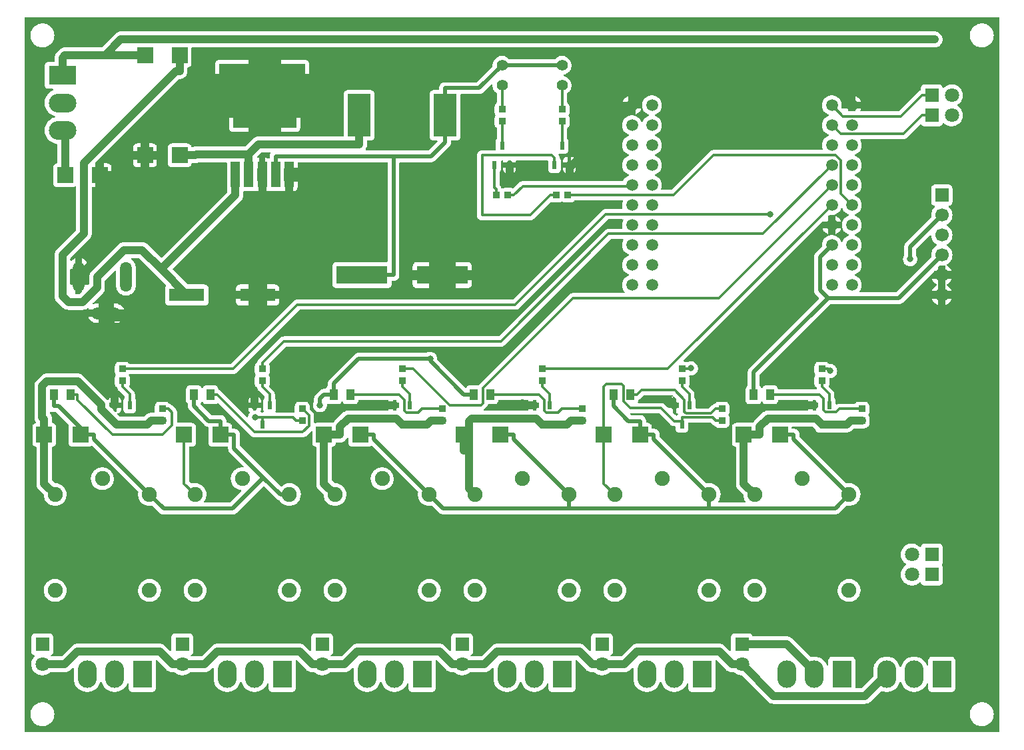
<source format=gtl>
G04 Layer: TopLayer*
G04 EasyEDA v6.5.37, 2023-10-28 10:51:11*
G04 4880e8b44b5e4911aa04234489c2fc7f,3a0c9916c2a341a084dc3cb5dc78798d,10*
G04 Gerber Generator version 0.2*
G04 Scale: 100 percent, Rotated: No, Reflected: No *
G04 Dimensions in millimeters *
G04 leading zeros omitted , absolute positions ,4 integer and 5 decimal *
%FSLAX45Y45*%
%MOMM*%

%AMMACRO1*21,1,$1,$2,0,0,$3*%
%AMMACRO2*4,1,8,-3.683,-4.064,-3.683,2.54,-5.461,2.54,-5.461,4.064,5.461,4.064,5.461,2.54,4.3175,2.54,4.3175,-4.064,-3.683,-4.064,0*%
%ADD10C,0.3000*%
%ADD11C,1.0000*%
%ADD12C,0.5000*%
%ADD13MACRO1,1X1.3995X0.0000*%
%ADD14R,1.0000X1.3995*%
%ADD15R,1.1500X3.2000*%
%ADD16MACRO2*%
%ADD17R,4.5000X1.6500*%
%ADD18R,2.9000X5.4000*%
%ADD19R,6.5000X2.3000*%
%ADD20MACRO1,0.864X0.8065X0.0000*%
%ADD21R,0.8640X0.8065*%
%ADD22R,2.0000X2.0000*%
%ADD23R,0.6000X1.0700*%
%ADD24MACRO1,0.864X0.8065X-90.0000*%
%ADD25O,3.6999926000000003X1.499997*%
%ADD26O,1.499997X3.7999924*%
%ADD27C,1.4000*%
%ADD28R,2.4130X3.5000*%
%ADD29O,2.4130000000000003X3.4999930000000004*%
%ADD30R,3.5000X2.4130*%
%ADD31O,3.4999930000000004X2.4130000000000003*%
%ADD32C,1.8000*%
%ADD33R,1.8000X1.8000*%
%ADD34C,1.5080*%
%ADD35R,1.7000X1.7000*%
%ADD36C,1.7000*%
%ADD37C,1.9000*%
%ADD38C,0.8000*%
%ADD39C,0.0162*%

%LPD*%
G36*
X798068Y11201857D02*
G01*
X794156Y11202670D01*
X790905Y11204854D01*
X788670Y11208156D01*
X787908Y11212017D01*
X787908Y20283881D01*
X788670Y20287792D01*
X790905Y20291094D01*
X794156Y20293279D01*
X798068Y20294041D01*
X13171932Y20294041D01*
X13175792Y20293279D01*
X13179094Y20291094D01*
X13181279Y20287792D01*
X13182092Y20283881D01*
X13182092Y11212068D01*
X13181279Y11208156D01*
X13179094Y11204854D01*
X13175792Y11202670D01*
X13171932Y11201908D01*
G37*

%LPC*%
G36*
X1020165Y11277955D02*
G01*
X1036878Y11279327D01*
X1053338Y11282527D01*
X1069340Y11287556D01*
X1084681Y11294262D01*
X1099210Y11302644D01*
X1112672Y11312550D01*
X1125016Y11323929D01*
X1136040Y11336578D01*
X1145590Y11350345D01*
X1153566Y11365077D01*
X1159865Y11380571D01*
X1164386Y11396726D01*
X1167180Y11413236D01*
X1168095Y11429949D01*
X1167180Y11446713D01*
X1164386Y11463223D01*
X1159865Y11479377D01*
X1153566Y11494871D01*
X1145590Y11509603D01*
X1136040Y11523370D01*
X1125016Y11536019D01*
X1112672Y11547398D01*
X1099210Y11557304D01*
X1084681Y11565686D01*
X1069340Y11572392D01*
X1053338Y11577421D01*
X1036878Y11580622D01*
X1020165Y11581993D01*
X1003452Y11581536D01*
X986840Y11579250D01*
X970584Y11575135D01*
X954887Y11569242D01*
X939952Y11561673D01*
X925931Y11552529D01*
X912977Y11541861D01*
X901293Y11529872D01*
X891032Y11516614D01*
X882243Y11502339D01*
X875080Y11487200D01*
X869645Y11471351D01*
X865987Y11454993D01*
X864158Y11438331D01*
X864158Y11421618D01*
X865987Y11404955D01*
X869645Y11388598D01*
X875080Y11372748D01*
X882243Y11357610D01*
X891032Y11343335D01*
X901293Y11330076D01*
X912977Y11318087D01*
X925931Y11307419D01*
X939952Y11298275D01*
X954887Y11290706D01*
X970584Y11284813D01*
X986840Y11280698D01*
X1003452Y11278412D01*
G37*
G36*
X12958165Y11277955D02*
G01*
X12974878Y11279327D01*
X12991287Y11282527D01*
X13007289Y11287556D01*
X13022630Y11294262D01*
X13037159Y11302644D01*
X13050672Y11312550D01*
X13063016Y11323929D01*
X13073989Y11336578D01*
X13083540Y11350345D01*
X13091515Y11365077D01*
X13097814Y11380571D01*
X13102386Y11396726D01*
X13105130Y11413236D01*
X13106044Y11429949D01*
X13105130Y11446713D01*
X13102386Y11463223D01*
X13097814Y11479377D01*
X13091515Y11494871D01*
X13083540Y11509603D01*
X13073989Y11523370D01*
X13063016Y11536019D01*
X13050672Y11547398D01*
X13037159Y11557304D01*
X13022630Y11565686D01*
X13007289Y11572392D01*
X12991287Y11577421D01*
X12974878Y11580622D01*
X12958165Y11581993D01*
X12941401Y11581536D01*
X12924840Y11579250D01*
X12908584Y11575135D01*
X12892887Y11569242D01*
X12877952Y11561673D01*
X12863880Y11552529D01*
X12850977Y11541861D01*
X12839293Y11529872D01*
X12828981Y11516614D01*
X12820192Y11502339D01*
X12813080Y11487200D01*
X12807645Y11471351D01*
X12803936Y11454993D01*
X12802108Y11438331D01*
X12802108Y11421618D01*
X12803936Y11404955D01*
X12807645Y11388598D01*
X12813080Y11372748D01*
X12820192Y11357610D01*
X12828981Y11343335D01*
X12839293Y11330076D01*
X12850977Y11318087D01*
X12863880Y11307419D01*
X12877952Y11298275D01*
X12892887Y11290706D01*
X12908584Y11284813D01*
X12924840Y11280698D01*
X12941401Y11278412D01*
G37*
G36*
X10308437Y11562384D02*
G01*
X11470538Y11562384D01*
X11484000Y11563248D01*
X11496852Y11565788D01*
X11509298Y11570055D01*
X11521135Y11575846D01*
X11532057Y11583162D01*
X11542166Y11592052D01*
X11672468Y11722303D01*
X11675668Y11724487D01*
X11679478Y11725300D01*
X11683288Y11724640D01*
X11693093Y11720880D01*
X11710416Y11716207D01*
X11728094Y11713413D01*
X11745976Y11712498D01*
X11763857Y11713413D01*
X11781586Y11716207D01*
X11798858Y11720880D01*
X11815572Y11727281D01*
X11831574Y11735409D01*
X11846560Y11745163D01*
X11860479Y11756440D01*
X11873179Y11769090D01*
X11884456Y11783009D01*
X11894210Y11798046D01*
X11902338Y11813997D01*
X11908739Y11830761D01*
X11911177Y11839752D01*
X11913209Y11843664D01*
X11916664Y11846356D01*
X11920982Y11847271D01*
X11925249Y11846356D01*
X11928754Y11843664D01*
X11930786Y11839752D01*
X11933224Y11830761D01*
X11939625Y11813997D01*
X11947753Y11798046D01*
X11957507Y11783009D01*
X11968784Y11769090D01*
X11981484Y11756440D01*
X11995404Y11745163D01*
X12010390Y11735409D01*
X12026392Y11727281D01*
X12043105Y11720880D01*
X12060377Y11716207D01*
X12078106Y11713413D01*
X12095988Y11712498D01*
X12113869Y11713413D01*
X12131548Y11716207D01*
X12148870Y11720880D01*
X12165584Y11727281D01*
X12181535Y11735409D01*
X12196572Y11745163D01*
X12210491Y11756440D01*
X12223140Y11769090D01*
X12234418Y11783009D01*
X12244171Y11798046D01*
X12252350Y11813997D01*
X12255195Y11821414D01*
X12257328Y11824817D01*
X12260580Y11827103D01*
X12264491Y11827967D01*
X12268454Y11827205D01*
X12271806Y11825020D01*
X12274042Y11821718D01*
X12274804Y11817807D01*
X12274804Y11763400D01*
X12275616Y11754205D01*
X12277902Y11745722D01*
X12281611Y11737746D01*
X12286640Y11730532D01*
X12292888Y11724335D01*
X12300102Y11719255D01*
X12308078Y11715546D01*
X12316561Y11713260D01*
X12325756Y11712448D01*
X12566192Y11712448D01*
X12575387Y11713260D01*
X12583871Y11715546D01*
X12591846Y11719255D01*
X12599060Y11724335D01*
X12605308Y11730532D01*
X12610338Y11737746D01*
X12614046Y11745722D01*
X12616332Y11754205D01*
X12617145Y11763400D01*
X12617145Y12112548D01*
X12616332Y12121743D01*
X12614046Y12130227D01*
X12610338Y12138202D01*
X12605308Y12145416D01*
X12599060Y12151614D01*
X12591846Y12156694D01*
X12583871Y12160402D01*
X12575387Y12162688D01*
X12566192Y12163501D01*
X12325756Y12163501D01*
X12316561Y12162688D01*
X12308078Y12160402D01*
X12300102Y12156694D01*
X12292888Y12151614D01*
X12286640Y12145416D01*
X12281611Y12138202D01*
X12277902Y12130227D01*
X12275616Y12121743D01*
X12274804Y12112548D01*
X12274804Y12058142D01*
X12274042Y12054230D01*
X12271806Y12050928D01*
X12268454Y12048744D01*
X12264491Y12047982D01*
X12260580Y12048845D01*
X12257328Y12051131D01*
X12255195Y12054535D01*
X12252350Y12061952D01*
X12244171Y12077903D01*
X12234418Y12092940D01*
X12223140Y12106859D01*
X12210491Y12119508D01*
X12196572Y12130786D01*
X12181535Y12140539D01*
X12165584Y12148667D01*
X12148870Y12155119D01*
X12131548Y12159742D01*
X12113869Y12162536D01*
X12095988Y12163450D01*
X12078106Y12162536D01*
X12060377Y12159742D01*
X12043105Y12155119D01*
X12026392Y12148667D01*
X12010390Y12140539D01*
X11995404Y12130786D01*
X11981484Y12119508D01*
X11968784Y12106859D01*
X11957507Y12092940D01*
X11947753Y12077903D01*
X11939625Y12061952D01*
X11933224Y12045188D01*
X11930786Y12036196D01*
X11928754Y12032284D01*
X11925249Y12029592D01*
X11920982Y12028678D01*
X11916664Y12029592D01*
X11913209Y12032284D01*
X11911177Y12036196D01*
X11908739Y12045188D01*
X11902338Y12061952D01*
X11894210Y12077903D01*
X11884456Y12092940D01*
X11873179Y12106859D01*
X11860479Y12119508D01*
X11846560Y12130786D01*
X11831574Y12140539D01*
X11815572Y12148667D01*
X11798858Y12155119D01*
X11781586Y12159742D01*
X11763857Y12162536D01*
X11745976Y12163450D01*
X11728094Y12162536D01*
X11710416Y12159742D01*
X11693093Y12155119D01*
X11676380Y12148667D01*
X11660428Y12140539D01*
X11645392Y12130786D01*
X11631472Y12119508D01*
X11618772Y12106859D01*
X11607495Y12092940D01*
X11597741Y12077903D01*
X11589613Y12061952D01*
X11583212Y12045188D01*
X11578590Y12027916D01*
X11575796Y12010237D01*
X11574830Y11992051D01*
X11574830Y11913158D01*
X11574068Y11909298D01*
X11571833Y11905996D01*
X11432235Y11766346D01*
X11428933Y11764162D01*
X11425021Y11763400D01*
X11357305Y11763400D01*
X11353393Y11764162D01*
X11350091Y11766346D01*
X11347907Y11769648D01*
X11347145Y11773560D01*
X11347145Y12112548D01*
X11346332Y12121743D01*
X11344046Y12130227D01*
X11340338Y12138202D01*
X11335308Y12145416D01*
X11329060Y12151614D01*
X11321846Y12156694D01*
X11313871Y12160402D01*
X11305387Y12162688D01*
X11296192Y12163501D01*
X11055756Y12163501D01*
X11046561Y12162688D01*
X11038078Y12160402D01*
X11030102Y12156694D01*
X11022888Y12151614D01*
X11016640Y12145416D01*
X11011611Y12138202D01*
X11007902Y12130227D01*
X11005616Y12121743D01*
X11004804Y12112548D01*
X11004804Y12058142D01*
X11004042Y12054230D01*
X11001806Y12050928D01*
X10998454Y12048744D01*
X10994491Y12047982D01*
X10990580Y12048845D01*
X10987328Y12051131D01*
X10985195Y12054535D01*
X10982350Y12061952D01*
X10974171Y12077903D01*
X10964418Y12092940D01*
X10953140Y12106859D01*
X10940491Y12119508D01*
X10926572Y12130786D01*
X10911535Y12140539D01*
X10895584Y12148667D01*
X10878870Y12155119D01*
X10861548Y12159742D01*
X10843869Y12162536D01*
X10825988Y12163450D01*
X10808106Y12162536D01*
X10790377Y12159742D01*
X10787532Y12158980D01*
X10784027Y12158675D01*
X10780623Y12159589D01*
X10777728Y12161621D01*
X10549534Y12389815D01*
X10539374Y12398705D01*
X10528452Y12406020D01*
X10516666Y12411811D01*
X10504220Y12416028D01*
X10491317Y12418618D01*
X10477855Y12419482D01*
X10053015Y12419482D01*
X10049256Y12420193D01*
X10046055Y12422276D01*
X10043820Y12425375D01*
X10039705Y12434214D01*
X10034625Y12441428D01*
X10028428Y12447625D01*
X10021214Y12452705D01*
X10013238Y12456414D01*
X10004755Y12458700D01*
X9995560Y12459462D01*
X9816439Y12459462D01*
X9807194Y12458700D01*
X9798710Y12456414D01*
X9790734Y12452705D01*
X9783521Y12447625D01*
X9777323Y12441428D01*
X9772294Y12434214D01*
X9768535Y12426238D01*
X9766300Y12417755D01*
X9765487Y12408509D01*
X9765487Y12245390D01*
X9764674Y12241530D01*
X9762490Y12238228D01*
X9759188Y12236043D01*
X9755327Y12235230D01*
X9751415Y12236043D01*
X9748113Y12238228D01*
X9689896Y12296495D01*
X9679736Y12305334D01*
X9668814Y12312650D01*
X9657029Y12318492D01*
X9644583Y12322708D01*
X9631680Y12325248D01*
X9618218Y12326162D01*
X8574328Y12326162D01*
X8560866Y12325248D01*
X8547963Y12322708D01*
X8535517Y12318492D01*
X8523732Y12312650D01*
X8512810Y12305334D01*
X8502650Y12296495D01*
X8374684Y12168479D01*
X8371382Y12166244D01*
X8367471Y12165482D01*
X8246618Y12165482D01*
X8242808Y12166244D01*
X8239556Y12168378D01*
X8237321Y12171578D01*
X8236458Y12175388D01*
X8237118Y12179249D01*
X8239201Y12182551D01*
X8250428Y12190323D01*
X8256625Y12196521D01*
X8261705Y12203734D01*
X8265414Y12211710D01*
X8267700Y12220194D01*
X8268512Y12229439D01*
X8268512Y12408509D01*
X8267700Y12417755D01*
X8265414Y12426238D01*
X8261705Y12434214D01*
X8256625Y12441428D01*
X8250428Y12447625D01*
X8243214Y12452705D01*
X8235238Y12456414D01*
X8226755Y12458700D01*
X8217560Y12459462D01*
X8038439Y12459462D01*
X8029244Y12458700D01*
X8020710Y12456414D01*
X8012734Y12452705D01*
X8005521Y12447625D01*
X7999323Y12441428D01*
X7994294Y12434214D01*
X7990535Y12426238D01*
X7988300Y12417755D01*
X7987487Y12408509D01*
X7987487Y12245390D01*
X7986725Y12241530D01*
X7984490Y12238228D01*
X7981188Y12235992D01*
X7977327Y12235230D01*
X7973415Y12235992D01*
X7970113Y12238228D01*
X7911896Y12296495D01*
X7901736Y12305334D01*
X7890814Y12312650D01*
X7879029Y12318492D01*
X7866583Y12322708D01*
X7853680Y12325248D01*
X7840218Y12326162D01*
X6796328Y12326162D01*
X6782866Y12325248D01*
X6769963Y12322708D01*
X6757517Y12318492D01*
X6745731Y12312650D01*
X6734809Y12305334D01*
X6724650Y12296495D01*
X6596684Y12168479D01*
X6593382Y12166244D01*
X6589471Y12165482D01*
X6468618Y12165482D01*
X6464808Y12166244D01*
X6461556Y12168378D01*
X6459321Y12171578D01*
X6458458Y12175388D01*
X6459118Y12179249D01*
X6461201Y12182551D01*
X6472428Y12190323D01*
X6478625Y12196521D01*
X6483705Y12203734D01*
X6487414Y12211710D01*
X6489700Y12220194D01*
X6490512Y12229439D01*
X6490512Y12408509D01*
X6489700Y12417755D01*
X6487414Y12426238D01*
X6483705Y12434214D01*
X6478625Y12441428D01*
X6472428Y12447625D01*
X6465214Y12452705D01*
X6457238Y12456414D01*
X6448755Y12458700D01*
X6439560Y12459462D01*
X6260439Y12459462D01*
X6251244Y12458700D01*
X6242710Y12456414D01*
X6234734Y12452705D01*
X6227572Y12447625D01*
X6221323Y12441428D01*
X6216294Y12434214D01*
X6212586Y12426238D01*
X6210300Y12417755D01*
X6209487Y12408509D01*
X6209487Y12245441D01*
X6208725Y12241530D01*
X6206490Y12238228D01*
X6203188Y12236043D01*
X6199327Y12235281D01*
X6195415Y12236043D01*
X6192113Y12238228D01*
X6133896Y12296495D01*
X6123787Y12305334D01*
X6112865Y12312650D01*
X6101029Y12318492D01*
X6088583Y12322708D01*
X6075730Y12325248D01*
X6062268Y12326162D01*
X5018328Y12326162D01*
X5004866Y12325248D01*
X4992014Y12322708D01*
X4979568Y12318492D01*
X4967732Y12312650D01*
X4956810Y12305334D01*
X4946700Y12296495D01*
X4818684Y12168479D01*
X4815382Y12166244D01*
X4811522Y12165482D01*
X4690618Y12165482D01*
X4686808Y12166244D01*
X4683556Y12168378D01*
X4681321Y12171578D01*
X4680508Y12175388D01*
X4681118Y12179249D01*
X4683201Y12182551D01*
X4694428Y12190323D01*
X4700676Y12196521D01*
X4705705Y12203734D01*
X4709414Y12211710D01*
X4711700Y12220194D01*
X4712512Y12229439D01*
X4712512Y12408509D01*
X4711700Y12417755D01*
X4709414Y12426238D01*
X4705705Y12434214D01*
X4700676Y12441428D01*
X4694428Y12447625D01*
X4687214Y12452705D01*
X4679238Y12456414D01*
X4670755Y12458700D01*
X4661560Y12459462D01*
X4482439Y12459462D01*
X4473244Y12458700D01*
X4464710Y12456414D01*
X4456734Y12452705D01*
X4449572Y12447625D01*
X4443323Y12441428D01*
X4438294Y12434214D01*
X4434586Y12426238D01*
X4432300Y12417755D01*
X4431487Y12408509D01*
X4431487Y12245441D01*
X4430725Y12241530D01*
X4428490Y12238228D01*
X4425188Y12236043D01*
X4421327Y12235281D01*
X4417415Y12236043D01*
X4414113Y12238228D01*
X4355896Y12296495D01*
X4345787Y12305334D01*
X4334865Y12312650D01*
X4323029Y12318492D01*
X4310583Y12322708D01*
X4297730Y12325248D01*
X4284268Y12326162D01*
X3240328Y12326162D01*
X3226866Y12325248D01*
X3214014Y12322708D01*
X3201568Y12318492D01*
X3189732Y12312650D01*
X3178810Y12305334D01*
X3168700Y12296495D01*
X3040684Y12168479D01*
X3037382Y12166244D01*
X3033522Y12165482D01*
X2912668Y12165482D01*
X2908808Y12166244D01*
X2905556Y12168378D01*
X2903321Y12171578D01*
X2902508Y12175388D01*
X2903118Y12179249D01*
X2905201Y12182551D01*
X2916428Y12190323D01*
X2922676Y12196521D01*
X2927705Y12203734D01*
X2931414Y12211710D01*
X2933700Y12220194D01*
X2934512Y12229439D01*
X2934512Y12408509D01*
X2933700Y12417755D01*
X2931414Y12426238D01*
X2927705Y12434214D01*
X2922676Y12441428D01*
X2916428Y12447625D01*
X2909214Y12452705D01*
X2901238Y12456414D01*
X2892755Y12458700D01*
X2883560Y12459462D01*
X2704439Y12459462D01*
X2695244Y12458700D01*
X2686710Y12456414D01*
X2678785Y12452705D01*
X2671572Y12447625D01*
X2665323Y12441428D01*
X2660294Y12434214D01*
X2656586Y12426238D01*
X2654300Y12417755D01*
X2653487Y12408509D01*
X2653487Y12245441D01*
X2652725Y12241530D01*
X2650490Y12238228D01*
X2647238Y12236043D01*
X2643327Y12235281D01*
X2639415Y12236043D01*
X2636164Y12238228D01*
X2577896Y12296495D01*
X2567787Y12305334D01*
X2556865Y12312650D01*
X2545029Y12318492D01*
X2532583Y12322708D01*
X2519730Y12325248D01*
X2506268Y12326162D01*
X1462328Y12326162D01*
X1448866Y12325248D01*
X1436014Y12322708D01*
X1423568Y12318492D01*
X1411732Y12312650D01*
X1400810Y12305334D01*
X1390700Y12296495D01*
X1262684Y12168479D01*
X1259382Y12166244D01*
X1255522Y12165482D01*
X1134668Y12165482D01*
X1130808Y12166244D01*
X1127556Y12168378D01*
X1125321Y12171578D01*
X1124508Y12175388D01*
X1125169Y12179249D01*
X1127201Y12182551D01*
X1138428Y12190323D01*
X1144676Y12196521D01*
X1149705Y12203734D01*
X1153414Y12211710D01*
X1155700Y12220194D01*
X1156512Y12229439D01*
X1156512Y12408509D01*
X1155700Y12417755D01*
X1153414Y12426238D01*
X1149705Y12434214D01*
X1144676Y12441428D01*
X1138428Y12447625D01*
X1131214Y12452705D01*
X1123238Y12456414D01*
X1114755Y12458700D01*
X1105560Y12459462D01*
X926439Y12459462D01*
X917244Y12458700D01*
X908761Y12456414D01*
X900785Y12452705D01*
X893571Y12447625D01*
X887323Y12441428D01*
X882294Y12434214D01*
X878586Y12426238D01*
X876300Y12417755D01*
X875487Y12408509D01*
X875487Y12229439D01*
X876300Y12220194D01*
X878586Y12211710D01*
X882294Y12203734D01*
X887323Y12196521D01*
X893571Y12190323D01*
X900785Y12185243D01*
X908761Y12181535D01*
X911809Y12180722D01*
X915568Y12178842D01*
X918210Y12175591D01*
X919327Y12171527D01*
X918718Y12167362D01*
X916482Y12163806D01*
X909828Y12156998D01*
X900023Y12144298D01*
X891743Y12130532D01*
X885088Y12115952D01*
X880110Y12100712D01*
X876960Y12084964D01*
X875588Y12068962D01*
X876046Y12052960D01*
X878281Y12037060D01*
X882396Y12021566D01*
X888187Y12006630D01*
X895705Y11992406D01*
X904748Y11979198D01*
X915263Y11967057D01*
X927049Y11956237D01*
X940053Y11946788D01*
X954024Y11938914D01*
X968806Y11932666D01*
X984199Y11928144D01*
X999998Y11925401D01*
X1016000Y11924487D01*
X1032002Y11925401D01*
X1047800Y11928144D01*
X1063193Y11932666D01*
X1077976Y11938914D01*
X1091946Y11946788D01*
X1104950Y11956237D01*
X1110996Y11961774D01*
X1114196Y11963806D01*
X1117904Y11964466D01*
X1300988Y11964466D01*
X1314450Y11965330D01*
X1327353Y11967921D01*
X1339799Y11972137D01*
X1351584Y11977979D01*
X1362506Y11985244D01*
X1372666Y11994134D01*
X1398778Y12020296D01*
X1402334Y12022582D01*
X1406499Y12023242D01*
X1410563Y12022124D01*
X1413865Y12019483D01*
X1415796Y12015724D01*
X1415796Y12010237D01*
X1414830Y11992051D01*
X1414830Y11883898D01*
X1415796Y11865762D01*
X1418590Y11848033D01*
X1423212Y11830761D01*
X1429664Y11813997D01*
X1437792Y11798046D01*
X1447546Y11783009D01*
X1458823Y11769090D01*
X1471472Y11756440D01*
X1485392Y11745163D01*
X1500428Y11735409D01*
X1516380Y11727281D01*
X1533093Y11720880D01*
X1550416Y11716207D01*
X1568094Y11713413D01*
X1585976Y11712498D01*
X1603908Y11713413D01*
X1621586Y11716207D01*
X1638909Y11720880D01*
X1655622Y11727281D01*
X1671574Y11735409D01*
X1686610Y11745163D01*
X1700530Y11756440D01*
X1713179Y11769090D01*
X1724456Y11783009D01*
X1734210Y11798046D01*
X1742338Y11813997D01*
X1748789Y11830761D01*
X1751177Y11839752D01*
X1753209Y11843664D01*
X1756714Y11846356D01*
X1760982Y11847271D01*
X1765300Y11846356D01*
X1768805Y11843664D01*
X1770837Y11839752D01*
X1773224Y11830761D01*
X1779625Y11813997D01*
X1787804Y11798046D01*
X1797557Y11783009D01*
X1808835Y11769090D01*
X1821484Y11756440D01*
X1835404Y11745163D01*
X1850440Y11735409D01*
X1866392Y11727281D01*
X1883105Y11720880D01*
X1900428Y11716207D01*
X1918106Y11713413D01*
X1935988Y11712498D01*
X1953869Y11713413D01*
X1971598Y11716207D01*
X1988870Y11720880D01*
X2005584Y11727281D01*
X2021586Y11735409D01*
X2036572Y11745163D01*
X2050491Y11756440D01*
X2063191Y11769090D01*
X2074468Y11783009D01*
X2084222Y11798046D01*
X2092350Y11813997D01*
X2095195Y11821414D01*
X2097328Y11824817D01*
X2100630Y11827103D01*
X2104542Y11827967D01*
X2108454Y11827205D01*
X2111806Y11825020D01*
X2114042Y11821718D01*
X2114854Y11817807D01*
X2114854Y11763400D01*
X2115667Y11754205D01*
X2117902Y11745722D01*
X2121662Y11737746D01*
X2126691Y11730532D01*
X2132888Y11724335D01*
X2140102Y11719255D01*
X2148078Y11715546D01*
X2156561Y11713260D01*
X2165807Y11712448D01*
X2406192Y11712448D01*
X2415387Y11713260D01*
X2423922Y11715546D01*
X2431897Y11719255D01*
X2439111Y11724335D01*
X2445308Y11730532D01*
X2450338Y11737746D01*
X2454046Y11745722D01*
X2456332Y11754205D01*
X2457145Y11763400D01*
X2457145Y12108434D01*
X2457907Y12112294D01*
X2460142Y12115596D01*
X2463444Y12117781D01*
X2467305Y12118594D01*
X2471216Y12117781D01*
X2474518Y12115596D01*
X2595930Y11994134D01*
X2606090Y11985244D01*
X2617012Y11977979D01*
X2628798Y11972137D01*
X2641244Y11967921D01*
X2654147Y11965330D01*
X2667609Y11964466D01*
X2692095Y11964466D01*
X2695803Y11963806D01*
X2698953Y11961774D01*
X2705049Y11956237D01*
X2718054Y11946788D01*
X2732024Y11938914D01*
X2746806Y11932666D01*
X2762199Y11928144D01*
X2777998Y11925401D01*
X2794000Y11924487D01*
X2810002Y11925401D01*
X2825800Y11928144D01*
X2841193Y11932666D01*
X2855976Y11938914D01*
X2869946Y11946788D01*
X2882950Y11956237D01*
X2888996Y11961774D01*
X2892196Y11963806D01*
X2895904Y11964466D01*
X3078988Y11964466D01*
X3092450Y11965330D01*
X3105353Y11967921D01*
X3117799Y11972137D01*
X3129584Y11977979D01*
X3140506Y11985244D01*
X3150666Y11994134D01*
X3176778Y12020296D01*
X3180334Y12022582D01*
X3184499Y12023242D01*
X3188563Y12022124D01*
X3191865Y12019483D01*
X3193796Y12015724D01*
X3193796Y12010237D01*
X3192830Y11992051D01*
X3192830Y11883898D01*
X3193796Y11865762D01*
X3196590Y11848033D01*
X3201212Y11830761D01*
X3207664Y11813997D01*
X3215792Y11798046D01*
X3225546Y11783009D01*
X3236823Y11769090D01*
X3249472Y11756440D01*
X3263392Y11745163D01*
X3278428Y11735409D01*
X3294379Y11727281D01*
X3311093Y11720880D01*
X3328415Y11716207D01*
X3346094Y11713413D01*
X3363976Y11712498D01*
X3381908Y11713413D01*
X3399586Y11716207D01*
X3416858Y11720880D01*
X3433622Y11727281D01*
X3449574Y11735409D01*
X3464610Y11745163D01*
X3478529Y11756440D01*
X3491179Y11769090D01*
X3502456Y11783009D01*
X3512210Y11798046D01*
X3520338Y11813997D01*
X3526739Y11830761D01*
X3529177Y11839752D01*
X3531209Y11843664D01*
X3534714Y11846356D01*
X3538982Y11847271D01*
X3543300Y11846356D01*
X3546754Y11843664D01*
X3548786Y11839752D01*
X3551224Y11830761D01*
X3557625Y11813997D01*
X3565804Y11798046D01*
X3575558Y11783009D01*
X3586835Y11769090D01*
X3599484Y11756440D01*
X3613404Y11745163D01*
X3628440Y11735409D01*
X3644392Y11727281D01*
X3661105Y11720880D01*
X3678428Y11716207D01*
X3696106Y11713413D01*
X3713987Y11712498D01*
X3731869Y11713413D01*
X3749598Y11716207D01*
X3766870Y11720880D01*
X3783584Y11727281D01*
X3799586Y11735409D01*
X3814572Y11745163D01*
X3828491Y11756440D01*
X3841191Y11769090D01*
X3852468Y11783009D01*
X3862222Y11798046D01*
X3870350Y11813997D01*
X3873195Y11821414D01*
X3875328Y11824817D01*
X3878630Y11827103D01*
X3882542Y11827967D01*
X3886454Y11827205D01*
X3889806Y11825020D01*
X3892042Y11821718D01*
X3892854Y11817807D01*
X3892854Y11763400D01*
X3893616Y11754205D01*
X3895902Y11745722D01*
X3899611Y11737746D01*
X3904691Y11730532D01*
X3910888Y11724335D01*
X3918102Y11719255D01*
X3926078Y11715546D01*
X3934561Y11713260D01*
X3943807Y11712448D01*
X4184192Y11712448D01*
X4193387Y11713260D01*
X4201922Y11715546D01*
X4209897Y11719255D01*
X4217060Y11724335D01*
X4223308Y11730532D01*
X4228338Y11737746D01*
X4232046Y11745722D01*
X4234332Y11754205D01*
X4235145Y11763400D01*
X4235145Y12108434D01*
X4235907Y12112294D01*
X4238142Y12115596D01*
X4241444Y12117781D01*
X4245305Y12118594D01*
X4249216Y12117781D01*
X4252518Y12115596D01*
X4373930Y11994134D01*
X4384090Y11985244D01*
X4395012Y11977979D01*
X4406798Y11972137D01*
X4419244Y11967921D01*
X4432147Y11965330D01*
X4445609Y11964466D01*
X4470095Y11964466D01*
X4473803Y11963806D01*
X4476953Y11961774D01*
X4483049Y11956237D01*
X4496054Y11946788D01*
X4510024Y11938914D01*
X4524756Y11932666D01*
X4540148Y11928144D01*
X4555998Y11925401D01*
X4572000Y11924487D01*
X4588002Y11925401D01*
X4603800Y11928144D01*
X4619193Y11932666D01*
X4633976Y11938914D01*
X4647946Y11946788D01*
X4660900Y11956237D01*
X4666996Y11961774D01*
X4670196Y11963806D01*
X4673854Y11964466D01*
X4856988Y11964466D01*
X4870450Y11965330D01*
X4883353Y11967921D01*
X4895799Y11972137D01*
X4907584Y11977979D01*
X4918506Y11985244D01*
X4928666Y11994134D01*
X4954778Y12020245D01*
X4958334Y12022582D01*
X4962499Y12023242D01*
X4966563Y12022124D01*
X4969865Y12019483D01*
X4971745Y12015724D01*
X4971796Y12010237D01*
X4970830Y11992051D01*
X4970830Y11883898D01*
X4971796Y11865762D01*
X4974590Y11848033D01*
X4979212Y11830761D01*
X4985664Y11813997D01*
X4993792Y11798046D01*
X5003546Y11783009D01*
X5014823Y11769090D01*
X5027472Y11756440D01*
X5041392Y11745163D01*
X5056428Y11735409D01*
X5072380Y11727281D01*
X5089093Y11720880D01*
X5106416Y11716207D01*
X5124094Y11713413D01*
X5141976Y11712498D01*
X5159857Y11713413D01*
X5177586Y11716207D01*
X5194858Y11720880D01*
X5211622Y11727281D01*
X5227574Y11735409D01*
X5242610Y11745163D01*
X5256530Y11756440D01*
X5269179Y11769090D01*
X5280456Y11783009D01*
X5290210Y11798046D01*
X5298338Y11813997D01*
X5304739Y11830761D01*
X5307177Y11839752D01*
X5309209Y11843664D01*
X5312714Y11846356D01*
X5316982Y11847271D01*
X5321300Y11846356D01*
X5324754Y11843664D01*
X5326786Y11839752D01*
X5329224Y11830761D01*
X5335625Y11813997D01*
X5343753Y11798046D01*
X5353507Y11783009D01*
X5364784Y11769090D01*
X5377484Y11756440D01*
X5391404Y11745163D01*
X5406440Y11735409D01*
X5422392Y11727281D01*
X5439105Y11720880D01*
X5456428Y11716207D01*
X5474106Y11713413D01*
X5491988Y11712498D01*
X5509869Y11713413D01*
X5527598Y11716207D01*
X5544870Y11720880D01*
X5561584Y11727281D01*
X5577586Y11735409D01*
X5592572Y11745163D01*
X5606491Y11756440D01*
X5619191Y11769090D01*
X5630468Y11783009D01*
X5640222Y11798046D01*
X5648350Y11813997D01*
X5651195Y11821414D01*
X5653328Y11824817D01*
X5656630Y11827103D01*
X5660542Y11827967D01*
X5664454Y11827205D01*
X5667806Y11825020D01*
X5670042Y11821718D01*
X5670854Y11817807D01*
X5670854Y11763400D01*
X5671616Y11754205D01*
X5673902Y11745722D01*
X5677611Y11737746D01*
X5682691Y11730532D01*
X5688888Y11724335D01*
X5696102Y11719255D01*
X5704078Y11715546D01*
X5712561Y11713260D01*
X5721756Y11712448D01*
X5962192Y11712448D01*
X5971387Y11713260D01*
X5979922Y11715546D01*
X5987846Y11719255D01*
X5995060Y11724335D01*
X6001308Y11730532D01*
X6006338Y11737746D01*
X6010046Y11745722D01*
X6012332Y11754205D01*
X6013145Y11763400D01*
X6013145Y12108434D01*
X6013907Y12112294D01*
X6016142Y12115596D01*
X6019393Y12117832D01*
X6023305Y12118594D01*
X6027216Y12117832D01*
X6030468Y12115596D01*
X6151930Y11994134D01*
X6162090Y11985244D01*
X6173012Y11977979D01*
X6184798Y11972137D01*
X6197244Y11967921D01*
X6210147Y11965330D01*
X6223609Y11964466D01*
X6248095Y11964466D01*
X6251803Y11963806D01*
X6254953Y11961774D01*
X6261049Y11956237D01*
X6274054Y11946788D01*
X6288024Y11938914D01*
X6302756Y11932666D01*
X6318148Y11928144D01*
X6333998Y11925401D01*
X6350000Y11924487D01*
X6366002Y11925401D01*
X6381800Y11928144D01*
X6397193Y11932666D01*
X6411976Y11938914D01*
X6425946Y11946788D01*
X6438900Y11956237D01*
X6444996Y11961774D01*
X6448196Y11963806D01*
X6451854Y11964466D01*
X6634988Y11964466D01*
X6648450Y11965330D01*
X6661302Y11967921D01*
X6673748Y11972137D01*
X6685584Y11977979D01*
X6696506Y11985244D01*
X6706616Y11994134D01*
X6732778Y12020296D01*
X6736334Y12022582D01*
X6740499Y12023242D01*
X6744563Y12022175D01*
X6747865Y12019483D01*
X6749745Y12015724D01*
X6749796Y12010237D01*
X6748830Y11992051D01*
X6748830Y11883898D01*
X6749796Y11865762D01*
X6752590Y11848033D01*
X6757212Y11830761D01*
X6763664Y11813997D01*
X6771792Y11798046D01*
X6781546Y11783009D01*
X6792823Y11769090D01*
X6805472Y11756440D01*
X6819392Y11745163D01*
X6834428Y11735409D01*
X6850380Y11727281D01*
X6867093Y11720880D01*
X6884416Y11716207D01*
X6902094Y11713413D01*
X6919975Y11712498D01*
X6937857Y11713413D01*
X6955586Y11716207D01*
X6972858Y11720880D01*
X6989622Y11727281D01*
X7005574Y11735409D01*
X7020559Y11745163D01*
X7034530Y11756440D01*
X7047179Y11769090D01*
X7058456Y11783009D01*
X7068210Y11798046D01*
X7076338Y11813997D01*
X7082739Y11830761D01*
X7085177Y11839752D01*
X7087209Y11843664D01*
X7090714Y11846356D01*
X7094981Y11847271D01*
X7099300Y11846356D01*
X7102754Y11843664D01*
X7104786Y11839752D01*
X7107224Y11830761D01*
X7113625Y11813997D01*
X7121753Y11798046D01*
X7131507Y11783009D01*
X7142784Y11769090D01*
X7155484Y11756440D01*
X7169403Y11745163D01*
X7184440Y11735409D01*
X7200392Y11727281D01*
X7217105Y11720880D01*
X7234428Y11716207D01*
X7252106Y11713413D01*
X7269988Y11712498D01*
X7287869Y11713413D01*
X7305548Y11716207D01*
X7322870Y11720880D01*
X7339584Y11727281D01*
X7355535Y11735409D01*
X7370572Y11745163D01*
X7384491Y11756440D01*
X7397191Y11769090D01*
X7408468Y11783009D01*
X7418222Y11798046D01*
X7426350Y11813997D01*
X7429195Y11821414D01*
X7431328Y11824817D01*
X7434580Y11827103D01*
X7438491Y11827967D01*
X7442453Y11827205D01*
X7445806Y11825020D01*
X7448042Y11821718D01*
X7448803Y11817807D01*
X7448803Y11763400D01*
X7449616Y11754205D01*
X7451902Y11745722D01*
X7455611Y11737746D01*
X7460691Y11730532D01*
X7466888Y11724335D01*
X7474102Y11719255D01*
X7482078Y11715546D01*
X7490561Y11713260D01*
X7499756Y11712448D01*
X7740192Y11712448D01*
X7749387Y11713260D01*
X7757871Y11715546D01*
X7765846Y11719255D01*
X7773060Y11724335D01*
X7779308Y11730532D01*
X7784338Y11737746D01*
X7788046Y11745722D01*
X7790332Y11754205D01*
X7791145Y11763400D01*
X7791145Y12108383D01*
X7791907Y12112294D01*
X7794142Y12115596D01*
X7797393Y12117781D01*
X7801305Y12118543D01*
X7805166Y12117781D01*
X7808468Y12115596D01*
X7929930Y11994134D01*
X7940040Y11985244D01*
X7950962Y11977979D01*
X7962798Y11972137D01*
X7975244Y11967921D01*
X7988096Y11965330D01*
X8001558Y11964466D01*
X8026095Y11964466D01*
X8029803Y11963806D01*
X8032953Y11961774D01*
X8039049Y11956237D01*
X8052053Y11946788D01*
X8065973Y11938914D01*
X8080756Y11932666D01*
X8096148Y11928144D01*
X8111947Y11925401D01*
X8128000Y11924487D01*
X8144002Y11925401D01*
X8159800Y11928144D01*
X8175193Y11932666D01*
X8189975Y11938914D01*
X8203946Y11946788D01*
X8216900Y11956237D01*
X8222996Y11961774D01*
X8226196Y11963806D01*
X8229853Y11964466D01*
X8412988Y11964466D01*
X8426450Y11965330D01*
X8439302Y11967921D01*
X8451748Y11972137D01*
X8463584Y11977979D01*
X8474506Y11985244D01*
X8484616Y11994134D01*
X8510778Y12020296D01*
X8514334Y12022582D01*
X8518499Y12023242D01*
X8522563Y12022175D01*
X8525865Y12019483D01*
X8527745Y12015724D01*
X8527796Y12010237D01*
X8526830Y11992051D01*
X8526830Y11883898D01*
X8527796Y11865762D01*
X8530590Y11848033D01*
X8535212Y11830761D01*
X8541613Y11813997D01*
X8549792Y11798046D01*
X8559546Y11783009D01*
X8570823Y11769090D01*
X8583472Y11756440D01*
X8597392Y11745163D01*
X8612428Y11735409D01*
X8628380Y11727281D01*
X8645093Y11720880D01*
X8662416Y11716207D01*
X8680094Y11713413D01*
X8697976Y11712498D01*
X8715857Y11713413D01*
X8733586Y11716207D01*
X8750858Y11720880D01*
X8767572Y11727281D01*
X8783574Y11735409D01*
X8798560Y11745163D01*
X8812479Y11756440D01*
X8825179Y11769090D01*
X8836456Y11783009D01*
X8846210Y11798046D01*
X8854338Y11813997D01*
X8860739Y11830761D01*
X8863177Y11839752D01*
X8865209Y11843664D01*
X8868714Y11846356D01*
X8872982Y11847271D01*
X8877300Y11846356D01*
X8880754Y11843664D01*
X8882786Y11839752D01*
X8885224Y11830761D01*
X8891625Y11813997D01*
X8899753Y11798046D01*
X8909507Y11783009D01*
X8920784Y11769090D01*
X8933484Y11756440D01*
X8947404Y11745163D01*
X8962390Y11735409D01*
X8978392Y11727281D01*
X8995105Y11720880D01*
X9012428Y11716207D01*
X9030106Y11713413D01*
X9047988Y11712498D01*
X9065869Y11713413D01*
X9083548Y11716207D01*
X9100870Y11720880D01*
X9117584Y11727281D01*
X9133535Y11735409D01*
X9148572Y11745163D01*
X9162491Y11756440D01*
X9175191Y11769090D01*
X9186468Y11783009D01*
X9196222Y11798046D01*
X9204350Y11813997D01*
X9207195Y11821414D01*
X9209328Y11824817D01*
X9212580Y11827103D01*
X9216491Y11827967D01*
X9220454Y11827205D01*
X9223806Y11825020D01*
X9226042Y11821718D01*
X9226804Y11817807D01*
X9226804Y11763400D01*
X9227616Y11754205D01*
X9229902Y11745722D01*
X9233611Y11737746D01*
X9238691Y11730532D01*
X9244888Y11724335D01*
X9252102Y11719255D01*
X9260078Y11715546D01*
X9268561Y11713260D01*
X9277756Y11712448D01*
X9518192Y11712448D01*
X9527387Y11713260D01*
X9535871Y11715546D01*
X9543846Y11719255D01*
X9551060Y11724335D01*
X9557308Y11730532D01*
X9562338Y11737746D01*
X9566046Y11745722D01*
X9568332Y11754205D01*
X9569145Y11763400D01*
X9569145Y12108383D01*
X9569907Y12112294D01*
X9572091Y12115596D01*
X9575393Y12117781D01*
X9579305Y12118543D01*
X9583166Y12117781D01*
X9586468Y12115596D01*
X9707930Y11994134D01*
X9718040Y11985244D01*
X9728962Y11977979D01*
X9740798Y11972137D01*
X9753244Y11967921D01*
X9766096Y11965330D01*
X9779558Y11964466D01*
X9804095Y11964466D01*
X9807752Y11963806D01*
X9810953Y11961774D01*
X9817049Y11956237D01*
X9830003Y11946788D01*
X9843973Y11938914D01*
X9858756Y11932666D01*
X9874148Y11928144D01*
X9889947Y11925401D01*
X9900361Y11924792D01*
X9903968Y11923928D01*
X9906965Y11921845D01*
X10236758Y11592052D01*
X10246918Y11583162D01*
X10257840Y11575846D01*
X10269626Y11570055D01*
X10282072Y11565788D01*
X10294975Y11563248D01*
G37*
G36*
X1169670Y12860731D02*
G01*
X1186281Y12860731D01*
X1202791Y12862610D01*
X1218996Y12866370D01*
X1234643Y12871958D01*
X1249527Y12879273D01*
X1263497Y12888264D01*
X1276350Y12898780D01*
X1287932Y12910718D01*
X1298092Y12923875D01*
X1306677Y12938099D01*
X1313586Y12953187D01*
X1318717Y12968986D01*
X1322019Y12985292D01*
X1323441Y13001802D01*
X1322933Y13018414D01*
X1320596Y13034873D01*
X1316380Y13050926D01*
X1310335Y13066420D01*
X1302562Y13081101D01*
X1293215Y13094817D01*
X1282344Y13107365D01*
X1270101Y13118592D01*
X1256639Y13128345D01*
X1242212Y13136524D01*
X1226870Y13143026D01*
X1210970Y13147700D01*
X1194562Y13150494D01*
X1178001Y13151459D01*
X1161389Y13150494D01*
X1145032Y13147700D01*
X1129080Y13143026D01*
X1113790Y13136524D01*
X1099312Y13128345D01*
X1085900Y13118592D01*
X1073658Y13107365D01*
X1062786Y13094817D01*
X1053388Y13081101D01*
X1045667Y13066420D01*
X1039621Y13050926D01*
X1035405Y13034873D01*
X1033018Y13018414D01*
X1032560Y13001802D01*
X1033983Y12985292D01*
X1037285Y12968986D01*
X1042416Y12953187D01*
X1049324Y12938099D01*
X1057910Y12923875D01*
X1068019Y12910718D01*
X1079601Y12898780D01*
X1092454Y12888264D01*
X1106474Y12879273D01*
X1121359Y12871958D01*
X1137005Y12866370D01*
X1153160Y12862610D01*
G37*
G36*
X2947670Y12860731D02*
G01*
X2964281Y12860731D01*
X2980791Y12862610D01*
X2996996Y12866370D01*
X3012643Y12871958D01*
X3027527Y12879273D01*
X3041497Y12888264D01*
X3054350Y12898780D01*
X3065932Y12910718D01*
X3076092Y12923875D01*
X3084677Y12938099D01*
X3091586Y12953187D01*
X3096717Y12968986D01*
X3100019Y12985292D01*
X3101441Y13001802D01*
X3100933Y13018414D01*
X3098596Y13034873D01*
X3094380Y13050926D01*
X3088335Y13066420D01*
X3080562Y13081101D01*
X3071215Y13094817D01*
X3060344Y13107365D01*
X3048101Y13118592D01*
X3034639Y13128345D01*
X3020161Y13136524D01*
X3004870Y13143026D01*
X2988919Y13147700D01*
X2972562Y13150494D01*
X2956001Y13151459D01*
X2939389Y13150494D01*
X2923032Y13147700D01*
X2907080Y13143026D01*
X2891790Y13136524D01*
X2877312Y13128345D01*
X2863900Y13118592D01*
X2851658Y13107365D01*
X2840786Y13094817D01*
X2831388Y13081101D01*
X2823667Y13066420D01*
X2817622Y13050926D01*
X2813405Y13034873D01*
X2811018Y13018414D01*
X2810560Y13001802D01*
X2811983Y12985292D01*
X2815285Y12968986D01*
X2820416Y12953187D01*
X2827324Y12938099D01*
X2835910Y12923875D01*
X2846019Y12910718D01*
X2857601Y12898780D01*
X2870454Y12888264D01*
X2884424Y12879273D01*
X2899359Y12871958D01*
X2915005Y12866370D01*
X2931160Y12862610D01*
G37*
G36*
X9481667Y12860731D02*
G01*
X9498279Y12860731D01*
X9514789Y12862610D01*
X9530943Y12866370D01*
X9546590Y12871958D01*
X9561525Y12879273D01*
X9575495Y12888264D01*
X9588347Y12898780D01*
X9599930Y12910718D01*
X9610090Y12923875D01*
X9618675Y12938099D01*
X9625533Y12953187D01*
X9630714Y12968986D01*
X9633966Y12985292D01*
X9635388Y13001802D01*
X9634931Y13018414D01*
X9632594Y13034873D01*
X9628327Y13050926D01*
X9622332Y13066420D01*
X9614560Y13081101D01*
X9605213Y13094817D01*
X9594291Y13107365D01*
X9582099Y13118592D01*
X9568637Y13128345D01*
X9554159Y13136524D01*
X9538868Y13143026D01*
X9522917Y13147700D01*
X9506559Y13150494D01*
X9489998Y13151459D01*
X9473387Y13150494D01*
X9457029Y13147700D01*
X9441078Y13143026D01*
X9425787Y13136524D01*
X9411309Y13128345D01*
X9397898Y13118592D01*
X9385655Y13107365D01*
X9374784Y13094817D01*
X9365386Y13081101D01*
X9357614Y13066420D01*
X9351619Y13050926D01*
X9347403Y13034873D01*
X9345015Y13018414D01*
X9344558Y13001802D01*
X9345980Y12985292D01*
X9349282Y12968986D01*
X9354413Y12953187D01*
X9361322Y12938099D01*
X9369856Y12923875D01*
X9380016Y12910718D01*
X9391599Y12898780D01*
X9404451Y12888264D01*
X9418421Y12879273D01*
X9433356Y12871958D01*
X9449003Y12866370D01*
X9465157Y12862610D01*
G37*
G36*
X4147667Y12860731D02*
G01*
X4164279Y12860731D01*
X4180789Y12862610D01*
X4196994Y12866370D01*
X4212640Y12871958D01*
X4227525Y12879273D01*
X4241495Y12888264D01*
X4254347Y12898780D01*
X4265930Y12910718D01*
X4276090Y12923875D01*
X4284675Y12938099D01*
X4291584Y12953187D01*
X4296714Y12968986D01*
X4300016Y12985292D01*
X4301439Y13001802D01*
X4300931Y13018414D01*
X4298594Y13034873D01*
X4294378Y13050926D01*
X4288332Y13066420D01*
X4280560Y13081101D01*
X4271213Y13094817D01*
X4260342Y13107365D01*
X4248099Y13118592D01*
X4234637Y13128345D01*
X4220159Y13136524D01*
X4204868Y13143026D01*
X4188917Y13147700D01*
X4172559Y13150494D01*
X4155998Y13151459D01*
X4139387Y13150494D01*
X4123029Y13147700D01*
X4107078Y13143026D01*
X4091787Y13136524D01*
X4077309Y13128345D01*
X4063898Y13118592D01*
X4051655Y13107365D01*
X4040784Y13094817D01*
X4031386Y13081101D01*
X4023664Y13066420D01*
X4017619Y13050926D01*
X4013403Y13034873D01*
X4011015Y13018414D01*
X4010558Y13001802D01*
X4011980Y12985292D01*
X4015282Y12968986D01*
X4020413Y12953187D01*
X4027322Y12938099D01*
X4035907Y12923875D01*
X4046016Y12910718D01*
X4057599Y12898780D01*
X4070451Y12888264D01*
X4084421Y12879273D01*
X4099356Y12871958D01*
X4115003Y12866370D01*
X4131157Y12862610D01*
G37*
G36*
X8281670Y12860731D02*
G01*
X8298281Y12860731D01*
X8314791Y12862610D01*
X8330946Y12866370D01*
X8346592Y12871958D01*
X8361527Y12879273D01*
X8375497Y12888264D01*
X8388350Y12898780D01*
X8399932Y12910718D01*
X8410092Y12923875D01*
X8418677Y12938099D01*
X8425535Y12953187D01*
X8430666Y12968986D01*
X8433968Y12985292D01*
X8435390Y13001802D01*
X8434933Y13018414D01*
X8432596Y13034873D01*
X8428329Y13050926D01*
X8422335Y13066420D01*
X8414562Y13081101D01*
X8405215Y13094817D01*
X8394293Y13107365D01*
X8382050Y13118592D01*
X8368639Y13128345D01*
X8354161Y13136524D01*
X8338870Y13143026D01*
X8322919Y13147700D01*
X8306562Y13150494D01*
X8290001Y13151459D01*
X8273389Y13150494D01*
X8257031Y13147700D01*
X8241080Y13143026D01*
X8225790Y13136524D01*
X8211312Y13128345D01*
X8197900Y13118592D01*
X8185658Y13107365D01*
X8174786Y13094817D01*
X8165388Y13081101D01*
X8157616Y13066420D01*
X8151622Y13050926D01*
X8147405Y13034873D01*
X8145018Y13018414D01*
X8144560Y13001802D01*
X8145983Y12985292D01*
X8149285Y12968986D01*
X8154416Y12953187D01*
X8161324Y12938099D01*
X8169859Y12923875D01*
X8180019Y12910718D01*
X8191601Y12898780D01*
X8204453Y12888264D01*
X8218424Y12879273D01*
X8233359Y12871958D01*
X8249005Y12866370D01*
X8265159Y12862610D01*
G37*
G36*
X4725670Y12860731D02*
G01*
X4742281Y12860731D01*
X4758791Y12862610D01*
X4774996Y12866370D01*
X4790643Y12871958D01*
X4805527Y12879273D01*
X4819497Y12888264D01*
X4832350Y12898780D01*
X4843932Y12910718D01*
X4854092Y12923875D01*
X4862677Y12938099D01*
X4869586Y12953187D01*
X4874717Y12968986D01*
X4878019Y12985292D01*
X4879441Y13001802D01*
X4878933Y13018414D01*
X4876596Y13034873D01*
X4872380Y13050926D01*
X4866335Y13066420D01*
X4858562Y13081101D01*
X4849215Y13094817D01*
X4838344Y13107365D01*
X4826101Y13118592D01*
X4812639Y13128345D01*
X4798161Y13136524D01*
X4782870Y13143026D01*
X4766919Y13147700D01*
X4750562Y13150494D01*
X4734001Y13151459D01*
X4717389Y13150494D01*
X4701032Y13147700D01*
X4685080Y13143026D01*
X4669790Y13136524D01*
X4655312Y13128345D01*
X4641900Y13118592D01*
X4629658Y13107365D01*
X4618786Y13094817D01*
X4609388Y13081101D01*
X4601667Y13066420D01*
X4595622Y13050926D01*
X4591405Y13034873D01*
X4589018Y13018414D01*
X4588560Y13001802D01*
X4589983Y12985292D01*
X4593285Y12968986D01*
X4598416Y12953187D01*
X4605324Y12938099D01*
X4613910Y12923875D01*
X4624019Y12910718D01*
X4635601Y12898780D01*
X4648454Y12888264D01*
X4662424Y12879273D01*
X4677359Y12871958D01*
X4693005Y12866370D01*
X4709160Y12862610D01*
G37*
G36*
X10059670Y12860731D02*
G01*
X10076281Y12860731D01*
X10092791Y12862610D01*
X10108946Y12866370D01*
X10124592Y12871958D01*
X10139527Y12879273D01*
X10153497Y12888264D01*
X10166350Y12898780D01*
X10177932Y12910718D01*
X10188092Y12923875D01*
X10196677Y12938099D01*
X10203535Y12953187D01*
X10208666Y12968986D01*
X10211968Y12985292D01*
X10213390Y13001802D01*
X10212933Y13018414D01*
X10210546Y13034873D01*
X10206329Y13050926D01*
X10200335Y13066420D01*
X10192562Y13081101D01*
X10183215Y13094817D01*
X10172293Y13107365D01*
X10160050Y13118592D01*
X10146639Y13128345D01*
X10132161Y13136524D01*
X10116870Y13143026D01*
X10100919Y13147700D01*
X10084562Y13150494D01*
X10068001Y13151459D01*
X10051389Y13150494D01*
X10035032Y13147700D01*
X10019080Y13143026D01*
X10003790Y13136524D01*
X9989312Y13128345D01*
X9975900Y13118592D01*
X9963658Y13107365D01*
X9952736Y13094817D01*
X9943388Y13081101D01*
X9935616Y13066420D01*
X9929622Y13050926D01*
X9925405Y13034873D01*
X9923018Y13018414D01*
X9922560Y13001802D01*
X9923983Y12985292D01*
X9927285Y12968986D01*
X9932416Y12953187D01*
X9939274Y12938099D01*
X9947859Y12923875D01*
X9958019Y12910718D01*
X9969601Y12898780D01*
X9982454Y12888264D01*
X9996424Y12879273D01*
X10011359Y12871958D01*
X10027005Y12866370D01*
X10043160Y12862610D01*
G37*
G36*
X7703667Y12860731D02*
G01*
X7720279Y12860731D01*
X7736789Y12862610D01*
X7752994Y12866370D01*
X7768640Y12871958D01*
X7783525Y12879273D01*
X7797495Y12888264D01*
X7810347Y12898780D01*
X7821930Y12910718D01*
X7832090Y12923875D01*
X7840675Y12938099D01*
X7847584Y12953187D01*
X7852714Y12968986D01*
X7855966Y12985292D01*
X7857388Y13001802D01*
X7856931Y13018414D01*
X7854594Y13034873D01*
X7850327Y13050926D01*
X7844332Y13066420D01*
X7836560Y13081101D01*
X7827213Y13094817D01*
X7816342Y13107365D01*
X7804099Y13118592D01*
X7790637Y13128345D01*
X7776159Y13136524D01*
X7760868Y13143026D01*
X7744917Y13147700D01*
X7728559Y13150494D01*
X7711998Y13151459D01*
X7695387Y13150494D01*
X7679029Y13147700D01*
X7663078Y13143026D01*
X7647787Y13136524D01*
X7633309Y13128345D01*
X7619898Y13118592D01*
X7607655Y13107365D01*
X7596784Y13094817D01*
X7587386Y13081101D01*
X7579614Y13066420D01*
X7573619Y13050926D01*
X7569403Y13034873D01*
X7567015Y13018414D01*
X7566558Y13001802D01*
X7567980Y12985292D01*
X7571282Y12968986D01*
X7576413Y12953187D01*
X7583322Y12938099D01*
X7591907Y12923875D01*
X7602016Y12910718D01*
X7613599Y12898780D01*
X7626451Y12888264D01*
X7640421Y12879273D01*
X7655356Y12871958D01*
X7671003Y12866370D01*
X7687157Y12862610D01*
G37*
G36*
X2369667Y12860731D02*
G01*
X2386279Y12860731D01*
X2402789Y12862610D01*
X2418994Y12866370D01*
X2434640Y12871958D01*
X2449525Y12879273D01*
X2463495Y12888264D01*
X2476347Y12898780D01*
X2487930Y12910718D01*
X2498090Y12923875D01*
X2506675Y12938099D01*
X2513584Y12953187D01*
X2518714Y12968986D01*
X2522016Y12985292D01*
X2523439Y13001802D01*
X2522931Y13018414D01*
X2520594Y13034873D01*
X2516378Y13050926D01*
X2510332Y13066420D01*
X2502560Y13081101D01*
X2493213Y13094817D01*
X2482342Y13107365D01*
X2470099Y13118592D01*
X2456637Y13128345D01*
X2442210Y13136524D01*
X2426868Y13143026D01*
X2410968Y13147700D01*
X2394559Y13150494D01*
X2377998Y13151459D01*
X2361387Y13150494D01*
X2345029Y13147700D01*
X2329078Y13143026D01*
X2313787Y13136524D01*
X2299360Y13128345D01*
X2285898Y13118592D01*
X2273655Y13107365D01*
X2262784Y13094817D01*
X2253386Y13081101D01*
X2245664Y13066420D01*
X2239619Y13050926D01*
X2235403Y13034873D01*
X2233015Y13018414D01*
X2232558Y13001802D01*
X2233980Y12985292D01*
X2237282Y12968986D01*
X2242413Y12953187D01*
X2249322Y12938099D01*
X2257907Y12923875D01*
X2268016Y12910718D01*
X2279599Y12898780D01*
X2292451Y12888264D01*
X2306472Y12879273D01*
X2321356Y12871958D01*
X2337003Y12866370D01*
X2353208Y12862610D01*
G37*
G36*
X5925667Y12860731D02*
G01*
X5942279Y12860731D01*
X5958789Y12862610D01*
X5974994Y12866370D01*
X5990640Y12871958D01*
X6005525Y12879273D01*
X6019495Y12888264D01*
X6032347Y12898780D01*
X6043930Y12910718D01*
X6054090Y12923875D01*
X6062675Y12938099D01*
X6069584Y12953187D01*
X6074714Y12968986D01*
X6078016Y12985292D01*
X6079439Y13001802D01*
X6078931Y13018414D01*
X6076594Y13034873D01*
X6072378Y13050926D01*
X6066332Y13066420D01*
X6058560Y13081101D01*
X6049213Y13094817D01*
X6038342Y13107365D01*
X6026099Y13118592D01*
X6012637Y13128345D01*
X5998159Y13136524D01*
X5982868Y13143026D01*
X5966917Y13147700D01*
X5950559Y13150494D01*
X5933998Y13151459D01*
X5917387Y13150494D01*
X5901029Y13147700D01*
X5885078Y13143026D01*
X5869787Y13136524D01*
X5855309Y13128345D01*
X5841898Y13118592D01*
X5829655Y13107365D01*
X5818784Y13094817D01*
X5809386Y13081101D01*
X5801664Y13066420D01*
X5795619Y13050926D01*
X5791403Y13034873D01*
X5789015Y13018414D01*
X5788558Y13001802D01*
X5789980Y12985292D01*
X5793282Y12968986D01*
X5798413Y12953187D01*
X5805322Y12938099D01*
X5813907Y12923875D01*
X5824016Y12910718D01*
X5835599Y12898780D01*
X5848451Y12888264D01*
X5862421Y12879273D01*
X5877356Y12871958D01*
X5893003Y12866370D01*
X5909157Y12862610D01*
G37*
G36*
X6503670Y12860731D02*
G01*
X6520281Y12860731D01*
X6536791Y12862610D01*
X6552946Y12866370D01*
X6568592Y12871958D01*
X6583527Y12879273D01*
X6597497Y12888264D01*
X6610350Y12898780D01*
X6621932Y12910718D01*
X6632092Y12923875D01*
X6640677Y12938099D01*
X6647535Y12953187D01*
X6652717Y12968986D01*
X6655968Y12985292D01*
X6657390Y13001802D01*
X6656933Y13018414D01*
X6654596Y13034873D01*
X6650329Y13050926D01*
X6644335Y13066420D01*
X6636562Y13081101D01*
X6627215Y13094817D01*
X6616293Y13107365D01*
X6604101Y13118592D01*
X6590639Y13128345D01*
X6576161Y13136524D01*
X6560870Y13143026D01*
X6544919Y13147700D01*
X6528562Y13150494D01*
X6512001Y13151459D01*
X6495389Y13150494D01*
X6479032Y13147700D01*
X6463080Y13143026D01*
X6447790Y13136524D01*
X6433312Y13128345D01*
X6419900Y13118592D01*
X6407658Y13107365D01*
X6396786Y13094817D01*
X6387388Y13081101D01*
X6379616Y13066420D01*
X6373622Y13050926D01*
X6369405Y13034873D01*
X6367018Y13018414D01*
X6366560Y13001802D01*
X6367983Y12985292D01*
X6371285Y12968986D01*
X6376416Y12953187D01*
X6383324Y12938099D01*
X6391859Y12923875D01*
X6402019Y12910718D01*
X6413601Y12898780D01*
X6426454Y12888264D01*
X6440424Y12879273D01*
X6455359Y12871958D01*
X6471005Y12866370D01*
X6487160Y12862610D01*
G37*
G36*
X11259667Y12860731D02*
G01*
X11276279Y12860731D01*
X11292789Y12862610D01*
X11308943Y12866370D01*
X11324590Y12871958D01*
X11339525Y12879273D01*
X11353495Y12888264D01*
X11366347Y12898780D01*
X11377930Y12910718D01*
X11388090Y12923875D01*
X11396675Y12938099D01*
X11403533Y12953187D01*
X11408664Y12968986D01*
X11411966Y12985292D01*
X11413388Y13001802D01*
X11412931Y13018414D01*
X11410594Y13034873D01*
X11406327Y13050926D01*
X11400332Y13066420D01*
X11392560Y13081101D01*
X11383213Y13094817D01*
X11372291Y13107365D01*
X11360048Y13118592D01*
X11346637Y13128345D01*
X11332159Y13136524D01*
X11316868Y13143026D01*
X11300917Y13147700D01*
X11284559Y13150494D01*
X11267998Y13151459D01*
X11251387Y13150494D01*
X11235029Y13147700D01*
X11219078Y13143026D01*
X11203787Y13136524D01*
X11189309Y13128345D01*
X11175898Y13118592D01*
X11163655Y13107365D01*
X11152784Y13094817D01*
X11143386Y13081101D01*
X11135614Y13066420D01*
X11129619Y13050926D01*
X11125403Y13034873D01*
X11123015Y13018414D01*
X11122558Y13001802D01*
X11123980Y12985292D01*
X11127282Y12968986D01*
X11132413Y12953187D01*
X11139322Y12938099D01*
X11147856Y12923875D01*
X11158016Y12910718D01*
X11169599Y12898780D01*
X11182451Y12888264D01*
X11196421Y12879273D01*
X11211356Y12871958D01*
X11227003Y12866370D01*
X11243157Y12862610D01*
G37*
G36*
X12229439Y13067487D02*
G01*
X12408509Y13067487D01*
X12417755Y13068249D01*
X12426238Y13070535D01*
X12434214Y13074243D01*
X12441428Y13079323D01*
X12447625Y13085521D01*
X12452705Y13092734D01*
X12456414Y13100710D01*
X12458700Y13109194D01*
X12459462Y13118439D01*
X12459462Y13297509D01*
X12458700Y13306755D01*
X12456414Y13315238D01*
X12452705Y13323214D01*
X12448540Y13329157D01*
X12446914Y13332917D01*
X12446914Y13337032D01*
X12448540Y13340791D01*
X12452705Y13346734D01*
X12456414Y13354710D01*
X12458700Y13363194D01*
X12459462Y13372439D01*
X12459462Y13551509D01*
X12458700Y13560755D01*
X12456414Y13569238D01*
X12452705Y13577214D01*
X12447625Y13584428D01*
X12441428Y13590625D01*
X12434214Y13595705D01*
X12426238Y13599413D01*
X12417755Y13601700D01*
X12408509Y13602462D01*
X12229439Y13602462D01*
X12220194Y13601700D01*
X12211710Y13599413D01*
X12203734Y13595705D01*
X12196521Y13590625D01*
X12190323Y13584428D01*
X12185243Y13577214D01*
X12181535Y13569238D01*
X12180722Y13566140D01*
X12178842Y13562431D01*
X12175591Y13559739D01*
X12171527Y13558621D01*
X12167362Y13559231D01*
X12163806Y13561517D01*
X12156998Y13568172D01*
X12144298Y13577925D01*
X12130532Y13586206D01*
X12115952Y13592911D01*
X12100712Y13597839D01*
X12084964Y13601039D01*
X12068962Y13602411D01*
X12052960Y13601954D01*
X12037060Y13599668D01*
X12021566Y13595604D01*
X12006630Y13589762D01*
X11992406Y13582294D01*
X11979198Y13573251D01*
X11967057Y13562736D01*
X11956237Y13550900D01*
X11946788Y13537946D01*
X11938914Y13523976D01*
X11932666Y13509193D01*
X11928144Y13493800D01*
X11925401Y13478001D01*
X11924487Y13461949D01*
X11925401Y13445947D01*
X11928144Y13430148D01*
X11932666Y13414756D01*
X11938914Y13399973D01*
X11946788Y13386003D01*
X11956237Y13373049D01*
X11967057Y13361212D01*
X11979198Y13350697D01*
X11989968Y13343382D01*
X11992711Y13340588D01*
X11994184Y13336930D01*
X11994184Y13333018D01*
X11992711Y13329361D01*
X11989968Y13326567D01*
X11979198Y13319251D01*
X11967057Y13308736D01*
X11956237Y13296900D01*
X11946788Y13283946D01*
X11938914Y13269976D01*
X11932666Y13255193D01*
X11928144Y13239800D01*
X11925401Y13224001D01*
X11924487Y13207949D01*
X11925401Y13191947D01*
X11928144Y13176148D01*
X11932666Y13160756D01*
X11938914Y13145973D01*
X11946788Y13132003D01*
X11956237Y13119049D01*
X11967057Y13107212D01*
X11979198Y13096697D01*
X11992406Y13087654D01*
X12006630Y13080187D01*
X12021566Y13074345D01*
X12037060Y13070281D01*
X12052960Y13067995D01*
X12068962Y13067538D01*
X12084964Y13068909D01*
X12100712Y13072110D01*
X12115952Y13077037D01*
X12130532Y13083743D01*
X12144298Y13092023D01*
X12156998Y13101777D01*
X12163806Y13108432D01*
X12167362Y13110718D01*
X12171527Y13111327D01*
X12175591Y13110210D01*
X12178842Y13107517D01*
X12180722Y13103809D01*
X12181535Y13100710D01*
X12185243Y13092734D01*
X12190323Y13085521D01*
X12196521Y13079323D01*
X12203734Y13074243D01*
X12211710Y13070535D01*
X12220194Y13068249D01*
G37*
G36*
X2558338Y13970254D02*
G01*
X3433826Y13970304D01*
X3442665Y13971117D01*
X3445052Y13971524D01*
X3453637Y13973657D01*
X3455974Y13974419D01*
X3466337Y13978890D01*
X3473907Y13983462D01*
X3475888Y13984884D01*
X3482695Y13990523D01*
X3818991Y14326768D01*
X3822293Y14328952D01*
X3826154Y14329714D01*
X3830065Y14328952D01*
X3833368Y14326768D01*
X3989374Y14170761D01*
X3996182Y14165122D01*
X3998214Y14163700D01*
X4005783Y14159128D01*
X4016146Y14154657D01*
X4018432Y14153896D01*
X4027424Y14151660D01*
X4030726Y14150136D01*
X4033316Y14147546D01*
X4035704Y14144091D01*
X4046016Y14130680D01*
X4057599Y14118793D01*
X4070451Y14108277D01*
X4084421Y14099286D01*
X4099356Y14091970D01*
X4115003Y14086382D01*
X4131157Y14082623D01*
X4147667Y14080744D01*
X4164279Y14080744D01*
X4180789Y14082623D01*
X4196994Y14086382D01*
X4212640Y14091970D01*
X4227525Y14099286D01*
X4241495Y14108277D01*
X4254347Y14118793D01*
X4265930Y14130680D01*
X4276090Y14143837D01*
X4284675Y14158061D01*
X4291584Y14173200D01*
X4296714Y14188998D01*
X4300016Y14205254D01*
X4301439Y14221815D01*
X4300931Y14238427D01*
X4298594Y14254886D01*
X4294378Y14270939D01*
X4288332Y14286433D01*
X4280560Y14301114D01*
X4271213Y14314830D01*
X4260342Y14327378D01*
X4248099Y14338604D01*
X4234637Y14348358D01*
X4220159Y14356537D01*
X4204868Y14362988D01*
X4188917Y14367662D01*
X4172559Y14370507D01*
X4155998Y14371472D01*
X4139387Y14370507D01*
X4123029Y14367662D01*
X4107078Y14362988D01*
X4091787Y14356537D01*
X4077309Y14348358D01*
X4063898Y14338604D01*
X4056024Y14331391D01*
X4052722Y14329359D01*
X4048963Y14328698D01*
X4045153Y14329511D01*
X4041952Y14331696D01*
X3531514Y14842134D01*
X3529329Y14845436D01*
X3528568Y14849297D01*
X3528568Y14985796D01*
X3528364Y14991638D01*
X3527704Y14997226D01*
X3526637Y15002763D01*
X3525215Y15008250D01*
X3523335Y15013584D01*
X3521100Y15018766D01*
X3518458Y15023744D01*
X3515410Y15028519D01*
X3512058Y15033040D01*
X3508400Y15037358D01*
X3504387Y15041321D01*
X3500120Y15045029D01*
X3495598Y15048382D01*
X3490823Y15051379D01*
X3485794Y15054021D01*
X3480612Y15056256D01*
X3475329Y15058136D01*
X3469843Y15059609D01*
X3464306Y15060625D01*
X3458718Y15061285D01*
X3452876Y15061488D01*
X3438651Y15061488D01*
X3434791Y15062250D01*
X3431489Y15064486D01*
X3429254Y15067737D01*
X3428492Y15071648D01*
X3428492Y15085517D01*
X3427679Y15094712D01*
X3425393Y15103246D01*
X3421684Y15111222D01*
X3416655Y15118384D01*
X3410458Y15124633D01*
X3403244Y15129662D01*
X3395268Y15133370D01*
X3386734Y15135656D01*
X3377539Y15136469D01*
X3363671Y15136469D01*
X3359759Y15137231D01*
X3356457Y15139466D01*
X3354273Y15142768D01*
X3353511Y15146629D01*
X3353511Y15160853D01*
X3353308Y15166695D01*
X3352647Y15172283D01*
X3351580Y15177820D01*
X3350158Y15183307D01*
X3348278Y15188641D01*
X3346043Y15193822D01*
X3343401Y15198801D01*
X3340354Y15203576D01*
X3337001Y15208097D01*
X3333343Y15212415D01*
X3329330Y15216378D01*
X3325063Y15220086D01*
X3320542Y15223439D01*
X3315766Y15226436D01*
X3310737Y15229078D01*
X3305556Y15231313D01*
X3300272Y15233192D01*
X3294786Y15234666D01*
X3289249Y15235682D01*
X3283661Y15236342D01*
X3277819Y15236545D01*
X3166364Y15236545D01*
X3162452Y15237307D01*
X3159201Y15239542D01*
X3026562Y15372130D01*
X3024378Y15375432D01*
X3023616Y15379293D01*
X3024378Y15383205D01*
X3026562Y15386507D01*
X3031642Y15391536D01*
X3036671Y15398750D01*
X3038805Y15403271D01*
X3041040Y15406369D01*
X3044240Y15408452D01*
X3048000Y15409163D01*
X3051759Y15408452D01*
X3054959Y15406369D01*
X3057194Y15403271D01*
X3059328Y15398750D01*
X3064357Y15391536D01*
X3070606Y15385338D01*
X3077768Y15380309D01*
X3085744Y15376550D01*
X3094278Y15374315D01*
X3103473Y15373502D01*
X3202584Y15373502D01*
X3211779Y15374315D01*
X3220262Y15376550D01*
X3228238Y15380309D01*
X3235452Y15385338D01*
X3237585Y15387472D01*
X3240887Y15389656D01*
X3244799Y15390418D01*
X3248660Y15389656D01*
X3251962Y15387472D01*
X3666286Y14973147D01*
X3674364Y14966238D01*
X3683152Y14960854D01*
X3692651Y14956942D01*
X3702608Y14954554D01*
X3713276Y14953691D01*
X4321505Y14953691D01*
X4332173Y14954554D01*
X4342130Y14956942D01*
X4351629Y14960854D01*
X4360418Y14966238D01*
X4368495Y14973147D01*
X4428134Y15032786D01*
X4431436Y15034971D01*
X4435297Y15035784D01*
X4439208Y15034971D01*
X4442510Y15032786D01*
X4444695Y15029484D01*
X4445457Y15025624D01*
X4445457Y14886432D01*
X4446270Y14877186D01*
X4448556Y14868702D01*
X4452264Y14860727D01*
X4457344Y14853513D01*
X4463542Y14847316D01*
X4470755Y14842286D01*
X4478731Y14838527D01*
X4487926Y14836089D01*
X4491837Y14834057D01*
X4494530Y14830551D01*
X4495495Y14826284D01*
X4495495Y14364360D01*
X4496358Y14350898D01*
X4498898Y14337995D01*
X4503166Y14325549D01*
X4508957Y14313763D01*
X4516272Y14302841D01*
X4525162Y14292732D01*
X4585665Y14232178D01*
X4587900Y14228775D01*
X4588611Y14224711D01*
X4588560Y14221815D01*
X4589983Y14205254D01*
X4593285Y14188998D01*
X4598416Y14173200D01*
X4605324Y14158061D01*
X4613910Y14143837D01*
X4624019Y14130680D01*
X4635601Y14118793D01*
X4648454Y14108277D01*
X4662424Y14099286D01*
X4677359Y14091970D01*
X4693005Y14086382D01*
X4709160Y14082623D01*
X4725670Y14080744D01*
X4742281Y14080744D01*
X4758791Y14082623D01*
X4774996Y14086382D01*
X4790643Y14091970D01*
X4805527Y14099286D01*
X4819497Y14108277D01*
X4832350Y14118793D01*
X4843932Y14130680D01*
X4854092Y14143837D01*
X4862677Y14158061D01*
X4869586Y14173200D01*
X4874717Y14188998D01*
X4878019Y14205254D01*
X4879441Y14221815D01*
X4878933Y14238427D01*
X4876596Y14254886D01*
X4872380Y14270939D01*
X4866335Y14286433D01*
X4858562Y14301114D01*
X4849215Y14314830D01*
X4838344Y14327378D01*
X4826101Y14338604D01*
X4812639Y14348358D01*
X4798161Y14356537D01*
X4782870Y14362988D01*
X4766919Y14367662D01*
X4750562Y14370507D01*
X4734306Y14371472D01*
X4730750Y14372336D01*
X4727702Y14374418D01*
X4699457Y14402663D01*
X4697272Y14405965D01*
X4696510Y14409877D01*
X4696510Y14826234D01*
X4697425Y14830551D01*
X4700117Y14834057D01*
X4704029Y14836089D01*
X4713224Y14838527D01*
X4721199Y14842286D01*
X4728413Y14847316D01*
X4734661Y14853513D01*
X4739690Y14860727D01*
X4743399Y14868702D01*
X4745888Y14877948D01*
X4747920Y14881860D01*
X4751425Y14884501D01*
X4755692Y14885466D01*
X4795723Y14885466D01*
X4809185Y14886330D01*
X4822037Y14888921D01*
X4834483Y14893137D01*
X4846320Y14898979D01*
X4857242Y14906244D01*
X4867097Y14914930D01*
X4875784Y14924786D01*
X4883099Y14935758D01*
X4886198Y14942108D01*
X4889042Y14945563D01*
X4893106Y14947493D01*
X4897628Y14947493D01*
X4901692Y14945512D01*
X4904486Y14942007D01*
X4905502Y14937587D01*
X4905502Y14886432D01*
X4906264Y14877186D01*
X4908550Y14868702D01*
X4912258Y14860727D01*
X4917338Y14853513D01*
X4923536Y14847316D01*
X4930749Y14842286D01*
X4938725Y14838527D01*
X4947208Y14836292D01*
X4956454Y14835479D01*
X5155539Y14835479D01*
X5164734Y14836292D01*
X5173268Y14838527D01*
X5181244Y14842286D01*
X5188407Y14847316D01*
X5189982Y14848840D01*
X5193284Y14851075D01*
X5197144Y14851837D01*
X5201056Y14851075D01*
X5204358Y14848840D01*
X5788710Y14264487D01*
X5790539Y14261947D01*
X5791555Y14258950D01*
X5791606Y14255851D01*
X5789015Y14238427D01*
X5788558Y14221815D01*
X5789980Y14205254D01*
X5793282Y14188998D01*
X5798413Y14173200D01*
X5805322Y14158061D01*
X5813907Y14143837D01*
X5824016Y14130680D01*
X5835599Y14118793D01*
X5848451Y14108277D01*
X5862421Y14099286D01*
X5877356Y14091970D01*
X5893003Y14086382D01*
X5909157Y14082623D01*
X5925667Y14080744D01*
X5942279Y14080744D01*
X5958789Y14082623D01*
X5962853Y14083538D01*
X5966256Y14083741D01*
X5969558Y14082826D01*
X5972352Y14080845D01*
X6059170Y13994130D01*
X6065977Y13988491D01*
X6067958Y13987068D01*
X6075527Y13982496D01*
X6077712Y13981379D01*
X6085890Y13978026D01*
X6088227Y13977264D01*
X6096812Y13975130D01*
X6099200Y13974724D01*
X6108039Y13973860D01*
X11093958Y13973860D01*
X11102746Y13974724D01*
X11105184Y13975130D01*
X11113770Y13977264D01*
X11116056Y13978026D01*
X11124234Y13981379D01*
X11126419Y13982496D01*
X11133988Y13987068D01*
X11136020Y13988491D01*
X11142827Y13994130D01*
X11229594Y14080845D01*
X11232388Y14082826D01*
X11235690Y14083741D01*
X11239093Y14083538D01*
X11243157Y14082623D01*
X11259667Y14080744D01*
X11276279Y14080744D01*
X11292789Y14082623D01*
X11308943Y14086382D01*
X11324590Y14091970D01*
X11339525Y14099286D01*
X11353495Y14108277D01*
X11366347Y14118793D01*
X11377930Y14130680D01*
X11388090Y14143837D01*
X11396675Y14158061D01*
X11403533Y14173200D01*
X11408664Y14188998D01*
X11411966Y14205254D01*
X11413388Y14221815D01*
X11412931Y14238427D01*
X11410594Y14254886D01*
X11406327Y14270939D01*
X11400332Y14286433D01*
X11392560Y14301114D01*
X11383213Y14314830D01*
X11372291Y14327378D01*
X11360048Y14338604D01*
X11346637Y14348358D01*
X11332159Y14356537D01*
X11316868Y14362988D01*
X11300917Y14367662D01*
X11284559Y14370507D01*
X11267998Y14371472D01*
X11251387Y14370507D01*
X11238534Y14368272D01*
X11235334Y14368272D01*
X11232235Y14369237D01*
X11229644Y14371116D01*
X10643514Y14957247D01*
X10641330Y14960549D01*
X10640517Y14964410D01*
X10640517Y14985796D01*
X10640314Y14991638D01*
X10639704Y14997226D01*
X10638637Y15002763D01*
X10637164Y15008250D01*
X10635284Y15013584D01*
X10633049Y15018766D01*
X10630408Y15023744D01*
X10627410Y15028519D01*
X10624058Y15033040D01*
X10620349Y15037358D01*
X10616387Y15041321D01*
X10612120Y15045029D01*
X10607548Y15048382D01*
X10602772Y15051379D01*
X10597794Y15054021D01*
X10592612Y15056256D01*
X10587278Y15058136D01*
X10581843Y15059609D01*
X10576306Y15060625D01*
X10570667Y15061285D01*
X10564825Y15061488D01*
X10550652Y15061488D01*
X10546740Y15062250D01*
X10543438Y15064486D01*
X10541254Y15067737D01*
X10540492Y15071648D01*
X10540492Y15081757D01*
X10541254Y15085618D01*
X10543438Y15088920D01*
X10546740Y15091105D01*
X10550652Y15091918D01*
X10800232Y15091918D01*
X10804093Y15091105D01*
X10807395Y15088920D01*
X10840415Y15055900D01*
X10842040Y15053818D01*
X10843056Y15051379D01*
X10844530Y15045690D01*
X10848289Y15037714D01*
X10853318Y15030500D01*
X10859516Y15024303D01*
X10866729Y15019274D01*
X10874705Y15015514D01*
X10883188Y15013279D01*
X10892434Y15012466D01*
X10951514Y15012466D01*
X10960760Y15013279D01*
X10969599Y15015616D01*
X10972241Y15015972D01*
X11238179Y15015972D01*
X11251641Y15016835D01*
X11264544Y15019426D01*
X11276990Y15023642D01*
X11288776Y15029484D01*
X11299698Y15036749D01*
X11309858Y15045639D01*
X11325352Y15061184D01*
X11328654Y15063368D01*
X11332565Y15064181D01*
X11429644Y15064181D01*
X11443106Y15065044D01*
X11456009Y15067584D01*
X11468455Y15071851D01*
X11470792Y15072969D01*
X11474399Y15073985D01*
X11481968Y15074646D01*
X11490452Y15076932D01*
X11498427Y15080640D01*
X11505641Y15085669D01*
X11511838Y15091918D01*
X11516918Y15099131D01*
X11520627Y15107107D01*
X11522913Y15115590D01*
X11524234Y15130373D01*
X11527078Y15138654D01*
X11529618Y15151557D01*
X11530482Y15164663D01*
X11529618Y15177769D01*
X11527078Y15190673D01*
X11524234Y15198953D01*
X11522913Y15213787D01*
X11520627Y15222270D01*
X11516918Y15230246D01*
X11514175Y15234157D01*
X11512499Y15237968D01*
X11512499Y15242032D01*
X11514175Y15245842D01*
X11516918Y15249753D01*
X11520627Y15257729D01*
X11522913Y15266212D01*
X11523726Y15275458D01*
X11523726Y15355214D01*
X11522913Y15364409D01*
X11520627Y15372892D01*
X11516918Y15380868D01*
X11511838Y15388082D01*
X11505641Y15394330D01*
X11498427Y15399359D01*
X11490452Y15403068D01*
X11481968Y15405354D01*
X11472773Y15406166D01*
X11387226Y15406166D01*
X11378031Y15405354D01*
X11369548Y15403068D01*
X11361572Y15399359D01*
X11354358Y15394330D01*
X11348161Y15388082D01*
X11346129Y15385186D01*
X11343843Y15382849D01*
X11340998Y15381376D01*
X11337798Y15380868D01*
X11143894Y15380868D01*
X11133226Y15380004D01*
X11123269Y15377617D01*
X11108944Y15371775D01*
X11104676Y15372130D01*
X11100917Y15374213D01*
X11098377Y15377668D01*
X11097463Y15381833D01*
X11097463Y15416530D01*
X11096701Y15425724D01*
X11094415Y15434208D01*
X11090706Y15442184D01*
X11083239Y15452902D01*
X11082477Y15456763D01*
X11082477Y15501874D01*
X11081664Y15512542D01*
X11079226Y15522498D01*
X11075314Y15531998D01*
X11069929Y15540786D01*
X11063020Y15548914D01*
X11012627Y15599257D01*
X11010341Y15602712D01*
X11009630Y15606776D01*
X11010595Y15610738D01*
X11012627Y15615056D01*
X11014862Y15623540D01*
X11015675Y15632785D01*
X11015675Y15696844D01*
X11016488Y15700857D01*
X11018774Y15704159D01*
X11022228Y15706344D01*
X11026190Y15707004D01*
X11029340Y15706902D01*
X11041888Y15708223D01*
X11054130Y15711271D01*
X11065865Y15715996D01*
X11076787Y15722295D01*
X11086744Y15730067D01*
X11095482Y15739160D01*
X11102949Y15749371D01*
X11108842Y15760547D01*
X11113160Y15772384D01*
X11115802Y15784728D01*
X11116665Y15797326D01*
X11115802Y15809925D01*
X11113160Y15822269D01*
X11108842Y15834156D01*
X11102949Y15845282D01*
X11095482Y15855492D01*
X11086744Y15864586D01*
X11076787Y15872358D01*
X11065865Y15878657D01*
X11054130Y15883382D01*
X11041888Y15886430D01*
X11029391Y15887750D01*
X11015726Y15887242D01*
X11012373Y15887649D01*
X11009325Y15889173D01*
X11006988Y15891560D01*
X11003838Y15896082D01*
X10997641Y15902279D01*
X10990427Y15907308D01*
X10982452Y15911017D01*
X10973917Y15913303D01*
X10964722Y15914116D01*
X10879226Y15914116D01*
X10870031Y15913303D01*
X10861497Y15911017D01*
X10853521Y15907308D01*
X10846358Y15902279D01*
X10840110Y15896082D01*
X10835081Y15888868D01*
X10831372Y15880892D01*
X10829086Y15872358D01*
X10828274Y15863163D01*
X10828274Y15783407D01*
X10829086Y15774212D01*
X10831372Y15765729D01*
X10835081Y15757753D01*
X10837824Y15753791D01*
X10839450Y15750032D01*
X10839450Y15745917D01*
X10837824Y15742157D01*
X10835081Y15738195D01*
X10831372Y15730219D01*
X10829086Y15721736D01*
X10828274Y15712541D01*
X10828274Y15632785D01*
X10829086Y15623540D01*
X10831372Y15615056D01*
X10835081Y15607080D01*
X10840110Y15599867D01*
X10846358Y15593669D01*
X10854283Y15588081D01*
X10856772Y15585592D01*
X10858246Y15582392D01*
X10859668Y15577159D01*
X10861141Y15573552D01*
X10861954Y15569641D01*
X10861141Y15565780D01*
X10858957Y15562478D01*
X10855655Y15560243D01*
X10851794Y15559481D01*
X10375188Y15559481D01*
X10371480Y15560192D01*
X10368330Y15562173D01*
X10366044Y15565170D01*
X10365079Y15568777D01*
X10364724Y15572689D01*
X10362438Y15581223D01*
X10358729Y15589199D01*
X10353649Y15596362D01*
X10347452Y15602610D01*
X10340238Y15607639D01*
X10332262Y15611348D01*
X10323779Y15613634D01*
X10314584Y15614446D01*
X10215473Y15614446D01*
X10206228Y15613634D01*
X10197744Y15611348D01*
X10189768Y15607639D01*
X10182555Y15602610D01*
X10176357Y15596362D01*
X10171277Y15589199D01*
X10169194Y15584627D01*
X10166959Y15581528D01*
X10163708Y15579496D01*
X10160000Y15578785D01*
X10156240Y15579496D01*
X10152989Y15581528D01*
X10150754Y15584627D01*
X10148671Y15589199D01*
X10143591Y15596362D01*
X10137394Y15602610D01*
X10134803Y15604439D01*
X10132466Y15606674D01*
X10130993Y15609569D01*
X10130434Y15612770D01*
X10130434Y15743986D01*
X10131247Y15747847D01*
X10133431Y15751149D01*
X11026902Y16644619D01*
X11030204Y16646855D01*
X11034115Y16647617D01*
X11899747Y16647668D01*
X11908536Y16648480D01*
X11910974Y16648887D01*
X11919559Y16651020D01*
X11921845Y16651782D01*
X11932208Y16656253D01*
X11939778Y16660825D01*
X11941810Y16662247D01*
X11948617Y16667886D01*
X12344603Y17063821D01*
X12347905Y17066056D01*
X12351816Y17066818D01*
X12397130Y17066818D01*
X12397130Y17112132D01*
X12397892Y17116044D01*
X12400076Y17119346D01*
X12416180Y17135398D01*
X12418618Y17137176D01*
X12421463Y17138192D01*
X12424511Y17138294D01*
X12438075Y17136719D01*
X12453874Y17136719D01*
X12469520Y17138548D01*
X12482322Y17141545D01*
X12485979Y17141748D01*
X12489434Y17140631D01*
X12492278Y17138396D01*
X12494158Y17135246D01*
X12494818Y17131690D01*
X12494818Y17066818D01*
X12572187Y17066818D01*
X12567056Y17078756D01*
X12559182Y17092422D01*
X12549784Y17105071D01*
X12538964Y17116501D01*
X12526873Y17126661D01*
X12513716Y17135297D01*
X12509093Y17138700D01*
X12507214Y17142714D01*
X12507214Y17147184D01*
X12509093Y17151197D01*
X12513716Y17154601D01*
X12526873Y17163288D01*
X12538964Y17173397D01*
X12549784Y17184878D01*
X12559182Y17197527D01*
X12567056Y17211141D01*
X12573304Y17225619D01*
X12577826Y17240707D01*
X12580569Y17256252D01*
X12581483Y17271949D01*
X12580569Y17287697D01*
X12577826Y17303191D01*
X12573304Y17318329D01*
X12567056Y17332756D01*
X12559182Y17346422D01*
X12549784Y17359071D01*
X12538964Y17370501D01*
X12526873Y17380661D01*
X12513716Y17389297D01*
X12509093Y17392700D01*
X12507214Y17396714D01*
X12507214Y17401184D01*
X12509093Y17405197D01*
X12513716Y17408601D01*
X12526873Y17417288D01*
X12538964Y17427397D01*
X12549784Y17438878D01*
X12559182Y17451527D01*
X12567056Y17465141D01*
X12573304Y17479619D01*
X12577826Y17494707D01*
X12580569Y17510252D01*
X12581483Y17525949D01*
X12580569Y17541697D01*
X12577826Y17557191D01*
X12573304Y17572329D01*
X12567056Y17586756D01*
X12559182Y17600422D01*
X12549784Y17613071D01*
X12538964Y17624501D01*
X12526873Y17634661D01*
X12513716Y17643297D01*
X12509093Y17646700D01*
X12507214Y17650714D01*
X12507214Y17655184D01*
X12509093Y17659197D01*
X12513716Y17662601D01*
X12526873Y17671288D01*
X12538964Y17681397D01*
X12549784Y17692878D01*
X12559182Y17705527D01*
X12567056Y17719141D01*
X12573304Y17733619D01*
X12577826Y17748707D01*
X12580569Y17764252D01*
X12581483Y17779949D01*
X12580569Y17795697D01*
X12577826Y17811191D01*
X12573304Y17826329D01*
X12567056Y17840756D01*
X12559182Y17854422D01*
X12549784Y17867071D01*
X12538964Y17878501D01*
X12535357Y17881549D01*
X12532664Y17885003D01*
X12531750Y17889321D01*
X12532664Y17893588D01*
X12535357Y17897094D01*
X12539268Y17899126D01*
X12548260Y17901564D01*
X12556185Y17905272D01*
X12563398Y17910302D01*
X12569647Y17916499D01*
X12574676Y17923713D01*
X12578384Y17931688D01*
X12580670Y17940223D01*
X12581483Y17949418D01*
X12581483Y18118531D01*
X12580670Y18127726D01*
X12578384Y18136209D01*
X12574676Y18144185D01*
X12569647Y18151398D01*
X12563398Y18157647D01*
X12556185Y18162676D01*
X12548260Y18166384D01*
X12539726Y18168670D01*
X12530531Y18169483D01*
X12361418Y18169483D01*
X12352223Y18168670D01*
X12343688Y18166384D01*
X12335764Y18162676D01*
X12328550Y18157647D01*
X12322302Y18151398D01*
X12317272Y18144185D01*
X12313564Y18136209D01*
X12311278Y18127726D01*
X12310465Y18118531D01*
X12310465Y17949418D01*
X12311278Y17940223D01*
X12313564Y17931688D01*
X12317272Y17923713D01*
X12322302Y17916499D01*
X12328550Y17910302D01*
X12335764Y17905272D01*
X12343688Y17901564D01*
X12352680Y17899126D01*
X12356592Y17897094D01*
X12359284Y17893588D01*
X12360198Y17889321D01*
X12359284Y17885003D01*
X12356592Y17881549D01*
X12352985Y17878501D01*
X12342164Y17867071D01*
X12332766Y17854422D01*
X12324892Y17840756D01*
X12318644Y17826329D01*
X12314123Y17811191D01*
X12311380Y17795697D01*
X12310465Y17779949D01*
X12311380Y17764252D01*
X12312294Y17759222D01*
X12312345Y17755971D01*
X12311380Y17752872D01*
X12309449Y17750282D01*
X11989460Y17430140D01*
X11983770Y17423333D01*
X11977827Y17413782D01*
X11976709Y17411598D01*
X11973306Y17403419D01*
X11972544Y17401082D01*
X11970410Y17392497D01*
X11970004Y17390110D01*
X11969191Y17381270D01*
X11969140Y17272457D01*
X11968734Y17269663D01*
X11967616Y17267072D01*
X11964771Y17262500D01*
X11959640Y17250968D01*
X11956135Y17238827D01*
X11954408Y17226330D01*
X11954408Y17213732D01*
X11956135Y17201235D01*
X11959640Y17189094D01*
X11964771Y17177562D01*
X11971477Y17166844D01*
X11979554Y17157192D01*
X11988952Y17148759D01*
X11999417Y17141698D01*
X12010745Y17136160D01*
X12022785Y17132249D01*
X12035180Y17130064D01*
X12047829Y17129607D01*
X12060377Y17130928D01*
X12072620Y17133976D01*
X12084304Y17138700D01*
X12095276Y17145000D01*
X12105182Y17152772D01*
X12113971Y17161865D01*
X12121388Y17172076D01*
X12127331Y17183252D01*
X12131649Y17195088D01*
X12134240Y17207433D01*
X12135154Y17220031D01*
X12134240Y17232630D01*
X12131649Y17244974D01*
X12127331Y17256861D01*
X12121337Y17268037D01*
X12120473Y17270374D01*
X12120168Y17272812D01*
X12120168Y17343170D01*
X12120930Y17347082D01*
X12123115Y17350384D01*
X12293803Y17521072D01*
X12297054Y17523206D01*
X12300813Y17524018D01*
X12304623Y17523358D01*
X12307925Y17521326D01*
X12310211Y17518227D01*
X12311176Y17514468D01*
X12311380Y17510252D01*
X12314123Y17494707D01*
X12318644Y17479619D01*
X12324892Y17465141D01*
X12332766Y17451527D01*
X12342164Y17438878D01*
X12352985Y17427397D01*
X12365075Y17417288D01*
X12378232Y17408601D01*
X12382855Y17405197D01*
X12384735Y17401184D01*
X12384735Y17396714D01*
X12382855Y17392700D01*
X12378232Y17389297D01*
X12365075Y17380661D01*
X12352985Y17370501D01*
X12342164Y17359071D01*
X12332766Y17346422D01*
X12324892Y17332756D01*
X12318644Y17318329D01*
X12314123Y17303191D01*
X12311380Y17287697D01*
X12310465Y17271949D01*
X12311380Y17256252D01*
X12312294Y17251222D01*
X12312345Y17247971D01*
X12311380Y17244872D01*
X12309449Y17242282D01*
X11868810Y16801592D01*
X11865508Y16799407D01*
X11861596Y16798645D01*
X11411153Y16798645D01*
X11406733Y16799610D01*
X11403228Y16802404D01*
X11401247Y16806468D01*
X11401196Y16810990D01*
X11403126Y16815054D01*
X11406581Y16819473D01*
X11414455Y16832478D01*
X11420703Y16846346D01*
X11425224Y16860824D01*
X11427968Y16875810D01*
X11428882Y16890949D01*
X11427968Y16906138D01*
X11425224Y16921073D01*
X11420703Y16935602D01*
X11414455Y16949470D01*
X11406581Y16962475D01*
X11397234Y16974464D01*
X11386464Y16985183D01*
X11374475Y16994581D01*
X11361470Y17002455D01*
X11347551Y17008703D01*
X11344402Y17010938D01*
X11342319Y17014190D01*
X11341557Y17017949D01*
X11342319Y17021759D01*
X11344402Y17025010D01*
X11347551Y17027245D01*
X11361470Y17033494D01*
X11374475Y17041368D01*
X11386464Y17050715D01*
X11397234Y17061484D01*
X11406581Y17073473D01*
X11414455Y17086478D01*
X11420703Y17100346D01*
X11425224Y17114824D01*
X11427968Y17129810D01*
X11428882Y17144949D01*
X11427968Y17160138D01*
X11425224Y17175073D01*
X11420703Y17189602D01*
X11414455Y17203470D01*
X11406581Y17216475D01*
X11397234Y17228464D01*
X11386464Y17239183D01*
X11374475Y17248581D01*
X11361470Y17256455D01*
X11347551Y17262703D01*
X11344402Y17264938D01*
X11342319Y17268190D01*
X11341557Y17271949D01*
X11342319Y17275759D01*
X11344402Y17279010D01*
X11347551Y17281245D01*
X11361470Y17287494D01*
X11374475Y17295368D01*
X11386464Y17304715D01*
X11397234Y17315484D01*
X11406581Y17327473D01*
X11414455Y17340478D01*
X11420703Y17354346D01*
X11425224Y17368824D01*
X11427968Y17383810D01*
X11428882Y17398949D01*
X11427968Y17414138D01*
X11425224Y17429073D01*
X11420703Y17443602D01*
X11414455Y17457470D01*
X11406581Y17470475D01*
X11397234Y17482464D01*
X11386464Y17493183D01*
X11374475Y17502581D01*
X11361470Y17510455D01*
X11347551Y17516703D01*
X11344402Y17518938D01*
X11342319Y17522190D01*
X11341557Y17525949D01*
X11342319Y17529759D01*
X11344402Y17533010D01*
X11347551Y17535245D01*
X11361470Y17541494D01*
X11374475Y17549368D01*
X11386464Y17558715D01*
X11397234Y17569484D01*
X11406581Y17581473D01*
X11414455Y17594478D01*
X11420703Y17608346D01*
X11425224Y17622824D01*
X11427968Y17637810D01*
X11428882Y17652949D01*
X11427968Y17668138D01*
X11425224Y17683073D01*
X11420703Y17697602D01*
X11414455Y17711470D01*
X11406581Y17724475D01*
X11397234Y17736464D01*
X11386464Y17747183D01*
X11374475Y17756581D01*
X11361470Y17764455D01*
X11347551Y17770703D01*
X11344402Y17772938D01*
X11342319Y17776190D01*
X11341557Y17779949D01*
X11342319Y17783759D01*
X11344402Y17787010D01*
X11347551Y17789245D01*
X11361470Y17795494D01*
X11374475Y17803368D01*
X11386464Y17812715D01*
X11397234Y17823484D01*
X11406581Y17835473D01*
X11414455Y17848478D01*
X11420703Y17862346D01*
X11425224Y17876824D01*
X11427968Y17891810D01*
X11428882Y17906949D01*
X11427968Y17922138D01*
X11425224Y17937073D01*
X11420703Y17951602D01*
X11414455Y17965470D01*
X11406581Y17978475D01*
X11397234Y17990464D01*
X11386464Y18001183D01*
X11374475Y18010581D01*
X11361470Y18018455D01*
X11347551Y18024703D01*
X11344402Y18026938D01*
X11342319Y18030190D01*
X11341557Y18033949D01*
X11342319Y18037759D01*
X11344402Y18041010D01*
X11347551Y18043245D01*
X11361470Y18049494D01*
X11374475Y18057368D01*
X11386464Y18066715D01*
X11397234Y18077484D01*
X11406581Y18089473D01*
X11414455Y18102478D01*
X11420703Y18116346D01*
X11425224Y18130824D01*
X11427968Y18145810D01*
X11428882Y18160949D01*
X11427968Y18176138D01*
X11425224Y18191073D01*
X11420703Y18205602D01*
X11414455Y18219470D01*
X11406581Y18232475D01*
X11397234Y18244464D01*
X11386464Y18255183D01*
X11374475Y18264581D01*
X11361470Y18272455D01*
X11347551Y18278703D01*
X11344402Y18280938D01*
X11342319Y18284190D01*
X11341557Y18287949D01*
X11342319Y18291759D01*
X11344402Y18295010D01*
X11347551Y18297245D01*
X11361470Y18303494D01*
X11374475Y18311368D01*
X11386464Y18320715D01*
X11397234Y18331484D01*
X11406581Y18343473D01*
X11414455Y18356478D01*
X11420703Y18370346D01*
X11425224Y18384824D01*
X11427968Y18399810D01*
X11428882Y18414949D01*
X11427968Y18430138D01*
X11425224Y18445073D01*
X11420703Y18459602D01*
X11414455Y18473470D01*
X11406581Y18486475D01*
X11397234Y18498464D01*
X11386464Y18509183D01*
X11374475Y18518581D01*
X11361470Y18526455D01*
X11347551Y18532703D01*
X11344402Y18534938D01*
X11342319Y18538190D01*
X11341557Y18541949D01*
X11342319Y18545759D01*
X11344402Y18549010D01*
X11347551Y18551245D01*
X11361470Y18557494D01*
X11374475Y18565368D01*
X11386464Y18574715D01*
X11397234Y18585484D01*
X11406581Y18597473D01*
X11414455Y18610478D01*
X11420703Y18624346D01*
X11425224Y18638824D01*
X11427968Y18653810D01*
X11428882Y18668949D01*
X11427968Y18684138D01*
X11425224Y18699073D01*
X11420703Y18713602D01*
X11414455Y18727470D01*
X11412372Y18730925D01*
X11410950Y18734989D01*
X11411356Y18739205D01*
X11413439Y18742914D01*
X11416893Y18745454D01*
X11421059Y18746368D01*
X11955424Y18746368D01*
X11966092Y18747181D01*
X11976049Y18749568D01*
X11985548Y18753531D01*
X11994337Y18758865D01*
X12002414Y18765824D01*
X12170968Y18934379D01*
X12174677Y18936716D01*
X12179046Y18937274D01*
X12183211Y18935954D01*
X12186462Y18933007D01*
X12190323Y18927521D01*
X12196521Y18921323D01*
X12203734Y18916243D01*
X12211710Y18912535D01*
X12220194Y18910249D01*
X12229439Y18909436D01*
X12408509Y18909436D01*
X12417755Y18910249D01*
X12426238Y18912535D01*
X12434214Y18916243D01*
X12441428Y18921323D01*
X12447625Y18927521D01*
X12452705Y18934734D01*
X12456414Y18942710D01*
X12457226Y18945809D01*
X12459106Y18949517D01*
X12462357Y18952159D01*
X12466421Y18953276D01*
X12470587Y18952667D01*
X12474143Y18950432D01*
X12480950Y18943777D01*
X12493650Y18933972D01*
X12507417Y18925692D01*
X12521996Y18919037D01*
X12537236Y18914110D01*
X12552984Y18910909D01*
X12568986Y18909538D01*
X12584988Y18909995D01*
X12600889Y18912281D01*
X12616383Y18916345D01*
X12631318Y18922187D01*
X12645542Y18929654D01*
X12658750Y18938697D01*
X12670891Y18949212D01*
X12681712Y18961049D01*
X12691160Y18974003D01*
X12699034Y18987973D01*
X12705283Y19002756D01*
X12709804Y19018148D01*
X12712547Y19033947D01*
X12713462Y19049949D01*
X12712547Y19065951D01*
X12709804Y19081800D01*
X12705283Y19097193D01*
X12699034Y19111925D01*
X12691160Y19125895D01*
X12681712Y19138900D01*
X12670891Y19150736D01*
X12658750Y19161201D01*
X12647980Y19168567D01*
X12645237Y19171361D01*
X12643764Y19175018D01*
X12643764Y19178930D01*
X12645237Y19182537D01*
X12647980Y19185331D01*
X12658750Y19192697D01*
X12670891Y19203212D01*
X12681712Y19215049D01*
X12691160Y19228003D01*
X12699034Y19241973D01*
X12705283Y19256756D01*
X12709804Y19272148D01*
X12712547Y19287947D01*
X12713462Y19303949D01*
X12712547Y19319951D01*
X12709804Y19335800D01*
X12705283Y19351193D01*
X12699034Y19365925D01*
X12691160Y19379895D01*
X12681712Y19392900D01*
X12670891Y19404736D01*
X12658750Y19415201D01*
X12645542Y19424294D01*
X12631318Y19431762D01*
X12616383Y19437553D01*
X12600889Y19441668D01*
X12584988Y19443954D01*
X12568986Y19444411D01*
X12552984Y19443039D01*
X12537236Y19439839D01*
X12521996Y19434860D01*
X12507417Y19428206D01*
X12493650Y19419925D01*
X12480950Y19410121D01*
X12474143Y19403466D01*
X12470587Y19401231D01*
X12466421Y19400621D01*
X12462357Y19401739D01*
X12459106Y19404380D01*
X12457226Y19408140D01*
X12456414Y19411238D01*
X12452705Y19419214D01*
X12447625Y19426377D01*
X12441428Y19432625D01*
X12434214Y19437654D01*
X12426238Y19441363D01*
X12417755Y19443649D01*
X12408509Y19444462D01*
X12229439Y19444462D01*
X12220194Y19443649D01*
X12211710Y19441363D01*
X12203734Y19437654D01*
X12196521Y19432625D01*
X12190323Y19426377D01*
X12185243Y19419214D01*
X12181535Y19411238D01*
X12179249Y19402704D01*
X12178487Y19393509D01*
X12178487Y19374967D01*
X12177674Y19371106D01*
X12175490Y19367804D01*
X12172188Y19365620D01*
X12164212Y19362318D01*
X12155424Y19356933D01*
X12147346Y19349974D01*
X11899392Y19102070D01*
X11896090Y19099834D01*
X11892229Y19099072D01*
X11420754Y19099072D01*
X11416588Y19099987D01*
X11413134Y19102527D01*
X11411051Y19106235D01*
X11410645Y19110452D01*
X11412067Y19114516D01*
X11414455Y19118478D01*
X11420856Y19132905D01*
X11347043Y19132905D01*
X11347043Y19109232D01*
X11346281Y19105372D01*
X11344046Y19102070D01*
X11340744Y19099834D01*
X11336883Y19099072D01*
X11269065Y19099072D01*
X11265204Y19099834D01*
X11261902Y19102070D01*
X11259718Y19105372D01*
X11258905Y19109232D01*
X11258905Y19132905D01*
X11189868Y19132905D01*
X11186007Y19133667D01*
X11182705Y19135902D01*
X11175085Y19143522D01*
X11173155Y19146164D01*
X11172190Y19149314D01*
X11172240Y19152565D01*
X11173968Y19161810D01*
X11174882Y19176949D01*
X11173968Y19192138D01*
X11171224Y19207073D01*
X11170564Y19211594D01*
X11171529Y19215252D01*
X11172190Y19216268D01*
X11168938Y19218402D01*
X11166703Y19221551D01*
X11160455Y19235470D01*
X11152581Y19248475D01*
X11143234Y19260464D01*
X11132464Y19271183D01*
X11120475Y19280581D01*
X11107470Y19288455D01*
X11093602Y19294652D01*
X11079124Y19299174D01*
X11064138Y19301917D01*
X11049000Y19302831D01*
X11033810Y19301917D01*
X11018875Y19299174D01*
X11004346Y19294652D01*
X10990478Y19288455D01*
X10977473Y19280581D01*
X10965484Y19271183D01*
X10954766Y19260464D01*
X10945368Y19248475D01*
X10937494Y19235470D01*
X10931296Y19221602D01*
X10926724Y19207073D01*
X10924032Y19192138D01*
X10923066Y19176949D01*
X10924032Y19161810D01*
X10926724Y19146824D01*
X10931296Y19132346D01*
X10937494Y19118478D01*
X10945368Y19105473D01*
X10954766Y19093484D01*
X10965484Y19082715D01*
X10977473Y19073368D01*
X10990478Y19065494D01*
X11004397Y19059245D01*
X11007547Y19057010D01*
X11009630Y19053759D01*
X11010392Y19049949D01*
X11009630Y19046190D01*
X11007547Y19042938D01*
X11004397Y19040703D01*
X10990478Y19034455D01*
X10977473Y19026581D01*
X10965484Y19017183D01*
X10954766Y19006464D01*
X10945368Y18994475D01*
X10937494Y18981470D01*
X10931296Y18967602D01*
X10926724Y18953073D01*
X10924032Y18938138D01*
X10923066Y18922949D01*
X10924032Y18907810D01*
X10926724Y18892824D01*
X10931296Y18878346D01*
X10937494Y18864478D01*
X10945368Y18851473D01*
X10954766Y18839484D01*
X10965484Y18828715D01*
X10977473Y18819368D01*
X10990478Y18811494D01*
X11004397Y18805245D01*
X11007547Y18803010D01*
X11009630Y18799759D01*
X11010392Y18795949D01*
X11009630Y18792190D01*
X11007547Y18788938D01*
X11004397Y18786703D01*
X10990478Y18780455D01*
X10977473Y18772581D01*
X10965484Y18763183D01*
X10954766Y18752464D01*
X10945368Y18740475D01*
X10937494Y18727470D01*
X10931296Y18713602D01*
X10926724Y18699073D01*
X10924032Y18684138D01*
X10923066Y18668949D01*
X10924032Y18653810D01*
X10926724Y18638824D01*
X10931296Y18624346D01*
X10932414Y18621806D01*
X10933277Y18617895D01*
X10932566Y18613932D01*
X10930382Y18610529D01*
X10927080Y18608294D01*
X10923117Y18607481D01*
X9543643Y18607481D01*
X9532975Y18606668D01*
X9523018Y18604230D01*
X9513519Y18600318D01*
X9504730Y18594933D01*
X9496653Y18588024D01*
X9011056Y18102478D01*
X9007805Y18100243D01*
X9003893Y18099481D01*
X8888831Y18099481D01*
X8884869Y18100294D01*
X8881567Y18102529D01*
X8879382Y18105932D01*
X8878671Y18109895D01*
X8879586Y18113806D01*
X8880703Y18116346D01*
X8885224Y18130824D01*
X8887968Y18145810D01*
X8888882Y18160949D01*
X8887968Y18176138D01*
X8885224Y18191073D01*
X8880703Y18205602D01*
X8874455Y18219470D01*
X8866581Y18232475D01*
X8857234Y18244464D01*
X8846464Y18255183D01*
X8834475Y18264581D01*
X8821470Y18272455D01*
X8807551Y18278703D01*
X8804402Y18280938D01*
X8802319Y18284190D01*
X8801557Y18287949D01*
X8802319Y18291759D01*
X8804402Y18295010D01*
X8807551Y18297245D01*
X8821470Y18303494D01*
X8834475Y18311368D01*
X8846464Y18320715D01*
X8857234Y18331484D01*
X8866581Y18343473D01*
X8874455Y18356478D01*
X8880703Y18370346D01*
X8885224Y18384824D01*
X8887968Y18399810D01*
X8888882Y18414949D01*
X8887968Y18430138D01*
X8885224Y18445073D01*
X8880703Y18459602D01*
X8874455Y18473470D01*
X8866581Y18486475D01*
X8857234Y18498464D01*
X8846464Y18509183D01*
X8834475Y18518581D01*
X8821470Y18526455D01*
X8807551Y18532703D01*
X8804402Y18534938D01*
X8802319Y18538190D01*
X8801557Y18541949D01*
X8802319Y18545759D01*
X8804402Y18549010D01*
X8807551Y18551245D01*
X8821470Y18557494D01*
X8834475Y18565368D01*
X8846464Y18574715D01*
X8857234Y18585484D01*
X8866581Y18597473D01*
X8874455Y18610478D01*
X8880703Y18624346D01*
X8885224Y18638824D01*
X8887968Y18653810D01*
X8888882Y18668949D01*
X8887968Y18684138D01*
X8885224Y18699073D01*
X8880703Y18713602D01*
X8874455Y18727470D01*
X8866581Y18740475D01*
X8857234Y18752464D01*
X8846464Y18763183D01*
X8834475Y18772581D01*
X8821470Y18780455D01*
X8807551Y18786703D01*
X8804402Y18788938D01*
X8802319Y18792190D01*
X8801557Y18795949D01*
X8802319Y18799759D01*
X8804402Y18803010D01*
X8807551Y18805245D01*
X8821470Y18811494D01*
X8834475Y18819368D01*
X8846464Y18828715D01*
X8857234Y18839484D01*
X8866581Y18851473D01*
X8874455Y18864478D01*
X8880703Y18878346D01*
X8885224Y18892824D01*
X8887968Y18907810D01*
X8888882Y18922949D01*
X8887968Y18938138D01*
X8885224Y18953073D01*
X8880703Y18967602D01*
X8874455Y18981470D01*
X8866581Y18994475D01*
X8857234Y19006464D01*
X8846464Y19017183D01*
X8834475Y19026581D01*
X8821470Y19034455D01*
X8807551Y19040703D01*
X8804402Y19042938D01*
X8802319Y19046190D01*
X8801557Y19049949D01*
X8802319Y19053759D01*
X8804402Y19057010D01*
X8807551Y19059245D01*
X8821470Y19065494D01*
X8834475Y19073368D01*
X8846464Y19082715D01*
X8857234Y19093484D01*
X8866581Y19105473D01*
X8874455Y19118478D01*
X8880703Y19132346D01*
X8885224Y19146824D01*
X8887968Y19161810D01*
X8888882Y19176949D01*
X8887968Y19192138D01*
X8885224Y19207073D01*
X8880703Y19221602D01*
X8874455Y19235470D01*
X8866581Y19248475D01*
X8857234Y19260464D01*
X8846464Y19271183D01*
X8834475Y19280581D01*
X8821470Y19288455D01*
X8807602Y19294652D01*
X8793124Y19299174D01*
X8778138Y19301917D01*
X8763000Y19302831D01*
X8747810Y19301917D01*
X8732875Y19299174D01*
X8718346Y19294652D01*
X8704478Y19288455D01*
X8691473Y19280581D01*
X8679484Y19271183D01*
X8668766Y19260464D01*
X8659368Y19248475D01*
X8651494Y19235470D01*
X8645245Y19221551D01*
X8643010Y19218402D01*
X8639708Y19216268D01*
X8640419Y19215252D01*
X8641435Y19211594D01*
X8638032Y19192138D01*
X8637066Y19176949D01*
X8638032Y19161810D01*
X8641435Y19142354D01*
X8640419Y19138696D01*
X8639759Y19137630D01*
X8643010Y19135547D01*
X8645245Y19132397D01*
X8651494Y19118478D01*
X8659368Y19105473D01*
X8668766Y19093484D01*
X8679484Y19082715D01*
X8691473Y19073368D01*
X8704478Y19065494D01*
X8718397Y19059245D01*
X8721547Y19057010D01*
X8723630Y19053759D01*
X8724392Y19049949D01*
X8723630Y19046190D01*
X8721547Y19042938D01*
X8718397Y19040703D01*
X8704478Y19034455D01*
X8691473Y19026581D01*
X8679484Y19017183D01*
X8668766Y19006464D01*
X8659368Y18994475D01*
X8651494Y18981470D01*
X8645245Y18967551D01*
X8643010Y18964402D01*
X8639759Y18962268D01*
X8636000Y18961557D01*
X8632190Y18962268D01*
X8628938Y18964402D01*
X8626703Y18967551D01*
X8620455Y18981470D01*
X8612581Y18994475D01*
X8603234Y19006464D01*
X8592464Y19017183D01*
X8580475Y19026581D01*
X8567470Y19034455D01*
X8553551Y19040703D01*
X8550402Y19042938D01*
X8548268Y19046240D01*
X8547252Y19045478D01*
X8543594Y19044513D01*
X8524138Y19047917D01*
X8509000Y19048831D01*
X8493810Y19047917D01*
X8478875Y19045174D01*
X8474354Y19044513D01*
X8470696Y19045478D01*
X8469630Y19046190D01*
X8467547Y19042938D01*
X8464397Y19040703D01*
X8450478Y19034455D01*
X8437473Y19026581D01*
X8425484Y19017183D01*
X8414766Y19006464D01*
X8405368Y18994475D01*
X8397494Y18981470D01*
X8391296Y18967602D01*
X8386724Y18953073D01*
X8384031Y18938138D01*
X8383066Y18922949D01*
X8384031Y18907810D01*
X8386724Y18892824D01*
X8391296Y18878346D01*
X8397494Y18864478D01*
X8405368Y18851473D01*
X8414766Y18839484D01*
X8425484Y18828715D01*
X8437473Y18819368D01*
X8450478Y18811494D01*
X8464397Y18805245D01*
X8467547Y18803010D01*
X8469630Y18799759D01*
X8470392Y18795949D01*
X8469630Y18792190D01*
X8467547Y18788938D01*
X8464397Y18786703D01*
X8450478Y18780455D01*
X8437473Y18772581D01*
X8425484Y18763183D01*
X8414766Y18752464D01*
X8405368Y18740475D01*
X8397494Y18727470D01*
X8391296Y18713602D01*
X8386724Y18699073D01*
X8384031Y18684138D01*
X8383066Y18668949D01*
X8384031Y18653810D01*
X8386724Y18638824D01*
X8391296Y18624346D01*
X8397494Y18610478D01*
X8405368Y18597473D01*
X8414766Y18585484D01*
X8425484Y18574715D01*
X8437473Y18565368D01*
X8450478Y18557494D01*
X8464397Y18551245D01*
X8467547Y18549010D01*
X8469630Y18545759D01*
X8470392Y18541949D01*
X8469630Y18538190D01*
X8467547Y18534938D01*
X8464397Y18532703D01*
X8450478Y18526455D01*
X8437473Y18518581D01*
X8425484Y18509183D01*
X8414766Y18498464D01*
X8405368Y18486475D01*
X8397494Y18473470D01*
X8391296Y18459602D01*
X8386724Y18445073D01*
X8384031Y18430138D01*
X8383066Y18414949D01*
X8384031Y18399810D01*
X8386724Y18384824D01*
X8391296Y18370346D01*
X8397494Y18356478D01*
X8405368Y18343473D01*
X8414766Y18331484D01*
X8425484Y18320715D01*
X8437473Y18311368D01*
X8450478Y18303494D01*
X8464397Y18297245D01*
X8467547Y18295010D01*
X8469630Y18291759D01*
X8470392Y18287949D01*
X8469630Y18284190D01*
X8467547Y18280938D01*
X8464397Y18278703D01*
X8450478Y18272455D01*
X8437473Y18264581D01*
X8425484Y18255183D01*
X8414766Y18244464D01*
X8405368Y18232475D01*
X8397951Y18220182D01*
X8395665Y18217591D01*
X8392668Y18215864D01*
X8389264Y18215305D01*
X7124903Y18215305D01*
X7114235Y18214441D01*
X7104278Y18212054D01*
X7094778Y18208142D01*
X7085990Y18202757D01*
X7077913Y18195798D01*
X7006691Y18124627D01*
X7003237Y18122341D01*
X6999224Y18121630D01*
X6995210Y18122595D01*
X6990892Y18124576D01*
X6982409Y18126862D01*
X6973214Y18127675D01*
X6893407Y18127675D01*
X6884212Y18126862D01*
X6875729Y18124576D01*
X6867753Y18120868D01*
X6863791Y18118124D01*
X6860031Y18116499D01*
X6855917Y18116499D01*
X6852158Y18118124D01*
X6848195Y18121680D01*
X6846722Y18125033D01*
X6844944Y18132450D01*
X6840981Y18141950D01*
X6835648Y18150687D01*
X6830923Y18156174D01*
X6829145Y18159272D01*
X6828536Y18162778D01*
X6828536Y18325185D01*
X6829298Y18329097D01*
X6836714Y18339765D01*
X6840423Y18347740D01*
X6842709Y18356224D01*
X6843471Y18365419D01*
X6843471Y18463768D01*
X6844284Y18467679D01*
X6846468Y18470981D01*
X6849770Y18473166D01*
X6853631Y18473928D01*
X6862318Y18473928D01*
X6866229Y18473166D01*
X6869480Y18470981D01*
X6871716Y18467679D01*
X6872478Y18463768D01*
X6872478Y18451576D01*
X6931659Y18451576D01*
X6931659Y18463768D01*
X6932422Y18467679D01*
X6934606Y18470981D01*
X6937908Y18473166D01*
X6941820Y18473928D01*
X6964172Y18473928D01*
X6968083Y18473166D01*
X6971385Y18470981D01*
X6973570Y18467679D01*
X6974331Y18463768D01*
X6974331Y18451576D01*
X7033514Y18451576D01*
X7033514Y18463768D01*
X7034275Y18467679D01*
X7036460Y18470981D01*
X7039762Y18473166D01*
X7043674Y18473928D01*
X7434325Y18473928D01*
X7438186Y18473166D01*
X7441488Y18470981D01*
X7443724Y18467679D01*
X7444486Y18463768D01*
X7444486Y18365419D01*
X7445298Y18356224D01*
X7447584Y18347740D01*
X7451293Y18339765D01*
X7456322Y18332551D01*
X7462570Y18326303D01*
X7469733Y18321274D01*
X7477709Y18317565D01*
X7486243Y18315279D01*
X7495438Y18314466D01*
X7554518Y18314466D01*
X7563764Y18315279D01*
X7572248Y18317565D01*
X7580223Y18321274D01*
X7587437Y18326303D01*
X7593634Y18332551D01*
X7598714Y18339765D01*
X7602423Y18347740D01*
X7604709Y18356224D01*
X7605471Y18365419D01*
X7605471Y18471540D01*
X7604709Y18480735D01*
X7602423Y18489218D01*
X7598714Y18497194D01*
X7591044Y18507913D01*
X7590129Y18511367D01*
X7589672Y18517260D01*
X7587284Y18527268D01*
X7583373Y18536767D01*
X7577429Y18546318D01*
X7576007Y18550534D01*
X7576515Y18554954D01*
X7578852Y18558764D01*
X7582560Y18561151D01*
X7586980Y18561761D01*
X7590434Y18561456D01*
X7649565Y18561456D01*
X7658760Y18562269D01*
X7667244Y18564555D01*
X7675219Y18568263D01*
X7682433Y18573292D01*
X7688630Y18579541D01*
X7693710Y18586754D01*
X7697419Y18594730D01*
X7699705Y18603214D01*
X7700518Y18612408D01*
X7700518Y18718530D01*
X7699705Y18727724D01*
X7697419Y18736259D01*
X7693710Y18744234D01*
X7686294Y18754902D01*
X7685531Y18758763D01*
X7685531Y18883274D01*
X7686040Y18886474D01*
X7687513Y18889319D01*
X7689850Y18891605D01*
X7695641Y18895669D01*
X7701838Y18901867D01*
X7706918Y18909080D01*
X7710627Y18917056D01*
X7712913Y18925540D01*
X7713675Y18934734D01*
X7713675Y19014541D01*
X7712913Y19023736D01*
X7710627Y19032220D01*
X7706918Y19040195D01*
X7704124Y19044158D01*
X7702499Y19047917D01*
X7702499Y19052032D01*
X7704124Y19055791D01*
X7706918Y19059702D01*
X7710627Y19067678D01*
X7712913Y19076212D01*
X7713675Y19085407D01*
X7713675Y19165163D01*
X7712913Y19174358D01*
X7710627Y19182892D01*
X7706918Y19190868D01*
X7701838Y19198031D01*
X7695641Y19204279D01*
X7689850Y19208343D01*
X7687513Y19210578D01*
X7686040Y19213474D01*
X7685531Y19216624D01*
X7685531Y19324777D01*
X7686040Y19327977D01*
X7687513Y19330822D01*
X7689799Y19333057D01*
X7695539Y19337121D01*
X7706512Y19347129D01*
X7716164Y19358406D01*
X7724343Y19370751D01*
X7730947Y19384010D01*
X7735874Y19398030D01*
X7739075Y19412508D01*
X7740446Y19427291D01*
X7739989Y19442125D01*
X7737703Y19456755D01*
X7733639Y19471030D01*
X7727848Y19484695D01*
X7720431Y19497548D01*
X7711490Y19509384D01*
X7701178Y19520052D01*
X7689596Y19529348D01*
X7676997Y19537172D01*
X7663535Y19543369D01*
X7644536Y19549516D01*
X7641691Y19552208D01*
X7640116Y19555815D01*
X7640015Y19559727D01*
X7641336Y19563384D01*
X7643977Y19566280D01*
X7647533Y19567906D01*
X7656525Y19570192D01*
X7670342Y19575526D01*
X7683449Y19582536D01*
X7695539Y19591121D01*
X7706512Y19601129D01*
X7716164Y19612406D01*
X7724343Y19624751D01*
X7730947Y19638010D01*
X7735874Y19652030D01*
X7739075Y19666508D01*
X7740446Y19681291D01*
X7739989Y19696125D01*
X7737703Y19710755D01*
X7733639Y19725030D01*
X7727848Y19738695D01*
X7720431Y19751548D01*
X7711490Y19763384D01*
X7701178Y19774052D01*
X7689596Y19783348D01*
X7676997Y19791172D01*
X7663535Y19797369D01*
X7649413Y19801840D01*
X7634782Y19804583D01*
X7620000Y19805497D01*
X7605217Y19804583D01*
X7590586Y19801840D01*
X7576464Y19797369D01*
X7563002Y19791172D01*
X7550403Y19783348D01*
X7538821Y19774052D01*
X7528712Y19763587D01*
X7525359Y19761301D01*
X7521397Y19760539D01*
X6956602Y19760539D01*
X6952640Y19761301D01*
X6949287Y19763587D01*
X6939178Y19774052D01*
X6927596Y19783348D01*
X6914997Y19791172D01*
X6901535Y19797369D01*
X6887413Y19801840D01*
X6872782Y19804583D01*
X6858000Y19805497D01*
X6843217Y19804583D01*
X6828586Y19801840D01*
X6814464Y19797369D01*
X6801002Y19791172D01*
X6788403Y19783348D01*
X6776821Y19774052D01*
X6766509Y19763384D01*
X6757568Y19751548D01*
X6750151Y19738695D01*
X6744360Y19725030D01*
X6740296Y19710755D01*
X6738010Y19696125D01*
X6737553Y19681291D01*
X6737959Y19676973D01*
X6737400Y19672554D01*
X6735013Y19668845D01*
X6539687Y19473519D01*
X6536435Y19471284D01*
X6532524Y19470522D01*
X6133185Y19470522D01*
X6127343Y19470319D01*
X6121704Y19469658D01*
X6116167Y19468642D01*
X6110732Y19467169D01*
X6105398Y19465290D01*
X6100216Y19463054D01*
X6095238Y19460413D01*
X6090462Y19457416D01*
X6085890Y19454063D01*
X6081623Y19450354D01*
X6077661Y19446392D01*
X6073952Y19442074D01*
X6070600Y19437553D01*
X6067602Y19432778D01*
X6064961Y19427799D01*
X6062726Y19422618D01*
X6060846Y19417284D01*
X6059373Y19411797D01*
X6058306Y19406260D01*
X6057696Y19400672D01*
X6057493Y19394830D01*
X6057493Y19380606D01*
X6056680Y19376745D01*
X6054496Y19373443D01*
X6051194Y19371259D01*
X6047333Y19370446D01*
X5988405Y19370446D01*
X5979210Y19369684D01*
X5970727Y19367398D01*
X5962751Y19363690D01*
X5955538Y19358610D01*
X5949340Y19352412D01*
X5944260Y19345198D01*
X5940552Y19337223D01*
X5938266Y19328739D01*
X5937453Y19319494D01*
X5937453Y18780404D01*
X5938266Y18771209D01*
X5940552Y18762726D01*
X5944260Y18754750D01*
X5949340Y18747536D01*
X5955538Y18741288D01*
X5962751Y18736259D01*
X5970727Y18732550D01*
X5979210Y18730264D01*
X5988405Y18729452D01*
X6026200Y18729452D01*
X6030112Y18728690D01*
X6033363Y18726454D01*
X6035598Y18723203D01*
X6036360Y18719292D01*
X6035598Y18715431D01*
X6033363Y18712129D01*
X5929985Y18608751D01*
X5926734Y18606516D01*
X5922822Y18605754D01*
X5133035Y18605754D01*
X5128818Y18606668D01*
X5125313Y18609310D01*
X5123281Y18613170D01*
X5123027Y18617488D01*
X5124602Y18621552D01*
X5130038Y18629680D01*
X5135829Y18641466D01*
X5140045Y18653912D01*
X5142636Y18666764D01*
X5143500Y18680226D01*
X5143500Y18719292D01*
X5144262Y18723203D01*
X5146497Y18726454D01*
X5149748Y18728690D01*
X5153660Y18729452D01*
X5187543Y18729452D01*
X5196738Y18730264D01*
X5205222Y18732550D01*
X5213197Y18736259D01*
X5220411Y18741288D01*
X5226608Y18747536D01*
X5231688Y18754750D01*
X5235397Y18762726D01*
X5237683Y18771209D01*
X5238496Y18780404D01*
X5238496Y19319494D01*
X5237683Y19328739D01*
X5235397Y19337223D01*
X5231688Y19345198D01*
X5226608Y19352412D01*
X5220411Y19358610D01*
X5213197Y19363690D01*
X5205222Y19367398D01*
X5196738Y19369684D01*
X5187543Y19370446D01*
X4898440Y19370446D01*
X4889195Y19369684D01*
X4880711Y19367398D01*
X4872736Y19363690D01*
X4865522Y19358610D01*
X4859324Y19352412D01*
X4854244Y19345198D01*
X4850536Y19337223D01*
X4848250Y19328739D01*
X4847488Y19319494D01*
X4847488Y18790564D01*
X4846675Y18786703D01*
X4844491Y18783401D01*
X4841189Y18781166D01*
X4837328Y18780404D01*
X3764787Y18780404D01*
X3751326Y18779540D01*
X3738473Y18776950D01*
X3726027Y18772733D01*
X3714191Y18766942D01*
X3703269Y18759627D01*
X3693160Y18750737D01*
X3601161Y18658738D01*
X3597859Y18656554D01*
X3593998Y18655792D01*
X2973730Y18655792D01*
X2960268Y18654877D01*
X2947365Y18652337D01*
X2934919Y18648121D01*
X2925622Y18643498D01*
X2921101Y18642482D01*
X2919730Y18642482D01*
X2915412Y18643396D01*
X2911906Y18646089D01*
X2909874Y18650000D01*
X2907436Y18659246D01*
X2903728Y18667171D01*
X2898648Y18674384D01*
X2892450Y18680633D01*
X2885236Y18685662D01*
X2877261Y18689370D01*
X2868777Y18691656D01*
X2859582Y18692469D01*
X2660446Y18692469D01*
X2651252Y18691656D01*
X2642717Y18689370D01*
X2634792Y18685662D01*
X2627579Y18680633D01*
X2621330Y18674384D01*
X2616301Y18667171D01*
X2612593Y18659246D01*
X2610307Y18650712D01*
X2609494Y18641517D01*
X2609494Y18442381D01*
X2610307Y18433186D01*
X2612593Y18424702D01*
X2616301Y18416727D01*
X2621330Y18409513D01*
X2627579Y18403316D01*
X2634792Y18398236D01*
X2642717Y18394527D01*
X2651252Y18392241D01*
X2660446Y18391428D01*
X2859582Y18391428D01*
X2868777Y18392241D01*
X2877261Y18394527D01*
X2885236Y18398236D01*
X2892450Y18403316D01*
X2898648Y18409513D01*
X2903728Y18416727D01*
X2907436Y18424702D01*
X2909874Y18433897D01*
X2911906Y18437809D01*
X2915412Y18440501D01*
X2919730Y18441466D01*
X2959709Y18441466D01*
X2973171Y18442330D01*
X2986074Y18444870D01*
X2998520Y18449137D01*
X3007817Y18453709D01*
X3012338Y18454776D01*
X3351479Y18454776D01*
X3355340Y18453963D01*
X3358642Y18451779D01*
X3360877Y18448477D01*
X3361639Y18444616D01*
X3361639Y18135650D01*
X3362451Y18126405D01*
X3364687Y18117921D01*
X3368192Y18110504D01*
X3369157Y18106186D01*
X3369157Y18080990D01*
X3368344Y18077078D01*
X3366160Y18073776D01*
X2534056Y17241672D01*
X2530754Y17239488D01*
X2526842Y17238675D01*
X2522982Y17239488D01*
X2519680Y17241672D01*
X2355037Y17406315D01*
X2344877Y17415205D01*
X2333955Y17422520D01*
X2322169Y17428311D01*
X2309723Y17432578D01*
X2296820Y17435118D01*
X2283358Y17435982D01*
X2054707Y17435982D01*
X2041245Y17435118D01*
X2028342Y17432578D01*
X2015896Y17428311D01*
X2004110Y17422520D01*
X1993188Y17415205D01*
X1983028Y17406315D01*
X1639620Y17062907D01*
X1630730Y17052747D01*
X1623415Y17041825D01*
X1617624Y17030039D01*
X1613357Y17017593D01*
X1610817Y17004690D01*
X1609953Y16991228D01*
X1609953Y16905325D01*
X1609140Y16901414D01*
X1606956Y16898112D01*
X1603654Y16895927D01*
X1599793Y16895165D01*
X1521917Y16895165D01*
X1521917Y16814241D01*
X1521104Y16810380D01*
X1518920Y16807078D01*
X1490421Y16778579D01*
X1487119Y16776395D01*
X1483258Y16775582D01*
X1444345Y16775582D01*
X1440484Y16776395D01*
X1437182Y16778579D01*
X1434947Y16781881D01*
X1434185Y16785742D01*
X1434185Y16895165D01*
X1380693Y16895165D01*
X1376781Y16895927D01*
X1373479Y16898112D01*
X1371295Y16901414D01*
X1370533Y16905325D01*
X1370533Y17087697D01*
X1371295Y17091558D01*
X1373479Y17094860D01*
X1376781Y17097095D01*
X1380693Y17097857D01*
X1434185Y17097857D01*
X1434185Y17229023D01*
X1419707Y17222622D01*
X1406753Y17214799D01*
X1394815Y17205452D01*
X1387856Y17198441D01*
X1384554Y17196257D01*
X1380693Y17195495D01*
X1376781Y17196257D01*
X1373479Y17198441D01*
X1371295Y17201743D01*
X1370533Y17205655D01*
X1370533Y17226178D01*
X1371295Y17230039D01*
X1373479Y17233341D01*
X1614627Y17474488D01*
X1623517Y17484648D01*
X1630832Y17495570D01*
X1636674Y17507356D01*
X1640890Y17519802D01*
X1643430Y17532705D01*
X1644345Y17546167D01*
X1644345Y18127319D01*
X1645107Y18131180D01*
X1647291Y18134482D01*
X1650593Y18136666D01*
X1654505Y18137479D01*
X1687677Y18137479D01*
X1687677Y18231612D01*
X1654505Y18231612D01*
X1650593Y18232374D01*
X1647291Y18234609D01*
X1645107Y18237911D01*
X1644345Y18241772D01*
X1644345Y18334177D01*
X1645107Y18338038D01*
X1647291Y18341340D01*
X1650593Y18343524D01*
X1654505Y18344337D01*
X1687677Y18344337D01*
X1687677Y18443244D01*
X1688439Y18447105D01*
X1690624Y18450407D01*
X2748584Y19508368D01*
X2751886Y19510552D01*
X2755747Y19511314D01*
X2759608Y19511314D01*
X2773070Y19512229D01*
X2785973Y19514769D01*
X2798419Y19518985D01*
X2810205Y19524827D01*
X2821127Y19532142D01*
X2831033Y19540778D01*
X2839669Y19550684D01*
X2847035Y19561657D01*
X2852826Y19573443D01*
X2857042Y19585889D01*
X2859633Y19598741D01*
X2860497Y19612203D01*
X2860497Y19652234D01*
X2861462Y19656552D01*
X2864104Y19660006D01*
X2868015Y19662038D01*
X2877261Y19664527D01*
X2885236Y19668236D01*
X2892450Y19673316D01*
X2898648Y19679513D01*
X2903728Y19686727D01*
X2907436Y19694702D01*
X2909722Y19703186D01*
X2910535Y19712381D01*
X2910535Y19904303D01*
X2911297Y19908215D01*
X2913481Y19911517D01*
X2916783Y19913701D01*
X2920695Y19914463D01*
X12355322Y19914463D01*
X12368530Y19915327D01*
X12381331Y19917816D01*
X12394031Y19922134D01*
X12405817Y19927976D01*
X12416739Y19935240D01*
X12426645Y19943927D01*
X12435332Y19953833D01*
X12442037Y19963739D01*
X12448082Y19975728D01*
X12452502Y19988428D01*
X12455144Y20001585D01*
X12456058Y20014996D01*
X12455194Y20028103D01*
X12452654Y20041006D01*
X12448438Y20053452D01*
X12442596Y20065187D01*
X12434417Y20077277D01*
X12425426Y20087234D01*
X12415164Y20095870D01*
X12403836Y20103134D01*
X12391898Y20108672D01*
X12381382Y20112126D01*
X12368530Y20114666D01*
X12365786Y20114971D01*
X12355322Y20115479D01*
X2014982Y20115479D01*
X2001520Y20114615D01*
X1988667Y20112024D01*
X1976221Y20107808D01*
X1964385Y20102017D01*
X1953463Y20094702D01*
X1943354Y20085812D01*
X1772970Y19915428D01*
X1769668Y19913244D01*
X1765807Y19912482D01*
X1303578Y19912482D01*
X1290116Y19911568D01*
X1277264Y19909028D01*
X1264818Y19904811D01*
X1252982Y19898969D01*
X1242060Y19891654D01*
X1231950Y19882815D01*
X1199184Y19849998D01*
X1190294Y19839889D01*
X1182979Y19828967D01*
X1177188Y19817181D01*
X1172921Y19804735D01*
X1170381Y19791832D01*
X1169517Y19778370D01*
X1169517Y19739254D01*
X1168704Y19735393D01*
X1166520Y19732091D01*
X1163218Y19729907D01*
X1159357Y19729094D01*
X1095451Y19729094D01*
X1086256Y19728332D01*
X1077722Y19726046D01*
X1069746Y19722338D01*
X1062532Y19717258D01*
X1056335Y19711060D01*
X1051306Y19703846D01*
X1047597Y19695871D01*
X1045311Y19687387D01*
X1044498Y19678192D01*
X1044498Y19437756D01*
X1045311Y19428561D01*
X1047597Y19420027D01*
X1051306Y19412102D01*
X1056335Y19404888D01*
X1062532Y19398640D01*
X1069746Y19393611D01*
X1077722Y19389902D01*
X1086256Y19387616D01*
X1095451Y19386804D01*
X1149807Y19386804D01*
X1153718Y19385991D01*
X1157071Y19383756D01*
X1159256Y19380403D01*
X1159967Y19376491D01*
X1159103Y19372580D01*
X1156817Y19369278D01*
X1153464Y19367144D01*
X1146048Y19364299D01*
X1130096Y19356171D01*
X1115060Y19346418D01*
X1101140Y19335140D01*
X1088440Y19322491D01*
X1077214Y19308572D01*
X1067409Y19293535D01*
X1059281Y19277584D01*
X1052880Y19260870D01*
X1048258Y19243548D01*
X1045464Y19225869D01*
X1044498Y19207988D01*
X1045464Y19190055D01*
X1048258Y19172377D01*
X1052880Y19155054D01*
X1059281Y19138341D01*
X1067409Y19122390D01*
X1077214Y19107353D01*
X1088440Y19093434D01*
X1101140Y19080784D01*
X1115060Y19069507D01*
X1130096Y19059753D01*
X1146048Y19051625D01*
X1162761Y19045174D01*
X1171803Y19042786D01*
X1175664Y19040754D01*
X1178356Y19037249D01*
X1179322Y19032982D01*
X1178356Y19028664D01*
X1175664Y19025158D01*
X1171803Y19023126D01*
X1162761Y19020739D01*
X1146048Y19014338D01*
X1130096Y19006159D01*
X1115060Y18996406D01*
X1101140Y18985128D01*
X1088440Y18972479D01*
X1077214Y18958560D01*
X1067409Y18943523D01*
X1059281Y18927572D01*
X1052880Y18910858D01*
X1048258Y18893536D01*
X1045464Y18875857D01*
X1044498Y18857976D01*
X1045464Y18840094D01*
X1048258Y18822365D01*
X1052880Y18805093D01*
X1059281Y18788380D01*
X1067409Y18772378D01*
X1077214Y18757392D01*
X1088440Y18743472D01*
X1101140Y18730772D01*
X1115060Y18719495D01*
X1130096Y18709741D01*
X1146048Y18701613D01*
X1162761Y18695212D01*
X1180084Y18690539D01*
X1194917Y18688202D01*
X1198321Y18687034D01*
X1201064Y18684748D01*
X1202893Y18681700D01*
X1203502Y18678194D01*
X1203502Y18447664D01*
X1202537Y18443397D01*
X1199896Y18439892D01*
X1195984Y18437860D01*
X1186738Y18435370D01*
X1178763Y18431662D01*
X1171549Y18426633D01*
X1165352Y18420384D01*
X1160272Y18413222D01*
X1156563Y18405246D01*
X1154277Y18396712D01*
X1153464Y18387517D01*
X1153464Y18188432D01*
X1154277Y18179186D01*
X1156563Y18170702D01*
X1160272Y18162727D01*
X1165352Y18155513D01*
X1171549Y18149316D01*
X1178763Y18144236D01*
X1186738Y18140527D01*
X1195222Y18138241D01*
X1204417Y18137479D01*
X1403553Y18137479D01*
X1412748Y18138241D01*
X1421231Y18140527D01*
X1428851Y18144083D01*
X1432814Y18145048D01*
X1436776Y18144337D01*
X1440180Y18142204D01*
X1442516Y18138851D01*
X1443329Y18134888D01*
X1443329Y17591633D01*
X1442516Y17587772D01*
X1440332Y17584470D01*
X1199184Y17343323D01*
X1190294Y17333163D01*
X1182979Y17322241D01*
X1177188Y17310455D01*
X1172921Y17298009D01*
X1170381Y17285106D01*
X1169517Y17271644D01*
X1169517Y16751655D01*
X1170381Y16738193D01*
X1172921Y16725290D01*
X1177188Y16712844D01*
X1182979Y16701058D01*
X1190294Y16690136D01*
X1199184Y16679976D01*
X1274876Y16604284D01*
X1285036Y16595394D01*
X1295958Y16588079D01*
X1307744Y16582237D01*
X1320190Y16578021D01*
X1333093Y16575481D01*
X1346555Y16574566D01*
X1528724Y16574566D01*
X1542186Y16575481D01*
X1555089Y16578021D01*
X1567535Y16582237D01*
X1579321Y16588079D01*
X1588211Y16594023D01*
X1592275Y16595598D01*
X1596593Y16595344D01*
X1600454Y16593312D01*
X1603044Y16589908D01*
X1604010Y16585641D01*
X1603146Y16581424D01*
X1600504Y16575379D01*
X1729181Y16575379D01*
X1729181Y16657015D01*
X1718360Y16657015D01*
X1702917Y16656100D01*
X1687982Y16653357D01*
X1668221Y16647312D01*
X1664258Y16648023D01*
X1660906Y16650157D01*
X1658620Y16653459D01*
X1657807Y16657370D01*
X1658569Y16661333D01*
X1660753Y16664635D01*
X1781251Y16785132D01*
X1790141Y16795292D01*
X1797456Y16806214D01*
X1803298Y16818000D01*
X1807514Y16830446D01*
X1810054Y16843349D01*
X1810969Y16856811D01*
X1810969Y16945762D01*
X1811731Y16949623D01*
X1813915Y16952925D01*
X1935175Y17074184D01*
X1938477Y17076420D01*
X1942388Y17077182D01*
X1946249Y17076420D01*
X1949551Y17074184D01*
X1951786Y17070882D01*
X1952548Y17067022D01*
X1952548Y16881805D01*
X1953463Y16866362D01*
X1956206Y16851477D01*
X1960727Y16836999D01*
X1966925Y16823182D01*
X1974748Y16810228D01*
X1984095Y16798290D01*
X1994814Y16787571D01*
X2006752Y16778224D01*
X2019706Y16770400D01*
X2033524Y16764152D01*
X2048002Y16759682D01*
X2062937Y16756938D01*
X2078024Y16756024D01*
X2093163Y16756938D01*
X2108098Y16759682D01*
X2122525Y16764152D01*
X2136343Y16770400D01*
X2149348Y16778224D01*
X2161286Y16787571D01*
X2171954Y16798290D01*
X2181301Y16810228D01*
X2189175Y16823182D01*
X2195372Y16836999D01*
X2199894Y16851477D01*
X2202637Y16866362D01*
X2203551Y16881805D01*
X2203551Y17111218D01*
X2202637Y17126610D01*
X2199894Y17141545D01*
X2195372Y17156023D01*
X2189175Y17169841D01*
X2181301Y17182795D01*
X2171954Y17194733D01*
X2161286Y17205452D01*
X2149348Y17214799D01*
X2147062Y17216120D01*
X2143912Y17219168D01*
X2142337Y17223181D01*
X2142540Y17227550D01*
X2144623Y17231410D01*
X2148078Y17234052D01*
X2152345Y17234966D01*
X2237892Y17234966D01*
X2241753Y17234204D01*
X2245055Y17232020D01*
X2456586Y17020590D01*
X2585872Y16889984D01*
X2587904Y16887088D01*
X2588768Y16883684D01*
X2588463Y16880179D01*
X2586990Y16876979D01*
X2583281Y16871696D01*
X2579573Y16863720D01*
X2577287Y16855236D01*
X2576474Y16846042D01*
X2576474Y16681907D01*
X2577287Y16672712D01*
X2579573Y16664228D01*
X2583281Y16656253D01*
X2588310Y16649039D01*
X2594559Y16642791D01*
X2601772Y16637762D01*
X2609748Y16634053D01*
X2618232Y16631767D01*
X2627426Y16630954D01*
X3076549Y16630954D01*
X3085744Y16631767D01*
X3094278Y16634053D01*
X3102203Y16637762D01*
X3109417Y16642791D01*
X3115665Y16649039D01*
X3120694Y16656253D01*
X3124403Y16664228D01*
X3126689Y16672712D01*
X3127502Y16681907D01*
X3127502Y16846042D01*
X3126689Y16855236D01*
X3124403Y16863720D01*
X3120694Y16871696D01*
X3115665Y16878909D01*
X3109417Y16885107D01*
X3102203Y16890187D01*
X3094278Y16893895D01*
X3085744Y16896181D01*
X3076549Y16896994D01*
X2866034Y16896994D01*
X2862122Y16897756D01*
X2858820Y16899991D01*
X2675788Y17084852D01*
X2673604Y17088154D01*
X2672892Y17092015D01*
X2673654Y17095927D01*
X2675839Y17099178D01*
X3540455Y17963845D01*
X3549345Y17973954D01*
X3556660Y17984876D01*
X3562502Y17996662D01*
X3566718Y18009108D01*
X3569258Y18022011D01*
X3570173Y18035473D01*
X3570173Y18074690D01*
X3570986Y18078805D01*
X3573424Y18082209D01*
X3577031Y18084292D01*
X3581196Y18084800D01*
X3696868Y18084698D01*
X3706063Y18085511D01*
X3714597Y18087746D01*
X3720592Y18090591D01*
X3724910Y18091505D01*
X3729177Y18090591D01*
X3735222Y18087746D01*
X3743706Y18085511D01*
X3752951Y18084698D01*
X3774897Y18084698D01*
X3774897Y18208853D01*
X3757980Y18208853D01*
X3754120Y18209615D01*
X3750818Y18211800D01*
X3748582Y18215102D01*
X3747820Y18219013D01*
X3747820Y18371362D01*
X3748582Y18375274D01*
X3750818Y18378576D01*
X3754120Y18380760D01*
X3757980Y18381522D01*
X3774897Y18381522D01*
X3774897Y18505678D01*
X3756914Y18505678D01*
X3753053Y18506490D01*
X3749751Y18508675D01*
X3747515Y18511977D01*
X3746754Y18515838D01*
X3747515Y18519749D01*
X3749751Y18523051D01*
X3803091Y18576442D01*
X3806393Y18578626D01*
X3810304Y18579388D01*
X3903979Y18579388D01*
X3907891Y18578576D01*
X3911244Y18576290D01*
X3913428Y18572937D01*
X3914089Y18568924D01*
X3913174Y18565012D01*
X3909872Y18557748D01*
X3908044Y18552515D01*
X3906570Y18547029D01*
X3905504Y18541492D01*
X3904894Y18535904D01*
X3904691Y18530062D01*
X3904691Y18509284D01*
X3903878Y18505322D01*
X3901592Y18501969D01*
X3898137Y18499785D01*
X3894175Y18499124D01*
X3890213Y18500090D01*
X3884777Y18502630D01*
X3876243Y18504865D01*
X3867048Y18505678D01*
X3845102Y18505678D01*
X3845102Y18381522D01*
X3862019Y18381522D01*
X3865879Y18380760D01*
X3869182Y18378576D01*
X3871417Y18375274D01*
X3872179Y18371362D01*
X3872179Y18219013D01*
X3871417Y18215102D01*
X3869182Y18211800D01*
X3865879Y18209615D01*
X3862019Y18208853D01*
X3845102Y18208853D01*
X3845102Y18084698D01*
X3867048Y18084698D01*
X3876243Y18085511D01*
X3884777Y18087746D01*
X3890772Y18090591D01*
X3895090Y18091505D01*
X3899357Y18090591D01*
X3905402Y18087746D01*
X3913886Y18085511D01*
X3923131Y18084698D01*
X4037228Y18084698D01*
X4046423Y18085511D01*
X4054957Y18087746D01*
X4060951Y18090591D01*
X4065270Y18091505D01*
X4069537Y18090591D01*
X4075582Y18087746D01*
X4084065Y18085511D01*
X4093311Y18084698D01*
X4115257Y18084698D01*
X4115257Y18208853D01*
X4098340Y18208853D01*
X4094479Y18209615D01*
X4091178Y18211800D01*
X4088942Y18215102D01*
X4088180Y18219013D01*
X4088180Y18371362D01*
X4088942Y18375274D01*
X4091178Y18378576D01*
X4094479Y18380760D01*
X4098340Y18381522D01*
X4115257Y18381522D01*
X4115257Y18444565D01*
X4116019Y18448477D01*
X4118254Y18451779D01*
X4121505Y18453963D01*
X4125417Y18454725D01*
X4175302Y18454725D01*
X4179163Y18453963D01*
X4182465Y18451779D01*
X4184700Y18448477D01*
X4185462Y18444565D01*
X4185462Y18381522D01*
X4258360Y18381522D01*
X4258360Y18444565D01*
X4259122Y18448477D01*
X4261358Y18451779D01*
X4264660Y18453963D01*
X4268520Y18454725D01*
X5392420Y18454725D01*
X5396280Y18453963D01*
X5399582Y18451779D01*
X5401767Y18448477D01*
X5402580Y18444565D01*
X5402580Y17193615D01*
X5401767Y17189754D01*
X5399582Y17186452D01*
X5396280Y17184268D01*
X5392420Y17183455D01*
X4753457Y17183455D01*
X4744212Y17182693D01*
X4735728Y17180407D01*
X4727752Y17176699D01*
X4720539Y17171619D01*
X4714341Y17165421D01*
X4709261Y17158208D01*
X4705553Y17150232D01*
X4703267Y17141748D01*
X4702505Y17132503D01*
X4702505Y16903395D01*
X4703267Y16894200D01*
X4705553Y16885716D01*
X4709261Y16877741D01*
X4714341Y16870527D01*
X4720539Y16864330D01*
X4727752Y16859250D01*
X4735728Y16855541D01*
X4744212Y16853255D01*
X4753457Y16852442D01*
X5402529Y16852442D01*
X5411774Y16853255D01*
X5420258Y16855541D01*
X5428234Y16859250D01*
X5435447Y16864330D01*
X5441645Y16870527D01*
X5446674Y16877741D01*
X5450433Y16885716D01*
X5452668Y16894200D01*
X5453481Y16903395D01*
X5453481Y16932300D01*
X5454294Y16936212D01*
X5456478Y16939514D01*
X5459780Y16941698D01*
X5463641Y16942460D01*
X5477865Y16942460D01*
X5483707Y16942714D01*
X5489346Y16943324D01*
X5494883Y16944390D01*
X5500319Y16945813D01*
X5505653Y16947692D01*
X5510834Y16949978D01*
X5515813Y16952620D01*
X5520588Y16955617D01*
X5525160Y16958970D01*
X5529427Y16962628D01*
X5533390Y16966641D01*
X5537098Y16970908D01*
X5540451Y16975429D01*
X5543448Y16980255D01*
X5546090Y16985234D01*
X5548325Y16990415D01*
X5550204Y16995749D01*
X5551678Y17001185D01*
X5552744Y17006722D01*
X5553354Y17012361D01*
X5553557Y17018152D01*
X5553557Y18444565D01*
X5554370Y18448477D01*
X5556554Y18451779D01*
X5559856Y18453963D01*
X5563717Y18454725D01*
X5960922Y18454776D01*
X5969762Y18455640D01*
X5972149Y18456046D01*
X5980734Y18458180D01*
X5983071Y18458942D01*
X5991250Y18462294D01*
X5993434Y18463412D01*
X6001004Y18467984D01*
X6002985Y18469406D01*
X6009792Y18475045D01*
X6188202Y18653404D01*
X6195263Y18662243D01*
X6199835Y18669812D01*
X6204305Y18680176D01*
X6205067Y18682462D01*
X6207201Y18691098D01*
X6207607Y18693485D01*
X6208420Y18702223D01*
X6208471Y18719342D01*
X6209284Y18723203D01*
X6211468Y18726505D01*
X6214770Y18728690D01*
X6218631Y18729452D01*
X6277559Y18729452D01*
X6286754Y18730264D01*
X6295237Y18732550D01*
X6303213Y18736259D01*
X6310426Y18741288D01*
X6316624Y18747536D01*
X6321704Y18754750D01*
X6325412Y18762726D01*
X6327698Y18771209D01*
X6328511Y18780404D01*
X6328511Y19309334D01*
X6329273Y19313245D01*
X6331458Y19316547D01*
X6334760Y19318732D01*
X6338671Y19319494D01*
X6570624Y19319544D01*
X6579463Y19320408D01*
X6581851Y19320814D01*
X6590436Y19322948D01*
X6592773Y19323710D01*
X6600952Y19327063D01*
X6603136Y19328180D01*
X6610705Y19332752D01*
X6612686Y19334175D01*
X6619494Y19339814D01*
X6720433Y19440652D01*
X6723735Y19442836D01*
X6727698Y19443598D01*
X6731609Y19442785D01*
X6734911Y19440499D01*
X6737096Y19437096D01*
X6737756Y19433133D01*
X6737553Y19427291D01*
X6738924Y19412508D01*
X6742125Y19398030D01*
X6747052Y19384010D01*
X6753656Y19370751D01*
X6761835Y19358406D01*
X6771487Y19347129D01*
X6782460Y19337121D01*
X6788200Y19333057D01*
X6790486Y19330822D01*
X6791959Y19327977D01*
X6792468Y19324777D01*
X6792468Y19216674D01*
X6791959Y19213474D01*
X6790486Y19210578D01*
X6788150Y19208343D01*
X6782358Y19204279D01*
X6776110Y19198031D01*
X6771081Y19190868D01*
X6767372Y19182892D01*
X6765086Y19174358D01*
X6764274Y19165163D01*
X6764274Y19085407D01*
X6765086Y19076212D01*
X6767372Y19067678D01*
X6771081Y19059702D01*
X6773824Y19055791D01*
X6775450Y19052032D01*
X6775450Y19047917D01*
X6773824Y19044158D01*
X6771081Y19040195D01*
X6767372Y19032220D01*
X6765086Y19023736D01*
X6764274Y19014541D01*
X6764274Y18934734D01*
X6765086Y18925540D01*
X6767372Y18917056D01*
X6771081Y18909080D01*
X6776110Y18901867D01*
X6782358Y18895669D01*
X6788150Y18891605D01*
X6790486Y18889319D01*
X6791959Y18886474D01*
X6792468Y18883274D01*
X6792468Y18758814D01*
X6791706Y18754902D01*
X6784289Y18744234D01*
X6780580Y18736259D01*
X6778294Y18727724D01*
X6777481Y18718530D01*
X6777481Y18615152D01*
X6776720Y18611240D01*
X6774484Y18607938D01*
X6771182Y18605754D01*
X6767322Y18604992D01*
X6604406Y18604992D01*
X6593738Y18604128D01*
X6583781Y18601740D01*
X6574281Y18597778D01*
X6565493Y18592444D01*
X6557721Y18585738D01*
X6551015Y18577966D01*
X6545681Y18569178D01*
X6541719Y18559678D01*
X6539331Y18549721D01*
X6538468Y18539053D01*
X6538468Y17780406D01*
X6539331Y17769738D01*
X6541719Y17759781D01*
X6545681Y17750282D01*
X6551015Y17741493D01*
X6557721Y17733721D01*
X6565493Y17727015D01*
X6574281Y17721681D01*
X6583781Y17717719D01*
X6593738Y17715331D01*
X6604406Y17714468D01*
X7214971Y17714468D01*
X7225639Y17715331D01*
X7235596Y17717719D01*
X7245096Y17721681D01*
X7253884Y17727015D01*
X7261961Y17733975D01*
X7471308Y17943322D01*
X7474762Y17945557D01*
X7478826Y17946268D01*
X7482789Y17945354D01*
X7487056Y17943322D01*
X7495590Y17941086D01*
X7504785Y17940274D01*
X7584541Y17940274D01*
X7593736Y17941086D01*
X7602270Y17943322D01*
X7610246Y17947081D01*
X7614158Y17949824D01*
X7617917Y17951450D01*
X7622031Y17951450D01*
X7625791Y17949824D01*
X7629753Y17947081D01*
X7637729Y17943322D01*
X7646212Y17941086D01*
X7655407Y17940274D01*
X7735214Y17940274D01*
X7744409Y17941086D01*
X7752892Y17943322D01*
X7760868Y17947081D01*
X7768081Y17952110D01*
X7774279Y17958308D01*
X7778394Y17964150D01*
X7780629Y17966486D01*
X7783474Y17967960D01*
X7786674Y17968468D01*
X8383168Y17968468D01*
X8387080Y17967655D01*
X8390432Y17965420D01*
X8392617Y17962016D01*
X8393328Y17958054D01*
X8392414Y17954142D01*
X8391296Y17951602D01*
X8386724Y17937073D01*
X8384031Y17922138D01*
X8383066Y17906949D01*
X8384031Y17891810D01*
X8386724Y17876824D01*
X8388400Y17871592D01*
X8388807Y17867833D01*
X8387842Y17864175D01*
X8385606Y17861127D01*
X8382406Y17859146D01*
X8378698Y17858435D01*
X8175498Y17858435D01*
X8164830Y17857571D01*
X8154873Y17855184D01*
X8145373Y17851272D01*
X8136585Y17845887D01*
X8128508Y17838928D01*
X6999478Y16709948D01*
X6996175Y16707713D01*
X6992315Y16706951D01*
X4258208Y16706951D01*
X4247591Y16706138D01*
X4237583Y16703700D01*
X4228084Y16699788D01*
X4219346Y16694404D01*
X4211218Y16687495D01*
X3415487Y15891763D01*
X3412236Y15889579D01*
X3408324Y15888817D01*
X2124202Y15888817D01*
X2121052Y15889325D01*
X2118156Y15890798D01*
X2115921Y15893135D01*
X2113838Y15896082D01*
X2107641Y15902279D01*
X2100427Y15907308D01*
X2092452Y15911017D01*
X2083968Y15913303D01*
X2074773Y15914116D01*
X1989226Y15914116D01*
X1980031Y15913303D01*
X1971548Y15911017D01*
X1963572Y15907308D01*
X1956358Y15902279D01*
X1950110Y15896082D01*
X1945081Y15888868D01*
X1941372Y15880892D01*
X1939086Y15872358D01*
X1938274Y15863163D01*
X1938274Y15783407D01*
X1939086Y15774212D01*
X1941372Y15765729D01*
X1945081Y15757753D01*
X1947824Y15753791D01*
X1949450Y15750032D01*
X1949450Y15745917D01*
X1947824Y15742157D01*
X1945081Y15738195D01*
X1941372Y15730219D01*
X1939086Y15721736D01*
X1938274Y15712541D01*
X1938274Y15632785D01*
X1939086Y15623540D01*
X1941372Y15615056D01*
X1945081Y15607080D01*
X1950110Y15599867D01*
X1956358Y15593669D01*
X1964283Y15588081D01*
X1966772Y15585592D01*
X1968296Y15582392D01*
X1969668Y15577159D01*
X1973681Y15567558D01*
X1979015Y15558820D01*
X1985975Y15550692D01*
X2058517Y15478150D01*
X2060702Y15474848D01*
X2061464Y15470936D01*
X2061464Y15456763D01*
X2060702Y15452851D01*
X2053285Y15442184D01*
X2049576Y15434208D01*
X2047290Y15425724D01*
X2046478Y15416530D01*
X2046478Y15310408D01*
X2047290Y15301213D01*
X2049576Y15292679D01*
X2053285Y15284704D01*
X2058314Y15277490D01*
X2064562Y15271292D01*
X2071776Y15266263D01*
X2079752Y15262555D01*
X2088235Y15260269D01*
X2097430Y15259456D01*
X2156561Y15259456D01*
X2165756Y15260269D01*
X2174240Y15262555D01*
X2182215Y15266263D01*
X2189429Y15271292D01*
X2195677Y15277490D01*
X2200706Y15284704D01*
X2204415Y15292679D01*
X2206701Y15301213D01*
X2207514Y15310408D01*
X2207514Y15416530D01*
X2206701Y15425724D01*
X2204415Y15434208D01*
X2200706Y15442184D01*
X2193290Y15452851D01*
X2192528Y15456763D01*
X2192528Y15501874D01*
X2191664Y15512542D01*
X2189276Y15522498D01*
X2185314Y15531998D01*
X2179980Y15540786D01*
X2173020Y15548914D01*
X2122627Y15599308D01*
X2120392Y15602712D01*
X2119680Y15606776D01*
X2120595Y15610738D01*
X2122627Y15615056D01*
X2124913Y15623540D01*
X2125726Y15632785D01*
X2125726Y15712541D01*
X2124913Y15721736D01*
X2122627Y15730219D01*
X2118918Y15738195D01*
X2116378Y15741802D01*
X2114702Y15745866D01*
X2114905Y15750235D01*
X2116937Y15754146D01*
X2120392Y15756839D01*
X2124710Y15757804D01*
X3439261Y15757804D01*
X3449929Y15758617D01*
X3459886Y15761004D01*
X3469386Y15764967D01*
X3478174Y15770301D01*
X3486251Y15777260D01*
X4281982Y16572992D01*
X4285284Y16575176D01*
X4289145Y16575938D01*
X7023252Y16575938D01*
X7033869Y16576801D01*
X7043877Y16579189D01*
X7053376Y16583101D01*
X7062114Y16588486D01*
X7070242Y16595394D01*
X8199272Y17724424D01*
X8202523Y17726609D01*
X8206435Y17727422D01*
X8389112Y17727422D01*
X8393277Y17726507D01*
X8396732Y17723967D01*
X8398814Y17720259D01*
X8399221Y17716042D01*
X8397494Y17711470D01*
X8391296Y17697602D01*
X8386724Y17683073D01*
X8384031Y17668138D01*
X8383066Y17652949D01*
X8384031Y17637810D01*
X8386724Y17622824D01*
X8387740Y17619624D01*
X8388197Y17615865D01*
X8387232Y17612207D01*
X8384946Y17609159D01*
X8381746Y17607178D01*
X8378037Y17606467D01*
X8211667Y17606467D01*
X8200999Y17605603D01*
X8191042Y17603216D01*
X8181543Y17599304D01*
X8172754Y17593919D01*
X8164677Y17586960D01*
X6817868Y16240201D01*
X6814566Y16237966D01*
X6810705Y16237204D01*
X4083405Y16237204D01*
X4072788Y16236391D01*
X4062780Y16233952D01*
X4053281Y16230041D01*
X4044543Y16224656D01*
X4036415Y16217747D01*
X3763975Y15945307D01*
X3757015Y15937179D01*
X3751681Y15928390D01*
X3747719Y15918891D01*
X3746500Y15913862D01*
X3745026Y15910509D01*
X3742436Y15907918D01*
X3734358Y15902279D01*
X3728110Y15896082D01*
X3723081Y15888868D01*
X3719372Y15880892D01*
X3717086Y15872358D01*
X3716274Y15863163D01*
X3716274Y15783407D01*
X3717086Y15774212D01*
X3719372Y15765729D01*
X3723081Y15757753D01*
X3725824Y15753791D01*
X3727450Y15750032D01*
X3727450Y15745917D01*
X3725824Y15742157D01*
X3723081Y15738195D01*
X3719372Y15730219D01*
X3717086Y15721736D01*
X3716274Y15712541D01*
X3716274Y15632785D01*
X3717086Y15623540D01*
X3719372Y15615056D01*
X3723081Y15607080D01*
X3728110Y15599867D01*
X3734358Y15593669D01*
X3742283Y15588081D01*
X3744772Y15585592D01*
X3746246Y15582392D01*
X3747668Y15577159D01*
X3751681Y15567558D01*
X3757015Y15558820D01*
X3763975Y15550692D01*
X3836517Y15478150D01*
X3838701Y15474848D01*
X3839464Y15470936D01*
X3839464Y15456763D01*
X3838701Y15452851D01*
X3831285Y15442184D01*
X3827576Y15434208D01*
X3825290Y15425724D01*
X3824478Y15416530D01*
X3824478Y15310408D01*
X3825290Y15301213D01*
X3827576Y15292679D01*
X3831183Y15285008D01*
X3832098Y15281046D01*
X3831437Y15277033D01*
X3829253Y15273629D01*
X3825900Y15271343D01*
X3821937Y15270530D01*
X3798011Y15270530D01*
X3794048Y15271343D01*
X3790746Y15273629D01*
X3788562Y15277033D01*
X3787901Y15281046D01*
X3788816Y15285008D01*
X3792423Y15292679D01*
X3794709Y15301213D01*
X3795522Y15310408D01*
X3795522Y15330373D01*
X3736340Y15330373D01*
X3736340Y15305176D01*
X3735476Y15301010D01*
X3732987Y15297607D01*
X3729329Y15295473D01*
X3725113Y15295067D01*
X3721201Y15295473D01*
X3708603Y15295016D01*
X3705555Y15294508D01*
X3701186Y15294660D01*
X3697274Y15296692D01*
X3694582Y15300198D01*
X3693617Y15304516D01*
X3693617Y15330373D01*
X3634486Y15330373D01*
X3634486Y15310408D01*
X3635298Y15301213D01*
X3637584Y15292679D01*
X3641293Y15284704D01*
X3646322Y15277490D01*
X3647744Y15276118D01*
X3649878Y15273019D01*
X3650691Y15269362D01*
X3650183Y15265654D01*
X3648354Y15262402D01*
X3644849Y15258237D01*
X3638143Y15247518D01*
X3633012Y15235986D01*
X3629558Y15223845D01*
X3628847Y15218867D01*
X3627272Y15214701D01*
X3624072Y15211602D01*
X3619804Y15210180D01*
X3615385Y15210739D01*
X3611626Y15213126D01*
X3284677Y15540024D01*
X3276600Y15546933D01*
X3267811Y15552318D01*
X3259683Y15555671D01*
X3256635Y15557703D01*
X3254451Y15560649D01*
X3253486Y15564205D01*
X3252724Y15572689D01*
X3250438Y15581223D01*
X3246729Y15589199D01*
X3241700Y15596362D01*
X3235452Y15602610D01*
X3228238Y15607639D01*
X3220262Y15611348D01*
X3211779Y15613634D01*
X3202584Y15614446D01*
X3103473Y15614446D01*
X3094278Y15613634D01*
X3085744Y15611348D01*
X3077768Y15607639D01*
X3070606Y15602610D01*
X3064357Y15596362D01*
X3059328Y15589199D01*
X3057194Y15584627D01*
X3054959Y15581528D01*
X3051759Y15579496D01*
X3048000Y15578785D01*
X3044240Y15579496D01*
X3041040Y15581528D01*
X3038805Y15584627D01*
X3036671Y15589199D01*
X3031642Y15596362D01*
X3025394Y15602610D01*
X3018180Y15607639D01*
X3010204Y15611348D01*
X3001721Y15613634D01*
X2992526Y15614446D01*
X2893415Y15614446D01*
X2884220Y15613634D01*
X2875686Y15611348D01*
X2867710Y15607639D01*
X2860548Y15602610D01*
X2854299Y15596362D01*
X2849270Y15589199D01*
X2845562Y15581223D01*
X2843276Y15572689D01*
X2842463Y15563494D01*
X2842463Y15424454D01*
X2843276Y15415209D01*
X2845562Y15406725D01*
X2849270Y15398750D01*
X2854299Y15391536D01*
X2860548Y15385338D01*
X2863138Y15383510D01*
X2865475Y15381274D01*
X2866948Y15378379D01*
X2867456Y15375178D01*
X2867507Y15346324D01*
X2868320Y15337485D01*
X2868726Y15335097D01*
X2870860Y15326512D01*
X2871622Y15324175D01*
X2875026Y15315996D01*
X2876143Y15313812D01*
X2882087Y15304262D01*
X2887776Y15297454D01*
X3079394Y15105837D01*
X3086201Y15100198D01*
X3088182Y15098776D01*
X3095752Y15094204D01*
X3097936Y15093086D01*
X3106115Y15089733D01*
X3108452Y15088971D01*
X3122218Y15085415D01*
X3125012Y15083129D01*
X3126841Y15080030D01*
X3127502Y15076525D01*
X3127502Y14886432D01*
X3128314Y14877186D01*
X3130550Y14868702D01*
X3134309Y14860727D01*
X3139338Y14853513D01*
X3145536Y14847316D01*
X3152749Y14842286D01*
X3160725Y14838527D01*
X3169208Y14836292D01*
X3178454Y14835479D01*
X3367379Y14835479D01*
X3371240Y14834717D01*
X3374542Y14832482D01*
X3376777Y14829231D01*
X3377539Y14825319D01*
X3377590Y14811095D01*
X3378403Y14802357D01*
X3378809Y14799970D01*
X3380943Y14791385D01*
X3381705Y14789048D01*
X3385108Y14780869D01*
X3386226Y14778685D01*
X3392170Y14769134D01*
X3397859Y14762327D01*
X3571748Y14588337D01*
X3573983Y14584934D01*
X3574745Y14580971D01*
X3573830Y14577009D01*
X3571494Y14573707D01*
X3568039Y14571573D01*
X3564026Y14571014D01*
X3556000Y14571472D01*
X3539388Y14570506D01*
X3523030Y14567662D01*
X3507079Y14562988D01*
X3491788Y14556536D01*
X3477310Y14548357D01*
X3463899Y14538604D01*
X3451656Y14527377D01*
X3440785Y14514830D01*
X3431387Y14501113D01*
X3423665Y14486432D01*
X3417620Y14470938D01*
X3413404Y14454886D01*
X3411016Y14438426D01*
X3410559Y14421815D01*
X3411982Y14405254D01*
X3415284Y14388998D01*
X3420414Y14373199D01*
X3427323Y14358061D01*
X3435908Y14343837D01*
X3446018Y14330680D01*
X3457600Y14318792D01*
X3470452Y14308277D01*
X3484422Y14299285D01*
X3499358Y14291970D01*
X3515004Y14286382D01*
X3531158Y14282623D01*
X3537305Y14281912D01*
X3540912Y14280794D01*
X3543858Y14278457D01*
X3545738Y14275155D01*
X3546297Y14271447D01*
X3545433Y14267738D01*
X3543300Y14264640D01*
X3402888Y14124228D01*
X3399637Y14122044D01*
X3395726Y14121282D01*
X3079343Y14121282D01*
X3074924Y14122247D01*
X3071418Y14125041D01*
X3069437Y14129054D01*
X3069386Y14133525D01*
X3071266Y14137640D01*
X3076092Y14143837D01*
X3084677Y14158061D01*
X3091586Y14173200D01*
X3096717Y14188998D01*
X3100019Y14205254D01*
X3101441Y14221815D01*
X3100933Y14238427D01*
X3098596Y14254886D01*
X3094380Y14270939D01*
X3088335Y14286433D01*
X3080562Y14301114D01*
X3071215Y14314830D01*
X3060344Y14327378D01*
X3048101Y14338604D01*
X3034639Y14348358D01*
X3020161Y14356537D01*
X3004870Y14362988D01*
X2988919Y14367662D01*
X2972562Y14370507D01*
X2956001Y14371472D01*
X2939389Y14370507D01*
X2923032Y14367662D01*
X2916377Y14365732D01*
X2912770Y14365325D01*
X2909316Y14366240D01*
X2906318Y14368272D01*
X2886456Y14388185D01*
X2884271Y14391487D01*
X2883509Y14395348D01*
X2883509Y14825319D01*
X2884271Y14829180D01*
X2886456Y14832482D01*
X2889758Y14834666D01*
X2893669Y14835479D01*
X2917545Y14835479D01*
X2926740Y14836292D01*
X2935274Y14838527D01*
X2943199Y14842286D01*
X2950413Y14847316D01*
X2956661Y14853513D01*
X2961690Y14860727D01*
X2965399Y14868702D01*
X2967685Y14877186D01*
X2968498Y14886432D01*
X2968498Y15085517D01*
X2967685Y15094712D01*
X2965399Y15103246D01*
X2961690Y15111222D01*
X2956661Y15118384D01*
X2950413Y15124633D01*
X2943199Y15129662D01*
X2935274Y15133370D01*
X2926740Y15135656D01*
X2917545Y15136469D01*
X2738678Y15136469D01*
X2734767Y15137231D01*
X2731516Y15139466D01*
X2729280Y15142768D01*
X2728518Y15146629D01*
X2728518Y15270175D01*
X2727706Y15280843D01*
X2725267Y15290800D01*
X2721356Y15300299D01*
X2715971Y15309088D01*
X2709062Y15317216D01*
X2664866Y15361361D01*
X2656738Y15368320D01*
X2648000Y15373705D01*
X2638501Y15377617D01*
X2631084Y15379395D01*
X2627731Y15380868D01*
X2625090Y15383459D01*
X2621838Y15388082D01*
X2615641Y15394330D01*
X2608427Y15399359D01*
X2600452Y15403068D01*
X2591968Y15405354D01*
X2582773Y15406166D01*
X2497226Y15406166D01*
X2488031Y15405354D01*
X2479548Y15403068D01*
X2471572Y15399359D01*
X2464358Y15394330D01*
X2458161Y15388082D01*
X2453081Y15380868D01*
X2449372Y15372892D01*
X2447086Y15364409D01*
X2446274Y15355214D01*
X2446274Y15275356D01*
X2445512Y15271445D01*
X2443327Y15268143D01*
X2440025Y15265958D01*
X2436114Y15265196D01*
X2397048Y15265196D01*
X2383586Y15264282D01*
X2370734Y15261742D01*
X2358288Y15257526D01*
X2346452Y15251684D01*
X2335530Y15244368D01*
X2325420Y15235529D01*
X2309876Y15219984D01*
X2306574Y15217749D01*
X2302713Y15216987D01*
X2082038Y15216987D01*
X2079396Y15217343D01*
X2070760Y15219680D01*
X2061565Y15220442D01*
X2002434Y15220442D01*
X2000707Y15220289D01*
X1996338Y15220899D01*
X1992630Y15223236D01*
X1972310Y15243556D01*
X1970024Y15247112D01*
X1969363Y15251277D01*
X1970430Y15255341D01*
X1973122Y15258643D01*
X1976882Y15260574D01*
X1984248Y15262555D01*
X1992223Y15266263D01*
X1999437Y15271292D01*
X2005634Y15277490D01*
X2010714Y15284704D01*
X2014423Y15292679D01*
X2016709Y15301213D01*
X2017522Y15310408D01*
X2017522Y15330373D01*
X1958339Y15330373D01*
X1958339Y15282062D01*
X1957578Y15278150D01*
X1955342Y15274899D01*
X1952091Y15272664D01*
X1948180Y15271902D01*
X1944319Y15272664D01*
X1941017Y15274899D01*
X1918614Y15297251D01*
X1916430Y15300553D01*
X1915668Y15304414D01*
X1915668Y15330373D01*
X1889709Y15330373D01*
X1885848Y15331135D01*
X1882546Y15333319D01*
X1868627Y15347238D01*
X1866442Y15350540D01*
X1865680Y15354452D01*
X1865680Y15367507D01*
X1864766Y15380969D01*
X1864106Y15384424D01*
X1864207Y15388844D01*
X1866188Y15392857D01*
X1869693Y15395600D01*
X1874062Y15396565D01*
X1915668Y15396565D01*
X1915668Y15467482D01*
X1907438Y15467482D01*
X1898243Y15466669D01*
X1889709Y15464383D01*
X1881784Y15460675D01*
X1874570Y15455595D01*
X1868322Y15449397D01*
X1863293Y15442184D01*
X1859483Y15434005D01*
X1857095Y15430754D01*
X1853641Y15428722D01*
X1849678Y15428163D01*
X1845818Y15429128D01*
X1842617Y15431566D01*
X1835962Y15439136D01*
X1540256Y15734893D01*
X1530096Y15743783D01*
X1519174Y15751098D01*
X1507388Y15756890D01*
X1494942Y15761106D01*
X1482039Y15763697D01*
X1468577Y15764560D01*
X1072946Y15764560D01*
X1059484Y15763697D01*
X1046581Y15761106D01*
X1034135Y15756890D01*
X1022350Y15751098D01*
X1011428Y15743783D01*
X1001268Y15734893D01*
X944067Y15677642D01*
X935177Y15667532D01*
X927862Y15656610D01*
X922070Y15644825D01*
X917803Y15632379D01*
X915263Y15619476D01*
X914400Y15606013D01*
X914400Y15211501D01*
X915263Y15198039D01*
X917803Y15185186D01*
X922070Y15172740D01*
X927862Y15160955D01*
X934821Y15150541D01*
X936294Y15146985D01*
X936396Y15143175D01*
X935024Y15139568D01*
X932434Y15136723D01*
X928979Y15135047D01*
X922731Y15133370D01*
X914755Y15129662D01*
X907542Y15124633D01*
X901344Y15118384D01*
X896264Y15111222D01*
X892556Y15103246D01*
X890269Y15094712D01*
X889508Y15085517D01*
X889508Y14886432D01*
X890269Y14877186D01*
X892556Y14868702D01*
X896264Y14860727D01*
X901344Y14853513D01*
X907542Y14847316D01*
X914755Y14842286D01*
X922731Y14838527D01*
X931976Y14836089D01*
X935888Y14834057D01*
X938530Y14830551D01*
X939495Y14826234D01*
X939495Y14364309D01*
X940358Y14350847D01*
X942949Y14337995D01*
X947166Y14325549D01*
X952957Y14313763D01*
X960272Y14302790D01*
X969162Y14292681D01*
X1029665Y14232178D01*
X1031951Y14228724D01*
X1032662Y14224711D01*
X1032560Y14221815D01*
X1033983Y14205254D01*
X1037285Y14188998D01*
X1042416Y14173200D01*
X1049324Y14158061D01*
X1057910Y14143837D01*
X1068019Y14130680D01*
X1079601Y14118793D01*
X1092454Y14108277D01*
X1106474Y14099286D01*
X1121359Y14091970D01*
X1137005Y14086382D01*
X1153160Y14082623D01*
X1169670Y14080744D01*
X1186281Y14080744D01*
X1202791Y14082623D01*
X1218996Y14086382D01*
X1234643Y14091970D01*
X1249527Y14099286D01*
X1263497Y14108277D01*
X1276350Y14118793D01*
X1287932Y14130680D01*
X1298092Y14143837D01*
X1306677Y14158061D01*
X1313586Y14173200D01*
X1318717Y14188998D01*
X1322019Y14205254D01*
X1323441Y14221815D01*
X1322933Y14238427D01*
X1320596Y14254886D01*
X1316380Y14270939D01*
X1310335Y14286433D01*
X1302562Y14301114D01*
X1293215Y14314830D01*
X1282344Y14327378D01*
X1270101Y14338604D01*
X1256639Y14348358D01*
X1242212Y14356537D01*
X1226870Y14362988D01*
X1210970Y14367662D01*
X1194562Y14370507D01*
X1178306Y14371472D01*
X1174750Y14372336D01*
X1171702Y14374418D01*
X1143508Y14402663D01*
X1141272Y14405914D01*
X1140510Y14409826D01*
X1140510Y14826284D01*
X1141476Y14830551D01*
X1144117Y14834057D01*
X1148029Y14836089D01*
X1157274Y14838527D01*
X1165250Y14842286D01*
X1172413Y14847316D01*
X1178661Y14853513D01*
X1183690Y14860727D01*
X1187399Y14868702D01*
X1189685Y14877186D01*
X1190498Y14886432D01*
X1190498Y15085517D01*
X1189685Y15094712D01*
X1187399Y15103246D01*
X1183690Y15111222D01*
X1178661Y15118384D01*
X1172413Y15124633D01*
X1165250Y15129662D01*
X1157274Y15133370D01*
X1148029Y15135860D01*
X1144117Y15137892D01*
X1141476Y15141397D01*
X1140510Y15145664D01*
X1140510Y15185745D01*
X1139647Y15199156D01*
X1137056Y15212060D01*
X1132840Y15224506D01*
X1127048Y15236291D01*
X1119733Y15247213D01*
X1117904Y15249296D01*
X1116025Y15252395D01*
X1115415Y15256001D01*
X1115415Y15272969D01*
X1116177Y15276931D01*
X1118463Y15280233D01*
X1121867Y15282418D01*
X1125880Y15283129D01*
X1129792Y15282163D01*
X1137513Y15278607D01*
X1142695Y15276779D01*
X1148181Y15275356D01*
X1153718Y15274290D01*
X1159306Y15273680D01*
X1165148Y15273426D01*
X1189075Y15273426D01*
X1192987Y15272664D01*
X1196238Y15270480D01*
X1351026Y15115692D01*
X1353261Y15112288D01*
X1353972Y15108224D01*
X1350314Y15094712D01*
X1349502Y15085517D01*
X1349502Y14886432D01*
X1350314Y14877186D01*
X1352550Y14868702D01*
X1356309Y14860727D01*
X1361338Y14853513D01*
X1367536Y14847316D01*
X1374749Y14842286D01*
X1382725Y14838527D01*
X1391208Y14836292D01*
X1400454Y14835479D01*
X1599539Y14835479D01*
X1608734Y14836292D01*
X1617268Y14838527D01*
X1625244Y14842286D01*
X1632457Y14847316D01*
X1633982Y14848840D01*
X1637283Y14851075D01*
X1641144Y14851837D01*
X1645056Y14851075D01*
X1648358Y14848840D01*
X2232710Y14264487D01*
X2234590Y14261947D01*
X2235555Y14258950D01*
X2235606Y14255851D01*
X2233015Y14238427D01*
X2232558Y14221815D01*
X2233980Y14205254D01*
X2237282Y14188998D01*
X2242413Y14173200D01*
X2249322Y14158061D01*
X2257907Y14143837D01*
X2268016Y14130680D01*
X2279599Y14118793D01*
X2292451Y14108277D01*
X2306472Y14099286D01*
X2321356Y14091970D01*
X2337003Y14086382D01*
X2353208Y14082623D01*
X2369667Y14080744D01*
X2386279Y14080744D01*
X2402789Y14082623D01*
X2406853Y14083538D01*
X2410256Y14083741D01*
X2413558Y14082826D01*
X2416352Y14080845D01*
X2506726Y13990523D01*
X2513533Y13984884D01*
X2515565Y13983462D01*
X2523134Y13978890D01*
X2533497Y13974419D01*
X2535783Y13973657D01*
X2544368Y13971524D01*
X2546807Y13971117D01*
X2555595Y13970304D01*
G37*
G36*
X1769668Y14280743D02*
G01*
X1786280Y14280743D01*
X1802790Y14282623D01*
X1818995Y14286382D01*
X1834642Y14291970D01*
X1849526Y14299285D01*
X1863496Y14308277D01*
X1876348Y14318792D01*
X1887931Y14330680D01*
X1898091Y14343837D01*
X1906676Y14358061D01*
X1913585Y14373199D01*
X1918716Y14388998D01*
X1922018Y14405254D01*
X1923440Y14421815D01*
X1922932Y14438426D01*
X1920595Y14454886D01*
X1916379Y14470938D01*
X1910334Y14486432D01*
X1902561Y14501113D01*
X1893214Y14514830D01*
X1882343Y14527377D01*
X1870100Y14538604D01*
X1856638Y14548357D01*
X1842211Y14556536D01*
X1826869Y14562988D01*
X1810969Y14567662D01*
X1794560Y14570506D01*
X1778000Y14571472D01*
X1761388Y14570506D01*
X1745030Y14567662D01*
X1729079Y14562988D01*
X1713788Y14556536D01*
X1699361Y14548357D01*
X1685899Y14538604D01*
X1673656Y14527377D01*
X1662785Y14514830D01*
X1653387Y14501113D01*
X1645666Y14486432D01*
X1639620Y14470938D01*
X1635404Y14454886D01*
X1633016Y14438426D01*
X1632559Y14421815D01*
X1633982Y14405254D01*
X1637283Y14388998D01*
X1642414Y14373199D01*
X1649323Y14358061D01*
X1657908Y14343837D01*
X1668018Y14330680D01*
X1679600Y14318792D01*
X1692452Y14308277D01*
X1706473Y14299285D01*
X1721357Y14291970D01*
X1737004Y14286382D01*
X1753209Y14282623D01*
G37*
G36*
X5325668Y14280743D02*
G01*
X5342280Y14280743D01*
X5358790Y14282623D01*
X5374995Y14286382D01*
X5390642Y14291970D01*
X5405526Y14299285D01*
X5419496Y14308277D01*
X5432348Y14318792D01*
X5443931Y14330680D01*
X5454091Y14343837D01*
X5462676Y14358061D01*
X5469585Y14373199D01*
X5474716Y14388998D01*
X5478018Y14405254D01*
X5479440Y14421815D01*
X5478932Y14438426D01*
X5476595Y14454886D01*
X5472379Y14470938D01*
X5466334Y14486432D01*
X5458561Y14501113D01*
X5449214Y14514830D01*
X5438343Y14527377D01*
X5426100Y14538604D01*
X5412638Y14548357D01*
X5398160Y14556536D01*
X5382869Y14562988D01*
X5366918Y14567662D01*
X5350560Y14570506D01*
X5334000Y14571472D01*
X5317388Y14570506D01*
X5301030Y14567662D01*
X5285079Y14562988D01*
X5269788Y14556536D01*
X5255310Y14548357D01*
X5241899Y14538604D01*
X5229656Y14527377D01*
X5218785Y14514830D01*
X5209387Y14501113D01*
X5201666Y14486432D01*
X5195620Y14470938D01*
X5191404Y14454886D01*
X5189016Y14438426D01*
X5188559Y14421815D01*
X5189982Y14405254D01*
X5193284Y14388998D01*
X5198414Y14373199D01*
X5205323Y14358061D01*
X5213908Y14343837D01*
X5224018Y14330680D01*
X5235600Y14318792D01*
X5248452Y14308277D01*
X5262422Y14299285D01*
X5277358Y14291970D01*
X5293004Y14286382D01*
X5309158Y14282623D01*
G37*
G36*
X1958339Y15396565D02*
G01*
X2017522Y15396565D01*
X2017522Y15416530D01*
X2016709Y15425724D01*
X2014423Y15434208D01*
X2010714Y15442184D01*
X2005634Y15449397D01*
X1999437Y15455595D01*
X1992223Y15460675D01*
X1984248Y15464383D01*
X1975764Y15466669D01*
X1966569Y15467482D01*
X1958339Y15467482D01*
G37*
G36*
X3634486Y15396565D02*
G01*
X3693617Y15396565D01*
X3693617Y15467482D01*
X3685438Y15467482D01*
X3676243Y15466669D01*
X3667709Y15464383D01*
X3659733Y15460675D01*
X3652570Y15455595D01*
X3646322Y15449397D01*
X3641293Y15442184D01*
X3637584Y15434208D01*
X3635298Y15425724D01*
X3634486Y15416530D01*
G37*
G36*
X3736340Y15396565D02*
G01*
X3795522Y15396565D01*
X3795522Y15416530D01*
X3794709Y15425724D01*
X3792423Y15434208D01*
X3788714Y15442184D01*
X3783634Y15449397D01*
X3777437Y15455595D01*
X3770223Y15460675D01*
X3762248Y15464383D01*
X3753764Y15466669D01*
X3744569Y15467482D01*
X3736340Y15467482D01*
G37*
G36*
X1718360Y16406012D02*
G01*
X1729181Y16406012D01*
X1729181Y16487648D01*
X1600504Y16487648D01*
X1606905Y16473169D01*
X1614779Y16460216D01*
X1624126Y16448278D01*
X1634845Y16437559D01*
X1646732Y16428212D01*
X1659737Y16420388D01*
X1673555Y16414191D01*
X1687982Y16409669D01*
X1702917Y16406926D01*
G37*
G36*
X1926894Y16406012D02*
G01*
X1937715Y16406012D01*
X1953158Y16406926D01*
X1968042Y16409669D01*
X1982520Y16414191D01*
X1996338Y16420388D01*
X2009343Y16428212D01*
X2021230Y16437559D01*
X2031949Y16448278D01*
X2041296Y16460216D01*
X2049170Y16473169D01*
X2055571Y16487648D01*
X1926894Y16487648D01*
G37*
G36*
X1926894Y16575379D02*
G01*
X2055571Y16575379D01*
X2049170Y16589806D01*
X2041296Y16602811D01*
X2031949Y16614698D01*
X2021230Y16625417D01*
X2009343Y16634764D01*
X1996338Y16642638D01*
X1982520Y16648836D01*
X1968042Y16653357D01*
X1953158Y16656100D01*
X1937715Y16657015D01*
X1926894Y16657015D01*
G37*
G36*
X3527450Y16630954D02*
G01*
X3633165Y16630954D01*
X3633165Y16716349D01*
X3476498Y16716349D01*
X3476498Y16681907D01*
X3477310Y16672712D01*
X3479546Y16664228D01*
X3483305Y16656253D01*
X3488334Y16649039D01*
X3494532Y16642791D01*
X3501745Y16637762D01*
X3509721Y16634053D01*
X3518204Y16631767D01*
G37*
G36*
X3870858Y16630954D02*
G01*
X3976522Y16630954D01*
X3985768Y16631767D01*
X3994251Y16634053D01*
X4002227Y16637762D01*
X4009440Y16642791D01*
X4015638Y16649039D01*
X4020718Y16656253D01*
X4024426Y16664228D01*
X4026712Y16672712D01*
X4027474Y16681907D01*
X4027474Y16716349D01*
X3870858Y16716349D01*
G37*
G36*
X12494818Y16637812D02*
G01*
X12499644Y16639540D01*
X12513716Y16646601D01*
X12526873Y16655288D01*
X12538964Y16665397D01*
X12549784Y16676878D01*
X12559182Y16689527D01*
X12567056Y16703141D01*
X12572187Y16715130D01*
X12494818Y16715130D01*
G37*
G36*
X12397130Y16637812D02*
G01*
X12397130Y16715130D01*
X12319762Y16715130D01*
X12324892Y16703141D01*
X12332766Y16689527D01*
X12342164Y16676878D01*
X12352985Y16665397D01*
X12365075Y16655288D01*
X12378232Y16646601D01*
X12392304Y16639540D01*
G37*
G36*
X3476498Y16811548D02*
G01*
X3633165Y16811548D01*
X3633165Y16896994D01*
X3527450Y16896994D01*
X3518204Y16896181D01*
X3509721Y16893895D01*
X3501745Y16890187D01*
X3494532Y16885107D01*
X3488334Y16878909D01*
X3483305Y16871696D01*
X3479546Y16863720D01*
X3477310Y16855236D01*
X3476498Y16846042D01*
G37*
G36*
X3870858Y16811548D02*
G01*
X4027474Y16811548D01*
X4027474Y16846042D01*
X4026712Y16855236D01*
X4024426Y16863720D01*
X4020718Y16871696D01*
X4015638Y16878909D01*
X4009440Y16885107D01*
X4002227Y16890187D01*
X3994251Y16893895D01*
X3985768Y16896181D01*
X3976522Y16896994D01*
X3870858Y16896994D01*
G37*
G36*
X12319762Y16812818D02*
G01*
X12397130Y16812818D01*
X12397130Y16969130D01*
X12319762Y16969130D01*
X12324892Y16957141D01*
X12332766Y16943527D01*
X12342164Y16930878D01*
X12352985Y16919397D01*
X12365075Y16909288D01*
X12378232Y16900601D01*
X12382855Y16897197D01*
X12384735Y16893184D01*
X12384735Y16888714D01*
X12382855Y16884700D01*
X12378232Y16881297D01*
X12365075Y16872661D01*
X12352985Y16862501D01*
X12342164Y16851071D01*
X12332766Y16838422D01*
X12324892Y16824756D01*
G37*
G36*
X12494818Y16812818D02*
G01*
X12572187Y16812818D01*
X12567056Y16824756D01*
X12559182Y16838422D01*
X12549784Y16851071D01*
X12538964Y16862501D01*
X12526873Y16872661D01*
X12513716Y16881297D01*
X12509093Y16884700D01*
X12507214Y16888714D01*
X12507214Y16893184D01*
X12509093Y16897197D01*
X12513716Y16900601D01*
X12526873Y16909288D01*
X12538964Y16919397D01*
X12549784Y16930878D01*
X12559182Y16943527D01*
X12567056Y16957141D01*
X12572187Y16969130D01*
X12494818Y16969130D01*
G37*
G36*
X5773420Y16852442D02*
G01*
X5929122Y16852442D01*
X5929122Y16954093D01*
X5722467Y16954093D01*
X5722467Y16903395D01*
X5723280Y16894200D01*
X5725566Y16885716D01*
X5729274Y16877741D01*
X5734304Y16870527D01*
X5740552Y16864330D01*
X5747766Y16859250D01*
X5755741Y16855541D01*
X5764225Y16853255D01*
G37*
G36*
X6266840Y16852442D02*
G01*
X6422542Y16852442D01*
X6431737Y16853255D01*
X6440271Y16855541D01*
X6448247Y16859250D01*
X6455410Y16864330D01*
X6461658Y16870527D01*
X6466687Y16877741D01*
X6470396Y16885716D01*
X6472682Y16894200D01*
X6473494Y16903395D01*
X6473494Y16954093D01*
X6266840Y16954093D01*
G37*
G36*
X6266840Y17081804D02*
G01*
X6473494Y17081804D01*
X6473494Y17132503D01*
X6472682Y17141748D01*
X6470396Y17150232D01*
X6466687Y17158208D01*
X6461658Y17165421D01*
X6455410Y17171619D01*
X6448247Y17176699D01*
X6440271Y17180407D01*
X6431737Y17182693D01*
X6422542Y17183455D01*
X6266840Y17183455D01*
G37*
G36*
X5722467Y17081804D02*
G01*
X5929122Y17081804D01*
X5929122Y17183455D01*
X5773420Y17183455D01*
X5764225Y17182693D01*
X5755741Y17180407D01*
X5747766Y17176699D01*
X5740552Y17171619D01*
X5734304Y17165421D01*
X5729274Y17158208D01*
X5725566Y17150232D01*
X5723280Y17141748D01*
X5722467Y17132503D01*
G37*
G36*
X1521917Y17097857D02*
G01*
X1603552Y17097857D01*
X1603552Y17111218D01*
X1602638Y17126610D01*
X1599895Y17141545D01*
X1595374Y17156023D01*
X1589176Y17169841D01*
X1581302Y17182795D01*
X1571955Y17194733D01*
X1561287Y17205452D01*
X1549349Y17214799D01*
X1536344Y17222622D01*
X1521917Y17229023D01*
G37*
G36*
X4185462Y18084698D02*
G01*
X4207408Y18084698D01*
X4216603Y18085511D01*
X4225137Y18087746D01*
X4233113Y18091505D01*
X4240276Y18096534D01*
X4246524Y18102732D01*
X4251553Y18109946D01*
X4255262Y18117921D01*
X4257548Y18126405D01*
X4258360Y18135650D01*
X4258360Y18208853D01*
X4185462Y18208853D01*
G37*
G36*
X1800352Y18137479D02*
G01*
X1843582Y18137479D01*
X1852777Y18138241D01*
X1861261Y18140527D01*
X1869236Y18144236D01*
X1876450Y18149316D01*
X1882648Y18155513D01*
X1887728Y18162727D01*
X1891436Y18170702D01*
X1893722Y18179186D01*
X1894535Y18188432D01*
X1894535Y18231612D01*
X1800352Y18231612D01*
G37*
G36*
X6974331Y18314466D02*
G01*
X6982561Y18314466D01*
X6991756Y18315279D01*
X7000240Y18317565D01*
X7008215Y18321274D01*
X7015429Y18326303D01*
X7021626Y18332551D01*
X7026706Y18339765D01*
X7030415Y18347740D01*
X7032701Y18356224D01*
X7033514Y18365419D01*
X7033514Y18385383D01*
X6974331Y18385383D01*
G37*
G36*
X7736331Y18314466D02*
G01*
X7744561Y18314466D01*
X7753756Y18315279D01*
X7762240Y18317565D01*
X7770215Y18321274D01*
X7777429Y18326303D01*
X7783626Y18332551D01*
X7788706Y18339765D01*
X7792415Y18347740D01*
X7794701Y18356224D01*
X7795514Y18365419D01*
X7795514Y18385383D01*
X7736331Y18385383D01*
G37*
G36*
X7685430Y18314466D02*
G01*
X7693659Y18314466D01*
X7693659Y18385383D01*
X7634478Y18385383D01*
X7634478Y18365419D01*
X7635290Y18356224D01*
X7637576Y18347740D01*
X7641285Y18339765D01*
X7646314Y18332551D01*
X7652562Y18326303D01*
X7659776Y18321274D01*
X7667752Y18317565D01*
X7676235Y18315279D01*
G37*
G36*
X6923430Y18314466D02*
G01*
X6931659Y18314466D01*
X6931659Y18385383D01*
X6872478Y18385383D01*
X6872478Y18365419D01*
X6873290Y18356224D01*
X6875576Y18347740D01*
X6879285Y18339765D01*
X6884314Y18332551D01*
X6890562Y18326303D01*
X6897776Y18321274D01*
X6905752Y18317565D01*
X6914235Y18315279D01*
G37*
G36*
X1800352Y18344337D02*
G01*
X1894535Y18344337D01*
X1894535Y18387517D01*
X1893722Y18396712D01*
X1891436Y18405246D01*
X1887728Y18413222D01*
X1882648Y18420384D01*
X1876450Y18426633D01*
X1869236Y18431662D01*
X1861261Y18435370D01*
X1852777Y18437656D01*
X1843582Y18438469D01*
X1800352Y18438469D01*
G37*
G36*
X2376322Y18391428D02*
G01*
X2419553Y18391428D01*
X2428748Y18392241D01*
X2437231Y18394527D01*
X2445207Y18398236D01*
X2452420Y18403316D01*
X2458669Y18409513D01*
X2463698Y18416727D01*
X2467406Y18424702D01*
X2469692Y18433186D01*
X2470505Y18442381D01*
X2470505Y18485612D01*
X2376322Y18485612D01*
G37*
G36*
X2220417Y18391428D02*
G01*
X2263648Y18391428D01*
X2263648Y18485612D01*
X2169464Y18485612D01*
X2169464Y18442381D01*
X2170277Y18433186D01*
X2172563Y18424702D01*
X2176272Y18416727D01*
X2181301Y18409513D01*
X2187549Y18403316D01*
X2194763Y18398236D01*
X2202738Y18394527D01*
X2211222Y18392241D01*
G37*
G36*
X7736331Y18451576D02*
G01*
X7795514Y18451576D01*
X7795514Y18471540D01*
X7794701Y18480735D01*
X7792415Y18489218D01*
X7788706Y18497194D01*
X7783626Y18504408D01*
X7777429Y18510656D01*
X7770215Y18515685D01*
X7762240Y18519394D01*
X7753756Y18521680D01*
X7744561Y18522492D01*
X7736331Y18522492D01*
G37*
G36*
X7634478Y18451576D02*
G01*
X7693659Y18451576D01*
X7693659Y18522492D01*
X7685430Y18522492D01*
X7676235Y18521680D01*
X7667752Y18519394D01*
X7659776Y18515685D01*
X7652562Y18510656D01*
X7646314Y18504408D01*
X7641285Y18497194D01*
X7637576Y18489218D01*
X7635290Y18480735D01*
X7634478Y18471540D01*
G37*
G36*
X2376322Y18598286D02*
G01*
X2470505Y18598286D01*
X2470505Y18641517D01*
X2469692Y18650712D01*
X2467406Y18659246D01*
X2463698Y18667171D01*
X2458669Y18674384D01*
X2452420Y18680633D01*
X2445207Y18685662D01*
X2437231Y18689370D01*
X2428748Y18691656D01*
X2419553Y18692469D01*
X2376322Y18692469D01*
G37*
G36*
X2169464Y18598286D02*
G01*
X2263648Y18598286D01*
X2263648Y18692469D01*
X2220417Y18692469D01*
X2211222Y18691656D01*
X2202738Y18689370D01*
X2194763Y18685662D01*
X2187549Y18680633D01*
X2181301Y18674384D01*
X2176272Y18667171D01*
X2172563Y18659246D01*
X2170277Y18650712D01*
X2169464Y18641517D01*
G37*
G36*
X4051300Y18839840D02*
G01*
X4241292Y18839840D01*
X4250486Y18840653D01*
X4259021Y18842888D01*
X4266996Y18846647D01*
X4274159Y18851676D01*
X4280408Y18857874D01*
X4285437Y18865088D01*
X4289145Y18873063D01*
X4291431Y18881547D01*
X4292244Y18890792D01*
X4292244Y19017335D01*
X4051300Y19017335D01*
G37*
G36*
X3442157Y18839840D02*
G01*
X3632200Y18839840D01*
X3632200Y19017335D01*
X3391204Y19017335D01*
X3391204Y18890792D01*
X3391966Y18881547D01*
X3394252Y18873063D01*
X3397961Y18865088D01*
X3403041Y18857874D01*
X3409238Y18851676D01*
X3416452Y18846647D01*
X3424428Y18842888D01*
X3432911Y18840653D01*
G37*
G36*
X8464905Y19058839D02*
G01*
X8464905Y19132905D01*
X8391093Y19132905D01*
X8397494Y19118478D01*
X8405368Y19105473D01*
X8414766Y19093484D01*
X8425484Y19082715D01*
X8437473Y19073368D01*
X8450478Y19065494D01*
X8464397Y19059245D01*
G37*
G36*
X8553043Y19058839D02*
G01*
X8553551Y19059245D01*
X8567470Y19065494D01*
X8580475Y19073368D01*
X8592464Y19082715D01*
X8603234Y19093484D01*
X8612581Y19105473D01*
X8620455Y19118478D01*
X8626703Y19132397D01*
X8627110Y19132905D01*
X8553043Y19132905D01*
G37*
G36*
X8391093Y19220992D02*
G01*
X8464905Y19220992D01*
X8464905Y19294856D01*
X8450478Y19288455D01*
X8437473Y19280581D01*
X8425484Y19271183D01*
X8414766Y19260464D01*
X8405368Y19248475D01*
X8397494Y19235470D01*
G37*
G36*
X11347043Y19220992D02*
G01*
X11420856Y19220992D01*
X11414455Y19235470D01*
X11406581Y19248475D01*
X11397234Y19260464D01*
X11386464Y19271183D01*
X11374475Y19280581D01*
X11361470Y19288455D01*
X11347043Y19294856D01*
G37*
G36*
X11184890Y19220992D02*
G01*
X11258905Y19220992D01*
X11258905Y19294856D01*
X11244478Y19288455D01*
X11231473Y19280581D01*
X11219484Y19271183D01*
X11208766Y19260464D01*
X11199368Y19248475D01*
X11191494Y19235470D01*
G37*
G36*
X8553043Y19220992D02*
G01*
X8627110Y19220992D01*
X8626703Y19221551D01*
X8620455Y19235470D01*
X8612581Y19248475D01*
X8603234Y19260464D01*
X8592464Y19271183D01*
X8580475Y19280581D01*
X8567470Y19288455D01*
X8553043Y19294856D01*
G37*
G36*
X4051300Y19576135D02*
G01*
X4406595Y19576135D01*
X4406595Y19702678D01*
X4405782Y19711924D01*
X4403496Y19720407D01*
X4399788Y19728383D01*
X4394758Y19735596D01*
X4388510Y19741794D01*
X4381347Y19746823D01*
X4373372Y19750582D01*
X4364837Y19752818D01*
X4355642Y19753630D01*
X4051300Y19753630D01*
G37*
G36*
X3213404Y19576135D02*
G01*
X3632200Y19576135D01*
X3632200Y19753630D01*
X3264357Y19753630D01*
X3255111Y19752818D01*
X3246628Y19750582D01*
X3238652Y19746823D01*
X3231438Y19741794D01*
X3225241Y19735596D01*
X3220161Y19728383D01*
X3216452Y19720407D01*
X3214166Y19711924D01*
X3213404Y19702678D01*
G37*
G36*
X1020165Y19913904D02*
G01*
X1036878Y19915276D01*
X1053338Y19918527D01*
X1069340Y19923506D01*
X1084681Y19930262D01*
X1099210Y19938644D01*
X1112672Y19948550D01*
X1125016Y19959878D01*
X1136040Y19972528D01*
X1145590Y19986294D01*
X1153566Y20001026D01*
X1159865Y20016571D01*
X1164386Y20032675D01*
X1167180Y20049236D01*
X1168095Y20065949D01*
X1167180Y20082662D01*
X1164386Y20099223D01*
X1159865Y20115326D01*
X1153566Y20130871D01*
X1145590Y20145603D01*
X1136040Y20159370D01*
X1125016Y20172019D01*
X1112672Y20183348D01*
X1099210Y20193254D01*
X1084681Y20201636D01*
X1069340Y20208392D01*
X1053338Y20213370D01*
X1036878Y20216622D01*
X1020165Y20217993D01*
X1003452Y20217536D01*
X986840Y20215199D01*
X970584Y20211084D01*
X954887Y20205242D01*
X939952Y20197673D01*
X925931Y20188478D01*
X912977Y20177861D01*
X901293Y20165822D01*
X891032Y20152614D01*
X882243Y20138339D01*
X875080Y20123200D01*
X869645Y20107351D01*
X865987Y20090993D01*
X864158Y20074331D01*
X864158Y20057567D01*
X865987Y20040904D01*
X869645Y20024547D01*
X875080Y20008697D01*
X882243Y19993559D01*
X891032Y19979284D01*
X901293Y19966076D01*
X912977Y19954036D01*
X925931Y19943419D01*
X939952Y19934224D01*
X954887Y19926655D01*
X970584Y19920813D01*
X986840Y19916698D01*
X1003452Y19914362D01*
G37*
G36*
X12958165Y19913904D02*
G01*
X12974878Y19915276D01*
X12991287Y19918527D01*
X13007289Y19923506D01*
X13022630Y19930262D01*
X13037159Y19938644D01*
X13050672Y19948550D01*
X13063016Y19959878D01*
X13073989Y19972528D01*
X13083540Y19986294D01*
X13091515Y20001026D01*
X13097814Y20016571D01*
X13102386Y20032675D01*
X13105130Y20049236D01*
X13106044Y20065949D01*
X13105130Y20082662D01*
X13102386Y20099223D01*
X13097814Y20115326D01*
X13091515Y20130871D01*
X13083540Y20145603D01*
X13073989Y20159370D01*
X13063016Y20172019D01*
X13050672Y20183348D01*
X13037159Y20193254D01*
X13022630Y20201636D01*
X13007289Y20208392D01*
X12991287Y20213370D01*
X12974878Y20216622D01*
X12958165Y20217993D01*
X12941401Y20217536D01*
X12924840Y20215199D01*
X12908584Y20211084D01*
X12892887Y20205242D01*
X12877952Y20197673D01*
X12863880Y20188478D01*
X12850977Y20177861D01*
X12839293Y20165822D01*
X12828981Y20152614D01*
X12820192Y20138339D01*
X12813080Y20123200D01*
X12807645Y20107351D01*
X12803936Y20090993D01*
X12802108Y20074331D01*
X12802108Y20057567D01*
X12803936Y20040904D01*
X12807645Y20024547D01*
X12813080Y20008697D01*
X12820192Y19993559D01*
X12828981Y19979284D01*
X12839293Y19966076D01*
X12850977Y19954036D01*
X12863880Y19943419D01*
X12877952Y19934224D01*
X12892887Y19926655D01*
X12908584Y19920813D01*
X12924840Y19916698D01*
X12941401Y19914362D01*
G37*

%LPD*%
G36*
X6637985Y15292933D02*
G01*
X6633972Y15293746D01*
X6630619Y15296083D01*
X6628434Y15299537D01*
X6627825Y15303601D01*
X6628841Y15307563D01*
X6631381Y15310815D01*
X6633768Y15312847D01*
X6660134Y15339212D01*
X6667042Y15347340D01*
X6672427Y15356078D01*
X6676390Y15365679D01*
X6678371Y15369743D01*
X6681876Y15372486D01*
X6686245Y15373502D01*
X6758584Y15373502D01*
X6767779Y15374315D01*
X6776262Y15376550D01*
X6784238Y15380309D01*
X6791452Y15385338D01*
X6797700Y15391536D01*
X6802729Y15398750D01*
X6806438Y15406725D01*
X6808724Y15415209D01*
X6809384Y15422829D01*
X6810400Y15426436D01*
X6812635Y15429433D01*
X6815836Y15431414D01*
X6819493Y15432125D01*
X7180732Y15432125D01*
X7184847Y15431262D01*
X7188250Y15428823D01*
X7190384Y15425216D01*
X7190892Y15421051D01*
X7190486Y15416530D01*
X7190486Y15396565D01*
X7249617Y15396565D01*
X7249617Y15421965D01*
X7250430Y15425826D01*
X7252614Y15429128D01*
X7255916Y15431312D01*
X7259777Y15432125D01*
X7282180Y15432125D01*
X7286040Y15431312D01*
X7289342Y15429128D01*
X7291578Y15425826D01*
X7292340Y15421965D01*
X7292340Y15396565D01*
X7320127Y15396565D01*
X7324039Y15395803D01*
X7327290Y15393568D01*
X7329525Y15390266D01*
X7330287Y15386405D01*
X7330287Y15340533D01*
X7329525Y15336621D01*
X7327290Y15333319D01*
X7324039Y15331135D01*
X7320127Y15330373D01*
X7292340Y15330373D01*
X7292340Y15303093D01*
X7291578Y15299182D01*
X7289342Y15295880D01*
X7286040Y15293695D01*
X7282180Y15292933D01*
X7259777Y15292933D01*
X7255916Y15293695D01*
X7252614Y15295880D01*
X7250430Y15299182D01*
X7249617Y15303093D01*
X7249617Y15330373D01*
X7190486Y15330373D01*
X7190486Y15310408D01*
X7191044Y15303957D01*
X7190536Y15299791D01*
X7188403Y15296235D01*
X7184999Y15293797D01*
X7180935Y15292933D01*
G37*

%LPD*%
G36*
X9075420Y15226436D02*
G01*
X9071508Y15227249D01*
X9068206Y15229433D01*
X9055557Y15242082D01*
X9054541Y15243657D01*
X9052966Y15244673D01*
X9030614Y15267025D01*
X9028430Y15270327D01*
X9027617Y15274239D01*
X9027617Y15330373D01*
X8971483Y15330373D01*
X8967622Y15331135D01*
X8964320Y15333319D01*
X8927693Y15369946D01*
X8919616Y15376855D01*
X8910828Y15382240D01*
X8901328Y15386151D01*
X8891371Y15388590D01*
X8880703Y15389402D01*
X8592312Y15389402D01*
X8588349Y15390215D01*
X8584996Y15392501D01*
X8582812Y15395905D01*
X8582152Y15399918D01*
X8583117Y15403880D01*
X8584438Y15406725D01*
X8586724Y15415209D01*
X8587486Y15423794D01*
X8588451Y15427350D01*
X8590635Y15430296D01*
X8593683Y15432278D01*
X8601811Y15435630D01*
X8610549Y15441015D01*
X8618677Y15447924D01*
X8656320Y15485618D01*
X8659622Y15487802D01*
X8663482Y15488564D01*
X9020302Y15488564D01*
X9024213Y15487802D01*
X9028277Y15484805D01*
X9030462Y15481503D01*
X9031224Y15477642D01*
X9030462Y15473730D01*
X9028277Y15470428D01*
X9024975Y15468244D01*
X9019438Y15467482D01*
X9010192Y15466669D01*
X9001709Y15464383D01*
X8993733Y15460675D01*
X8986520Y15455595D01*
X8980322Y15449397D01*
X8975293Y15442184D01*
X8971534Y15434208D01*
X8969298Y15425724D01*
X8968486Y15416530D01*
X8968486Y15396565D01*
X9027617Y15396565D01*
X9027617Y15460929D01*
X9028430Y15464790D01*
X9030614Y15468092D01*
X9033916Y15470327D01*
X9037777Y15471089D01*
X9041688Y15470327D01*
X9044990Y15468092D01*
X9067342Y15445740D01*
X9069578Y15442438D01*
X9070340Y15438526D01*
X9070340Y15396565D01*
X9098127Y15396565D01*
X9102039Y15395803D01*
X9105290Y15393568D01*
X9107525Y15390266D01*
X9108287Y15386405D01*
X9108287Y15340533D01*
X9107525Y15336621D01*
X9105290Y15333319D01*
X9102039Y15331135D01*
X9098127Y15330373D01*
X9070340Y15330373D01*
X9070340Y15259456D01*
X9078671Y15259456D01*
X9082176Y15259659D01*
X9086494Y15258948D01*
X9090152Y15256510D01*
X9092387Y15252700D01*
X9092844Y15248331D01*
X9091422Y15244216D01*
X9085630Y15234767D01*
X9084818Y15232735D01*
X9082582Y15229433D01*
X9079280Y15227249D01*
G37*

%LPD*%
G36*
X4478223Y15133929D02*
G01*
X4474667Y15134996D01*
X4471720Y15137282D01*
X4469790Y15140432D01*
X4469130Y15144038D01*
X4469130Y15229332D01*
X4468266Y15240000D01*
X4465878Y15249956D01*
X4461916Y15259456D01*
X4456582Y15268244D01*
X4449622Y15276372D01*
X4414672Y15311323D01*
X4412488Y15314574D01*
X4411726Y15318486D01*
X4411726Y15355214D01*
X4410913Y15364409D01*
X4408627Y15372892D01*
X4404918Y15380868D01*
X4399838Y15388082D01*
X4393641Y15394330D01*
X4386427Y15399359D01*
X4378452Y15403068D01*
X4369968Y15405354D01*
X4360773Y15406166D01*
X4275226Y15406166D01*
X4266031Y15405354D01*
X4257548Y15403068D01*
X4249572Y15399359D01*
X4242358Y15394330D01*
X4236161Y15388082D01*
X4231081Y15380868D01*
X4227372Y15372892D01*
X4225086Y15364409D01*
X4224274Y15355214D01*
X4224274Y15279065D01*
X4223613Y15275458D01*
X4221734Y15272359D01*
X4218889Y15270073D01*
X4215384Y15269006D01*
X4211777Y15269210D01*
X4209643Y15269718D01*
X4198975Y15270530D01*
X3988054Y15270530D01*
X3984040Y15271343D01*
X3980738Y15273629D01*
X3978554Y15277033D01*
X3977894Y15281046D01*
X3978808Y15285008D01*
X3982415Y15292679D01*
X3984701Y15301213D01*
X3985514Y15310408D01*
X3985514Y15416530D01*
X3984701Y15425724D01*
X3982415Y15434208D01*
X3978706Y15442184D01*
X3971290Y15452851D01*
X3970528Y15456763D01*
X3970528Y15501874D01*
X3969664Y15512542D01*
X3967276Y15522498D01*
X3963314Y15531998D01*
X3957980Y15540786D01*
X3951020Y15548914D01*
X3900627Y15599308D01*
X3898392Y15602712D01*
X3897680Y15606776D01*
X3898595Y15610789D01*
X3900627Y15615056D01*
X3902913Y15623540D01*
X3903726Y15632785D01*
X3903726Y15712541D01*
X3902913Y15721736D01*
X3900627Y15730219D01*
X3896918Y15738195D01*
X3894124Y15742157D01*
X3892499Y15745917D01*
X3892499Y15750032D01*
X3894124Y15753791D01*
X3896918Y15757753D01*
X3900627Y15765729D01*
X3902913Y15774212D01*
X3903726Y15783407D01*
X3903726Y15863163D01*
X3902913Y15872358D01*
X3900627Y15880892D01*
X3898595Y15885210D01*
X3897680Y15889173D01*
X3898392Y15893237D01*
X3900627Y15896691D01*
X4107179Y16103244D01*
X4110482Y16105428D01*
X4114342Y16106190D01*
X6841642Y16106190D01*
X6852259Y16107054D01*
X6862267Y16109442D01*
X6871766Y16113353D01*
X6880504Y16118738D01*
X6888632Y16125647D01*
X8235442Y17472456D01*
X8238693Y17474641D01*
X8242604Y17475454D01*
X8390382Y17475454D01*
X8394547Y17474539D01*
X8397951Y17471999D01*
X8400034Y17468291D01*
X8400440Y17464074D01*
X8399068Y17460010D01*
X8397494Y17457470D01*
X8391296Y17443602D01*
X8386724Y17429073D01*
X8384031Y17414138D01*
X8383066Y17398949D01*
X8384031Y17383810D01*
X8386724Y17368824D01*
X8391296Y17354346D01*
X8397494Y17340478D01*
X8405368Y17327473D01*
X8414766Y17315484D01*
X8425484Y17304715D01*
X8437473Y17295368D01*
X8450478Y17287494D01*
X8464397Y17281245D01*
X8467547Y17279010D01*
X8469630Y17275759D01*
X8470392Y17271949D01*
X8469630Y17268190D01*
X8467547Y17264938D01*
X8464397Y17262703D01*
X8450478Y17256455D01*
X8437473Y17248581D01*
X8425484Y17239183D01*
X8414766Y17228464D01*
X8405368Y17216475D01*
X8397494Y17203470D01*
X8391296Y17189602D01*
X8386724Y17175073D01*
X8384031Y17160138D01*
X8383066Y17144949D01*
X8384031Y17129810D01*
X8386724Y17114824D01*
X8391296Y17100346D01*
X8397494Y17086478D01*
X8405368Y17073473D01*
X8414766Y17061484D01*
X8425484Y17050715D01*
X8437473Y17041368D01*
X8450478Y17033494D01*
X8464397Y17027245D01*
X8467547Y17025010D01*
X8469630Y17021759D01*
X8470392Y17017949D01*
X8469630Y17014190D01*
X8467547Y17010938D01*
X8464397Y17008703D01*
X8450478Y17002455D01*
X8437473Y16994581D01*
X8425484Y16985183D01*
X8414766Y16974464D01*
X8405368Y16962475D01*
X8397494Y16949470D01*
X8391296Y16935602D01*
X8386724Y16921073D01*
X8384031Y16906138D01*
X8383066Y16890949D01*
X8384031Y16875810D01*
X8386724Y16860824D01*
X8391296Y16846346D01*
X8397494Y16832478D01*
X8405368Y16819473D01*
X8414766Y16807484D01*
X8417610Y16803522D01*
X8418423Y16799610D01*
X8417610Y16795750D01*
X8415426Y16792448D01*
X8412124Y16790212D01*
X8408263Y16789450D01*
X7759903Y16789450D01*
X7749286Y16788638D01*
X7739278Y16786199D01*
X7729778Y16782288D01*
X7721041Y16776903D01*
X7712913Y16769994D01*
X6568033Y15625114D01*
X6561632Y15617596D01*
X6559194Y15615513D01*
X6556197Y15614294D01*
X6552996Y15614040D01*
X6548526Y15614446D01*
X6449415Y15614446D01*
X6440170Y15613634D01*
X6431686Y15611348D01*
X6423710Y15607639D01*
X6416497Y15602610D01*
X6410299Y15596362D01*
X6402832Y15585744D01*
X6399530Y15583662D01*
X6395720Y15583001D01*
X6391910Y15583814D01*
X6388709Y15585998D01*
X6036767Y15937941D01*
X6034430Y15941598D01*
X6033770Y15945866D01*
X6034176Y15951098D01*
X6033262Y15963696D01*
X6030671Y15976041D01*
X6026353Y15987877D01*
X6020409Y15999053D01*
X6012992Y16009264D01*
X6004204Y16018306D01*
X5994298Y16026079D01*
X5983325Y16032429D01*
X5971641Y16037153D01*
X5959398Y16040201D01*
X5946851Y16041522D01*
X5934202Y16041065D01*
X5921806Y16038880D01*
X5909767Y16034969D01*
X5898438Y16029432D01*
X5894070Y16027044D01*
X5891123Y16026587D01*
X5030419Y16026536D01*
X5021580Y16025723D01*
X5019192Y16025317D01*
X5010607Y16023183D01*
X5008270Y16022421D01*
X5000091Y16019018D01*
X4990338Y16013379D01*
X4988356Y16011956D01*
X4981549Y16006318D01*
X4665776Y15690494D01*
X4660087Y15683687D01*
X4654143Y15674136D01*
X4653026Y15671952D01*
X4649622Y15663773D01*
X4648860Y15661436D01*
X4646726Y15652851D01*
X4646320Y15650463D01*
X4645507Y15641624D01*
X4645456Y15612770D01*
X4644948Y15609569D01*
X4643475Y15606674D01*
X4641138Y15604439D01*
X4638497Y15602610D01*
X4632299Y15596362D01*
X4627270Y15589199D01*
X4623511Y15581223D01*
X4622393Y15577007D01*
X4620412Y15573146D01*
X4616907Y15570454D01*
X4612640Y15569488D01*
X4593234Y15569438D01*
X4584496Y15568625D01*
X4582058Y15568218D01*
X4573473Y15566085D01*
X4571187Y15565323D01*
X4563008Y15561919D01*
X4553254Y15556280D01*
X4551222Y15554858D01*
X4544415Y15549219D01*
X4488688Y15493441D01*
X4482998Y15486634D01*
X4477054Y15477032D01*
X4475937Y15474848D01*
X4472533Y15466669D01*
X4471771Y15464383D01*
X4469638Y15455798D01*
X4469231Y15453360D01*
X4468418Y15444571D01*
X4468368Y15415666D01*
X4467961Y15412872D01*
X4466844Y15410281D01*
X4463999Y15405709D01*
X4458868Y15394178D01*
X4455363Y15382036D01*
X4453636Y15369540D01*
X4453636Y15356941D01*
X4455363Y15344444D01*
X4458868Y15332303D01*
X4463999Y15320772D01*
X4470704Y15310053D01*
X4478782Y15300401D01*
X4488180Y15291968D01*
X4498644Y15284907D01*
X4509973Y15279369D01*
X4522012Y15275458D01*
X4534408Y15273274D01*
X4547057Y15272816D01*
X4559604Y15274137D01*
X4571847Y15277185D01*
X4583531Y15281910D01*
X4594504Y15288209D01*
X4604410Y15295981D01*
X4613198Y15305074D01*
X4620615Y15315285D01*
X4626559Y15326461D01*
X4630877Y15338298D01*
X4633468Y15350642D01*
X4634382Y15363240D01*
X4633976Y15369133D01*
X4634534Y15373299D01*
X4636719Y15376855D01*
X4640173Y15379242D01*
X4644288Y15380004D01*
X4648403Y15379039D01*
X4653686Y15376550D01*
X4662220Y15374315D01*
X4671415Y15373502D01*
X4770526Y15373502D01*
X4779721Y15374315D01*
X4788204Y15376550D01*
X4796180Y15380309D01*
X4803394Y15385338D01*
X4809642Y15391536D01*
X4814671Y15398750D01*
X4816805Y15403271D01*
X4819040Y15406369D01*
X4822240Y15408452D01*
X4826000Y15409163D01*
X4829759Y15408452D01*
X4832959Y15406369D01*
X4835194Y15403271D01*
X4837328Y15398750D01*
X4842357Y15391536D01*
X4848555Y15385338D01*
X4855768Y15380309D01*
X4863744Y15376550D01*
X4872278Y15374315D01*
X4881473Y15373502D01*
X4980584Y15373502D01*
X4989779Y15374315D01*
X4998262Y15376550D01*
X5006238Y15380309D01*
X5013452Y15385338D01*
X5019700Y15391536D01*
X5024729Y15398750D01*
X5028438Y15406725D01*
X5030724Y15415209D01*
X5031232Y15421051D01*
X5032248Y15424657D01*
X5034483Y15427655D01*
X5037683Y15429636D01*
X5041341Y15430296D01*
X5402580Y15430296D01*
X5406694Y15429433D01*
X5410098Y15426994D01*
X5412232Y15423388D01*
X5412740Y15419273D01*
X5412486Y15416530D01*
X5412486Y15396565D01*
X5471617Y15396565D01*
X5471617Y15420136D01*
X5472430Y15424048D01*
X5474614Y15427350D01*
X5477916Y15429534D01*
X5481777Y15430296D01*
X5504180Y15430296D01*
X5508091Y15429534D01*
X5511342Y15427350D01*
X5513578Y15424048D01*
X5514340Y15420136D01*
X5514340Y15396565D01*
X5542127Y15396565D01*
X5546039Y15395803D01*
X5549341Y15393568D01*
X5551525Y15390266D01*
X5552287Y15386405D01*
X5552287Y15340533D01*
X5551525Y15336621D01*
X5549341Y15333319D01*
X5546039Y15331135D01*
X5542127Y15330373D01*
X5514340Y15330373D01*
X5514340Y15303093D01*
X5513578Y15299182D01*
X5511342Y15295880D01*
X5508091Y15293695D01*
X5504180Y15292933D01*
X5481777Y15292933D01*
X5477916Y15293695D01*
X5474614Y15295880D01*
X5472430Y15299182D01*
X5471617Y15303093D01*
X5471617Y15330373D01*
X5412486Y15330373D01*
X5412486Y15310408D01*
X5413044Y15303957D01*
X5412536Y15299791D01*
X5410403Y15296235D01*
X5406999Y15293797D01*
X5402935Y15292933D01*
X4902809Y15292933D01*
X4889347Y15292019D01*
X4876444Y15289479D01*
X4863998Y15285262D01*
X4852212Y15279420D01*
X4841290Y15272105D01*
X4831130Y15263266D01*
X4725212Y15157297D01*
X4716322Y15147188D01*
X4711750Y15140330D01*
X4709261Y15137739D01*
X4706010Y15136215D01*
X4702454Y15135860D01*
X4695545Y15136469D01*
X4496409Y15136469D01*
X4487214Y15135656D01*
X4481880Y15134234D01*
G37*

%LPD*%
G36*
X9616084Y14124838D02*
G01*
X9611715Y14125854D01*
X9608159Y14128597D01*
X9606178Y14132661D01*
X9606127Y14137132D01*
X9608058Y14141196D01*
X9610090Y14143837D01*
X9618675Y14158061D01*
X9625533Y14173200D01*
X9630714Y14188998D01*
X9633966Y14205254D01*
X9635388Y14221815D01*
X9634931Y14238427D01*
X9632594Y14254886D01*
X9628327Y14270939D01*
X9622332Y14286433D01*
X9614560Y14301114D01*
X9605213Y14314830D01*
X9594291Y14327378D01*
X9582099Y14338604D01*
X9568637Y14348358D01*
X9554159Y14356537D01*
X9538868Y14362988D01*
X9522917Y14367662D01*
X9506559Y14370507D01*
X9489998Y14371472D01*
X9473387Y14370507D01*
X9460534Y14368272D01*
X9457334Y14368272D01*
X9454235Y14369237D01*
X9451644Y14371116D01*
X8865514Y14957247D01*
X8863330Y14960549D01*
X8862517Y14964410D01*
X8862517Y14985796D01*
X8862314Y14991638D01*
X8861704Y14997226D01*
X8860637Y15002763D01*
X8859164Y15008250D01*
X8857284Y15013584D01*
X8855049Y15018766D01*
X8852408Y15023744D01*
X8849410Y15028519D01*
X8846058Y15033040D01*
X8842349Y15037358D01*
X8838387Y15041321D01*
X8834120Y15045029D01*
X8829548Y15048382D01*
X8824772Y15051379D01*
X8819794Y15054021D01*
X8814612Y15056256D01*
X8809278Y15058136D01*
X8803843Y15059609D01*
X8798306Y15060625D01*
X8792667Y15061285D01*
X8786825Y15061488D01*
X8772652Y15061488D01*
X8768740Y15062250D01*
X8765438Y15064486D01*
X8763254Y15067737D01*
X8762492Y15071648D01*
X8762492Y15085517D01*
X8761679Y15094712D01*
X8759393Y15103246D01*
X8755684Y15111222D01*
X8750655Y15118384D01*
X8744407Y15124633D01*
X8737193Y15129662D01*
X8729218Y15133370D01*
X8720734Y15135656D01*
X8711539Y15136469D01*
X8697620Y15136469D01*
X8693759Y15137231D01*
X8690457Y15139466D01*
X8688273Y15142768D01*
X8687460Y15146629D01*
X8687460Y15160853D01*
X8687257Y15166695D01*
X8686647Y15172283D01*
X8685580Y15177820D01*
X8684107Y15183307D01*
X8682228Y15188641D01*
X8679992Y15193822D01*
X8677351Y15198801D01*
X8674354Y15203576D01*
X8671001Y15208097D01*
X8667292Y15212415D01*
X8663330Y15216378D01*
X8659063Y15220086D01*
X8654491Y15223439D01*
X8649716Y15226436D01*
X8644737Y15229078D01*
X8639556Y15231313D01*
X8634222Y15233192D01*
X8628786Y15234666D01*
X8623249Y15235682D01*
X8617610Y15236342D01*
X8611768Y15236545D01*
X8500364Y15236545D01*
X8496452Y15237307D01*
X8493150Y15239542D01*
X8491626Y15241066D01*
X8489442Y15244368D01*
X8488629Y15248229D01*
X8489442Y15252141D01*
X8491626Y15255443D01*
X8494928Y15257627D01*
X8498789Y15258389D01*
X8849766Y15258389D01*
X8853678Y15257627D01*
X8856929Y15255443D01*
X8997645Y15114727D01*
X9005773Y15107767D01*
X9014510Y15102433D01*
X9024010Y15098471D01*
X9034018Y15096083D01*
X9044635Y15095270D01*
X9053322Y15095270D01*
X9057182Y15094457D01*
X9060484Y15092273D01*
X9062720Y15088971D01*
X9063482Y15085110D01*
X9063482Y15063419D01*
X9064294Y15054173D01*
X9066580Y15045690D01*
X9070289Y15037714D01*
X9075318Y15030500D01*
X9081566Y15024303D01*
X9088729Y15019274D01*
X9096705Y15015514D01*
X9105239Y15013279D01*
X9114434Y15012466D01*
X9173514Y15012466D01*
X9182760Y15013279D01*
X9191244Y15015514D01*
X9199219Y15019274D01*
X9206433Y15024303D01*
X9212630Y15030500D01*
X9217710Y15037714D01*
X9221419Y15045690D01*
X9223705Y15054173D01*
X9224467Y15063419D01*
X9224467Y15129357D01*
X9225280Y15133269D01*
X9227464Y15136571D01*
X9230766Y15138755D01*
X9234627Y15139517D01*
X9502038Y15139517D01*
X9505950Y15138755D01*
X9509201Y15136571D01*
X9527133Y15118638D01*
X9535261Y15111679D01*
X9543999Y15106345D01*
X9553498Y15102382D01*
X9560915Y15100604D01*
X9564268Y15099131D01*
X9566859Y15096591D01*
X9570161Y15091918D01*
X9576358Y15085669D01*
X9583572Y15080640D01*
X9591548Y15076932D01*
X9600031Y15074646D01*
X9609226Y15073833D01*
X9694773Y15073833D01*
X9703968Y15074646D01*
X9712452Y15076932D01*
X9720427Y15080640D01*
X9727641Y15085669D01*
X9733838Y15091918D01*
X9738918Y15099131D01*
X9742627Y15107107D01*
X9744913Y15115590D01*
X9745726Y15124785D01*
X9745726Y15204541D01*
X9744913Y15213787D01*
X9742627Y15222270D01*
X9738918Y15230246D01*
X9736175Y15234157D01*
X9734499Y15237968D01*
X9734499Y15242032D01*
X9736175Y15245842D01*
X9738918Y15249753D01*
X9742627Y15257729D01*
X9744913Y15266212D01*
X9745726Y15275458D01*
X9745726Y15355214D01*
X9744913Y15364409D01*
X9742627Y15372892D01*
X9738918Y15380868D01*
X9733838Y15388082D01*
X9727641Y15394330D01*
X9720427Y15399359D01*
X9712452Y15403068D01*
X9703968Y15405354D01*
X9694773Y15406166D01*
X9609226Y15406166D01*
X9600031Y15405354D01*
X9591548Y15403068D01*
X9583572Y15399359D01*
X9576358Y15394330D01*
X9570161Y15388082D01*
X9566910Y15383459D01*
X9564268Y15380868D01*
X9560915Y15379395D01*
X9553498Y15377617D01*
X9543999Y15373705D01*
X9535261Y15368320D01*
X9527133Y15361361D01*
X9489440Y15323718D01*
X9486188Y15321483D01*
X9482277Y15320721D01*
X9329674Y15320721D01*
X9325762Y15321483D01*
X9322460Y15323718D01*
X9320276Y15327020D01*
X9319514Y15330881D01*
X9319514Y15416530D01*
X9318701Y15425724D01*
X9316415Y15434208D01*
X9312706Y15442184D01*
X9305239Y15452902D01*
X9304477Y15456763D01*
X9304477Y15501874D01*
X9303664Y15512542D01*
X9301226Y15522498D01*
X9297314Y15531998D01*
X9291929Y15540786D01*
X9285020Y15548914D01*
X9234627Y15599257D01*
X9232341Y15602712D01*
X9231630Y15606776D01*
X9232595Y15610738D01*
X9234627Y15615056D01*
X9236862Y15623540D01*
X9237675Y15632785D01*
X9237675Y15712541D01*
X9236862Y15721736D01*
X9235135Y15728188D01*
X9234881Y15732251D01*
X9236252Y15736062D01*
X9238996Y15739059D01*
X9242704Y15740735D01*
X9260840Y15740126D01*
X9273387Y15741446D01*
X9285630Y15744494D01*
X9297314Y15749219D01*
X9308287Y15755518D01*
X9318193Y15763290D01*
X9326981Y15772384D01*
X9334398Y15782594D01*
X9340342Y15793770D01*
X9344660Y15805607D01*
X9347250Y15817951D01*
X9348165Y15830550D01*
X9347250Y15843148D01*
X9344660Y15855492D01*
X9340342Y15867380D01*
X9334398Y15878505D01*
X9326981Y15888716D01*
X9318193Y15897809D01*
X9308287Y15905581D01*
X9297314Y15911880D01*
X9285630Y15916605D01*
X9273387Y15919653D01*
X9260840Y15920974D01*
X9248190Y15920567D01*
X9235795Y15918332D01*
X9223756Y15914471D01*
X9215120Y15910204D01*
X9210751Y15909188D01*
X9206382Y15910153D01*
X9204452Y15911017D01*
X9195968Y15913303D01*
X9186722Y15914116D01*
X9173311Y15914116D01*
X9169400Y15914878D01*
X9166098Y15917113D01*
X9163913Y15920415D01*
X9163151Y15924276D01*
X9163913Y15928187D01*
X9166098Y15931489D01*
X10928654Y17694046D01*
X10931956Y17696230D01*
X10935868Y17696992D01*
X11004905Y17696992D01*
X11004905Y17766080D01*
X11005718Y17769992D01*
X11007902Y17773294D01*
X11015522Y17780863D01*
X11018164Y17782794D01*
X11021263Y17783759D01*
X11024514Y17783708D01*
X11033810Y17781981D01*
X11049000Y17781066D01*
X11064138Y17781981D01*
X11083594Y17785384D01*
X11087252Y17784419D01*
X11088319Y17783759D01*
X11090402Y17787010D01*
X11093551Y17789245D01*
X11107470Y17795494D01*
X11120475Y17803368D01*
X11132464Y17812715D01*
X11143234Y17823484D01*
X11152581Y17835473D01*
X11160455Y17848478D01*
X11166703Y17862397D01*
X11168938Y17865547D01*
X11172190Y17867630D01*
X11176000Y17868392D01*
X11179759Y17867630D01*
X11183010Y17865547D01*
X11185245Y17862397D01*
X11191494Y17848478D01*
X11199368Y17835473D01*
X11208766Y17823484D01*
X11219484Y17812715D01*
X11231473Y17803368D01*
X11244478Y17795494D01*
X11258397Y17789245D01*
X11261547Y17787010D01*
X11263630Y17783759D01*
X11264392Y17779949D01*
X11263630Y17776190D01*
X11261547Y17772938D01*
X11258397Y17770703D01*
X11244478Y17764455D01*
X11231473Y17756581D01*
X11219484Y17747183D01*
X11208766Y17736464D01*
X11199368Y17724475D01*
X11191494Y17711470D01*
X11185245Y17697551D01*
X11183010Y17694402D01*
X11179708Y17692268D01*
X11180419Y17691252D01*
X11181435Y17687594D01*
X11178032Y17668138D01*
X11177066Y17652949D01*
X11178032Y17637810D01*
X11181435Y17618354D01*
X11180419Y17614696D01*
X11179759Y17613630D01*
X11183010Y17611547D01*
X11185245Y17608397D01*
X11191494Y17594478D01*
X11199368Y17581473D01*
X11208766Y17569484D01*
X11219484Y17558715D01*
X11231473Y17549368D01*
X11244478Y17541494D01*
X11258397Y17535245D01*
X11261547Y17533010D01*
X11263630Y17529759D01*
X11264392Y17525949D01*
X11263630Y17522190D01*
X11261547Y17518938D01*
X11258397Y17516703D01*
X11244478Y17510455D01*
X11231473Y17502581D01*
X11219484Y17493183D01*
X11208766Y17482464D01*
X11199368Y17470475D01*
X11191494Y17457470D01*
X11185245Y17443551D01*
X11183010Y17440402D01*
X11179759Y17438268D01*
X11176000Y17437557D01*
X11172190Y17438268D01*
X11168938Y17440402D01*
X11166703Y17443551D01*
X11160455Y17457470D01*
X11152581Y17470475D01*
X11143234Y17482464D01*
X11132464Y17493183D01*
X11120475Y17502581D01*
X11107470Y17510455D01*
X11093551Y17516703D01*
X11090402Y17518938D01*
X11088268Y17522240D01*
X11087252Y17521478D01*
X11083594Y17520513D01*
X11064138Y17523917D01*
X11049000Y17524831D01*
X11033810Y17523917D01*
X11018875Y17521174D01*
X11014354Y17520513D01*
X11010696Y17521478D01*
X11009630Y17522190D01*
X11007547Y17518938D01*
X11004397Y17516703D01*
X10990478Y17510455D01*
X10977473Y17502581D01*
X10965484Y17493183D01*
X10954766Y17482464D01*
X10945368Y17470475D01*
X10937494Y17457470D01*
X10931296Y17443602D01*
X10926724Y17429073D01*
X10924032Y17414138D01*
X10923066Y17398949D01*
X10923879Y17385538D01*
X10923270Y17381321D01*
X10920933Y17377714D01*
X10842294Y17299025D01*
X10836656Y17292218D01*
X10835233Y17290186D01*
X10830661Y17282617D01*
X10826191Y17272254D01*
X10825429Y17269968D01*
X10823295Y17261382D01*
X10822889Y17258944D01*
X10822076Y17250156D01*
X10822076Y16821556D01*
X10822889Y16812768D01*
X10823295Y16810380D01*
X10825429Y16801744D01*
X10826191Y16799458D01*
X10830661Y16789095D01*
X10835233Y16781526D01*
X10842294Y16772686D01*
X10884662Y16730319D01*
X10886846Y16727017D01*
X10887608Y16723106D01*
X10886846Y16719245D01*
X10884662Y16715943D01*
X9999726Y15830956D01*
X9994087Y15824149D01*
X9992664Y15822117D01*
X9988092Y15814548D01*
X9983622Y15804184D01*
X9982860Y15801898D01*
X9980726Y15793313D01*
X9980320Y15790875D01*
X9979507Y15782086D01*
X9979456Y15612770D01*
X9978898Y15609569D01*
X9977424Y15606674D01*
X9975088Y15604439D01*
X9972497Y15602610D01*
X9966299Y15596362D01*
X9961219Y15589199D01*
X9957511Y15581223D01*
X9955225Y15572689D01*
X9954463Y15563494D01*
X9954463Y15424454D01*
X9955225Y15415209D01*
X9957511Y15406725D01*
X9961219Y15398750D01*
X9966299Y15391536D01*
X9972497Y15385338D01*
X9979710Y15380309D01*
X9987686Y15376550D01*
X9996170Y15374315D01*
X10005415Y15373502D01*
X10104526Y15373502D01*
X10113721Y15374315D01*
X10122204Y15376550D01*
X10130180Y15380309D01*
X10137394Y15385338D01*
X10143591Y15391536D01*
X10148671Y15398750D01*
X10150754Y15403271D01*
X10152989Y15406369D01*
X10156240Y15408452D01*
X10160000Y15409163D01*
X10163708Y15408452D01*
X10166959Y15406369D01*
X10169194Y15403271D01*
X10171277Y15398750D01*
X10176357Y15391536D01*
X10182555Y15385338D01*
X10189768Y15380309D01*
X10197744Y15376550D01*
X10206228Y15374315D01*
X10215473Y15373502D01*
X10314584Y15373502D01*
X10323779Y15374315D01*
X10332262Y15376550D01*
X10340238Y15380309D01*
X10347452Y15385338D01*
X10353649Y15391536D01*
X10358729Y15398750D01*
X10362438Y15406725D01*
X10364724Y15415209D01*
X10365079Y15419222D01*
X10366044Y15422829D01*
X10368330Y15425826D01*
X10371480Y15427807D01*
X10375188Y15428468D01*
X10736427Y15428468D01*
X10740542Y15427604D01*
X10743895Y15425166D01*
X10746028Y15421559D01*
X10746486Y15416530D01*
X10746486Y15396565D01*
X10805617Y15396565D01*
X10805617Y15418307D01*
X10806379Y15422219D01*
X10808614Y15425521D01*
X10811916Y15427706D01*
X10815777Y15428468D01*
X10838180Y15428468D01*
X10842040Y15427706D01*
X10845342Y15425521D01*
X10847578Y15422219D01*
X10848340Y15418307D01*
X10848340Y15396565D01*
X10866424Y15396565D01*
X10870336Y15395803D01*
X10873587Y15393568D01*
X10875822Y15390266D01*
X10876584Y15386405D01*
X10876584Y15340533D01*
X10875822Y15336621D01*
X10873587Y15333319D01*
X10870336Y15331135D01*
X10866424Y15330373D01*
X10848340Y15330373D01*
X10848340Y15303093D01*
X10847578Y15299182D01*
X10845342Y15295880D01*
X10842040Y15293695D01*
X10838180Y15292933D01*
X10815777Y15292933D01*
X10811916Y15293695D01*
X10808614Y15295880D01*
X10806379Y15299182D01*
X10805617Y15303093D01*
X10805617Y15330373D01*
X10746486Y15330373D01*
X10746486Y15310408D01*
X10747044Y15303957D01*
X10746536Y15299791D01*
X10744403Y15296235D01*
X10740999Y15293797D01*
X10736935Y15292933D01*
X10236809Y15292933D01*
X10223347Y15292019D01*
X10210444Y15289479D01*
X10197998Y15285262D01*
X10186212Y15279420D01*
X10175290Y15272105D01*
X10165130Y15263266D01*
X10059212Y15157297D01*
X10050322Y15147188D01*
X10045750Y15140330D01*
X10043261Y15137739D01*
X10040010Y15136215D01*
X10036454Y15135860D01*
X10029545Y15136469D01*
X9830409Y15136469D01*
X9821214Y15135656D01*
X9812731Y15133370D01*
X9804755Y15129662D01*
X9797542Y15124633D01*
X9791293Y15118384D01*
X9786264Y15111222D01*
X9782556Y15103246D01*
X9780270Y15094712D01*
X9779457Y15085517D01*
X9779457Y14886432D01*
X9780270Y14877186D01*
X9782556Y14868702D01*
X9786264Y14860727D01*
X9791293Y14853513D01*
X9797542Y14847316D01*
X9804755Y14842286D01*
X9812731Y14838527D01*
X9821926Y14836089D01*
X9825837Y14834057D01*
X9828530Y14830551D01*
X9829495Y14826234D01*
X9829495Y14364309D01*
X9830358Y14350847D01*
X9832898Y14337995D01*
X9837166Y14325549D01*
X9842957Y14313763D01*
X9850272Y14302790D01*
X9859162Y14292681D01*
X9919665Y14232178D01*
X9921900Y14228724D01*
X9922611Y14224711D01*
X9922560Y14221815D01*
X9923983Y14205254D01*
X9927285Y14188998D01*
X9932416Y14173200D01*
X9939274Y14158061D01*
X9947859Y14143837D01*
X9949942Y14141196D01*
X9951821Y14137132D01*
X9951770Y14132661D01*
X9949789Y14128597D01*
X9946233Y14125854D01*
X9941864Y14124838D01*
G37*

%LPC*%
G36*
X11004905Y17534839D02*
G01*
X11004905Y17608905D01*
X10931093Y17608905D01*
X10937494Y17594478D01*
X10945368Y17581473D01*
X10954766Y17569484D01*
X10965484Y17558715D01*
X10977473Y17549368D01*
X10990478Y17541494D01*
X11004397Y17535245D01*
G37*
G36*
X11093043Y17534839D02*
G01*
X11093551Y17535245D01*
X11107470Y17541494D01*
X11120475Y17549368D01*
X11132464Y17558715D01*
X11143234Y17569484D01*
X11152581Y17581473D01*
X11160455Y17594478D01*
X11166703Y17608397D01*
X11167110Y17608905D01*
X11093043Y17608905D01*
G37*
G36*
X11093043Y17696992D02*
G01*
X11167110Y17696992D01*
X11166703Y17697551D01*
X11160455Y17711470D01*
X11152581Y17724475D01*
X11143234Y17736464D01*
X11132464Y17747183D01*
X11120475Y17756581D01*
X11107470Y17764455D01*
X11093043Y17771059D01*
G37*

%LPD*%
D10*
X3810000Y15205031D02*
G01*
X3718052Y15205031D01*
X3810000Y15116487D02*
G01*
X3810000Y15205031D01*
X2817977Y14985982D02*
G01*
X2817977Y14364012D01*
X2956001Y14225988D01*
X4318000Y15164671D02*
G01*
X4239742Y15164671D01*
X3810000Y15116487D02*
G01*
X3810000Y15205031D01*
X3810000Y15205031D02*
G01*
X4199381Y15205031D01*
X4239742Y15164671D01*
D11*
X1811629Y19811956D02*
G01*
X2014651Y20014979D01*
X12355575Y20014979D01*
X1811629Y19811956D02*
G01*
X1303248Y19811956D01*
X1270000Y19778708D01*
X2319985Y19811956D02*
G01*
X1811629Y19811956D01*
X1270000Y19557956D02*
G01*
X1270000Y19778708D01*
D10*
X11026190Y15797334D02*
G01*
X11000231Y15823293D01*
X10921974Y15823293D02*
G01*
X11000231Y15823293D01*
X9143974Y15823293D02*
G01*
X9222231Y15823293D01*
X9257665Y15830557D02*
G01*
X9229496Y15830557D01*
X9222231Y15823293D01*
X11302974Y17906982D02*
G01*
X11159566Y18050390D01*
X11159566Y18474189D01*
X11091773Y18541982D01*
X9543237Y18541982D01*
X9035237Y18033982D01*
X7695311Y18033982D01*
D11*
X10826978Y15363477D02*
G01*
X10824209Y15360708D01*
X10407370Y15360708D01*
X3715004Y15363477D02*
G01*
X3715004Y15517045D01*
X2325852Y15678310D02*
G01*
X3553739Y15678310D01*
X3715004Y15517045D01*
X1882520Y16476936D02*
G01*
X1828037Y16531419D01*
X1937004Y15517045D02*
G01*
X1882520Y15571528D01*
X1882520Y16476936D01*
X3426917Y16763982D02*
G01*
X3139871Y16476936D01*
X1882520Y16476936D01*
X5227650Y16763982D02*
G01*
X4077055Y16763982D01*
X5672912Y17017982D02*
G01*
X5418912Y16763982D01*
X5227650Y16763982D01*
X3751986Y16763982D02*
G01*
X3426917Y16763982D01*
X5493004Y15363477D02*
G01*
X5244896Y15363477D01*
X5227650Y15380723D01*
X7270978Y15363477D02*
G01*
X7132040Y15363477D01*
X7112990Y15382527D01*
X9048978Y15363477D02*
G01*
X8973464Y15438991D01*
X8871838Y15438991D01*
X7714995Y18344751D02*
G01*
X7714995Y18383003D01*
X8508974Y19176982D01*
X7714995Y18344751D02*
G01*
X7714995Y18264893D01*
X7714995Y18418462D02*
G01*
X7714995Y18344751D01*
X4077055Y18035125D02*
G01*
X4150359Y18035125D01*
X3810000Y18072666D02*
G01*
X3847541Y18035125D01*
X4077055Y18035125D01*
X4077055Y18035125D02*
G01*
X4077055Y16763982D01*
X3751986Y16763982D02*
G01*
X4077055Y16763982D01*
X3810000Y18295195D02*
G01*
X3810000Y18072666D01*
X4150359Y18295195D02*
G01*
X4150359Y18035125D01*
X2319985Y18541956D02*
G01*
X2520061Y18541956D01*
X3841750Y19296743D02*
G01*
X3149803Y19296743D01*
X2520061Y18667001D01*
X2520061Y18541956D01*
X1844039Y18287982D02*
G01*
X1844039Y17362507D01*
X1478026Y16996493D01*
X6097981Y17017982D02*
G01*
X5672912Y17017982D01*
X1844039Y18287982D02*
G01*
X1944065Y18287982D01*
X1743989Y18287982D02*
G01*
X1844039Y18287982D01*
X2319985Y18541956D02*
G01*
X2119909Y18541956D01*
X2119909Y18541956D02*
G01*
X2119909Y18463826D01*
X1944065Y18287982D01*
X11302974Y19176982D02*
G01*
X11115446Y19364510D01*
X8696502Y19364510D01*
X8508974Y19176982D01*
X1937004Y15363477D02*
G01*
X1937004Y15517045D01*
X6952995Y18418462D02*
G01*
X6952995Y18264893D01*
X6952995Y18264893D02*
G01*
X7714995Y18264893D01*
X5042992Y19049956D02*
G01*
X5042992Y18679904D01*
X5042992Y18679904D02*
G01*
X3764457Y18679904D01*
X3639820Y18555266D01*
X3639820Y18295195D02*
G01*
X3639820Y18555266D01*
X2759989Y18541956D02*
G01*
X2960065Y18541956D01*
X2960065Y18541956D02*
G01*
X2973374Y18555266D01*
X3639820Y18555266D01*
D10*
X3810000Y15823293D02*
G01*
X3810000Y15898680D01*
X3810000Y15898680D02*
G01*
X4083024Y16171705D01*
X6842023Y16171705D01*
X8211261Y17540942D01*
X10174935Y17540942D01*
X11048974Y18414982D01*
X2032000Y15823293D02*
G01*
X3439668Y15823293D01*
X4257827Y16641452D01*
X7023633Y16641452D01*
X8175091Y17792910D01*
X10263098Y17792910D01*
D11*
X9905974Y12064982D02*
G01*
X10308081Y11662874D01*
X11470868Y11662874D01*
X11745975Y11937982D01*
X9905974Y12064982D02*
G01*
X9779228Y12064982D01*
X9618573Y12225637D01*
X8573973Y12225637D01*
X8413318Y12064982D01*
X8127974Y12064982D01*
X2794000Y12064982D02*
G01*
X2667254Y12064982D01*
X2506599Y12225637D01*
X1461998Y12225637D01*
X1301343Y12064982D01*
X1016000Y12064982D01*
X4572000Y12064982D02*
G01*
X4445254Y12064982D01*
X4284599Y12225637D01*
X3239998Y12225637D01*
X3079343Y12064982D01*
X2794000Y12064982D01*
X6350000Y12064982D02*
G01*
X6223254Y12064982D01*
X6062599Y12225637D01*
X5017998Y12225637D01*
X4857343Y12064982D01*
X4572000Y12064982D01*
X8127974Y12064982D02*
G01*
X8001228Y12064982D01*
X7840573Y12225637D01*
X6795973Y12225637D01*
X6635318Y12064982D01*
X6350000Y12064982D01*
D12*
X12445974Y17779982D02*
G01*
X12044654Y17378662D01*
X12044654Y17220039D01*
D11*
X9905974Y12318982D02*
G01*
X10478211Y12318982D01*
X10825962Y11971230D01*
X10825962Y11937982D01*
X1304010Y18287982D02*
G01*
X1304010Y18823947D01*
X1270000Y18857958D01*
D12*
X4543882Y15363248D02*
G01*
X4543882Y15441937D01*
X4595926Y15493982D01*
X4720970Y15493982D02*
G01*
X4595926Y15493982D01*
X3826179Y14440720D02*
G01*
X3453053Y14813821D01*
X3453053Y14985982D01*
X4155998Y14225988D02*
G01*
X4040886Y14225988D01*
X3826179Y14440720D01*
X3826179Y14440720D02*
G01*
X3431209Y14045750D01*
X2558237Y14045750D01*
X2377998Y14225988D01*
X3277997Y14985982D02*
G01*
X3453053Y14985982D01*
X7711973Y14049331D02*
G01*
X6110655Y14049331D01*
X5933998Y14225988D01*
X9489973Y14049331D02*
G01*
X7711973Y14049331D01*
X7711973Y14049331D02*
G01*
X7711973Y14225988D01*
X5943676Y15951080D02*
G01*
X5033035Y15951080D01*
X4720970Y15639016D01*
X6373926Y15493982D02*
G01*
X5943676Y15924232D01*
X5943676Y15951080D01*
X5933998Y14225988D02*
G01*
X5231053Y14928933D01*
X5231053Y14985982D01*
X8611971Y14985982D02*
G01*
X8787028Y14985982D01*
X9489973Y14225988D02*
G01*
X8787028Y14928933D01*
X8787028Y14985982D01*
X9489973Y14049331D02*
G01*
X9489973Y14225988D01*
X11267973Y14225988D02*
G01*
X11091316Y14049331D01*
X9489973Y14049331D01*
X2377998Y14225988D02*
G01*
X1675053Y14928933D01*
X1675053Y14985982D01*
X4720970Y15493982D02*
G01*
X4720970Y15639016D01*
X6498970Y15493982D02*
G01*
X6373926Y15493982D01*
X8611971Y15011966D02*
G01*
X8611971Y14985982D01*
X8611971Y15011966D02*
G01*
X8611971Y15161039D01*
X10998606Y16723113D02*
G01*
X11897106Y16723113D01*
X12445974Y17271982D01*
X11048974Y17398982D02*
G01*
X10897514Y17247522D01*
X10897514Y16824205D01*
X10998606Y16723113D01*
X10054945Y15493982D02*
G01*
X10054945Y15779452D01*
X10998606Y16723113D01*
X5478068Y18530247D02*
G01*
X3980179Y18530247D01*
X6132982Y18704923D02*
G01*
X5958306Y18530247D01*
X5478068Y18530247D01*
X5478068Y18530247D02*
G01*
X5478068Y17017982D01*
X5077993Y17017982D02*
G01*
X5478068Y17017982D01*
X3980179Y18295195D02*
G01*
X3980179Y18530247D01*
X6132982Y19049956D02*
G01*
X6132982Y18704923D01*
X6132982Y19222499D02*
G01*
X6132982Y19049956D01*
X6132982Y19222499D02*
G01*
X6132982Y19395015D01*
X7620000Y19685007D02*
G01*
X6858000Y19685007D01*
X6132982Y19395015D02*
G01*
X6568008Y19395015D01*
X6858000Y19685007D01*
X1164970Y15493982D02*
G01*
X1164970Y15348948D01*
X1587525Y14985982D02*
G01*
X1224559Y15348948D01*
X1164970Y15348948D01*
X1587525Y14985982D02*
G01*
X1675053Y14985982D01*
X1499996Y14985982D02*
G01*
X1587525Y14985982D01*
X3277997Y14985982D02*
G01*
X3277997Y15161039D01*
X2942970Y15493982D02*
G01*
X2942970Y15348948D01*
X3277997Y15161039D02*
G01*
X3130880Y15161039D01*
X2942970Y15348948D01*
X5055997Y14985982D02*
G01*
X5231053Y14985982D01*
X6833997Y14985982D02*
G01*
X7009053Y14985982D01*
X8276945Y15493982D02*
G01*
X8276945Y15348948D01*
X8611971Y15161039D02*
G01*
X8464854Y15161039D01*
X8276945Y15348948D01*
X10389971Y14985982D02*
G01*
X10565028Y14985982D01*
X7711973Y14225988D02*
G01*
X7009053Y14928908D01*
X7009053Y14985982D01*
X11267973Y14225988D02*
G01*
X10565028Y14928933D01*
X10565028Y14985982D01*
D10*
X7525004Y18418462D02*
G01*
X7525004Y18507031D01*
X7544663Y18033982D02*
G01*
X7469276Y18033982D01*
X6782663Y18112214D02*
G01*
X6763004Y18131873D01*
X6763004Y18418462D01*
X6782663Y18033982D02*
G01*
X6782663Y18112214D01*
X10921974Y15672645D02*
G01*
X10921974Y15597284D01*
X10921974Y15597284D02*
G01*
X11016970Y15502288D01*
X11016970Y15363477D01*
X9143974Y15672645D02*
G01*
X9143974Y15597284D01*
X9143974Y15597284D02*
G01*
X9238970Y15502288D01*
X9238970Y15363477D01*
X7365974Y15672645D02*
G01*
X7365974Y15597284D01*
X7365974Y15597284D02*
G01*
X7460970Y15502288D01*
X7460970Y15363477D01*
X5588000Y15672645D02*
G01*
X5588000Y15597284D01*
X5588000Y15597284D02*
G01*
X5682995Y15502288D01*
X5682995Y15363477D01*
X3810000Y15672645D02*
G01*
X3810000Y15597284D01*
X3810000Y15597284D02*
G01*
X3904995Y15502288D01*
X3904995Y15363477D01*
X2032000Y15672645D02*
G01*
X2032000Y15597284D01*
X2032000Y15597284D02*
G01*
X2126995Y15502288D01*
X2126995Y15363477D01*
X12318974Y19303956D02*
G01*
X12193930Y19303956D01*
X12193930Y19303956D02*
G01*
X11923547Y19033573D01*
X11192383Y19033573D01*
X11048974Y19176982D01*
X12318974Y19049956D02*
G01*
X12193930Y19049956D01*
X12193930Y19049956D02*
G01*
X11955830Y18811857D01*
X11160099Y18811857D01*
X11048974Y18922982D01*
X5588000Y15823293D02*
G01*
X5727242Y15823293D01*
X6191631Y15358905D01*
X6587185Y15358905D01*
X6614083Y15385803D01*
X6614083Y15578513D01*
X7759522Y16723951D01*
X9611944Y16723951D01*
X11048974Y18160982D01*
X7365974Y15823293D02*
G01*
X8965285Y15823293D01*
X11048974Y17906982D01*
X6933311Y18033982D02*
G01*
X7008698Y18033982D01*
X8508974Y18160982D02*
G01*
X8497773Y18149780D01*
X7124496Y18149780D01*
X7008698Y18033982D01*
X7620000Y18665477D02*
G01*
X7620000Y18974645D01*
X7620000Y19125293D02*
G01*
X7620000Y19431007D01*
X6858000Y18665477D02*
G01*
X6858000Y18974645D01*
X6858000Y19125293D02*
G01*
X6858000Y19431007D01*
D11*
X9929977Y14985982D02*
G01*
X10130053Y14985982D01*
X10130053Y14985982D02*
G01*
X10130053Y15086007D01*
X10236454Y15192408D01*
X10846054Y15192408D01*
X10921974Y15116487D01*
X10067975Y14225988D02*
G01*
X9929977Y14363987D01*
X9929977Y14985982D01*
X11430000Y15164671D02*
G01*
X11286718Y15164671D01*
X10921974Y15116487D02*
G01*
X11238534Y15116487D01*
X11286718Y15164671D01*
D10*
X11430000Y15315344D02*
G01*
X11143488Y15315344D01*
X11102949Y15274805D01*
X10970895Y15274805D01*
X10942091Y15303609D01*
X10942091Y15443918D01*
X10892027Y15493982D01*
X10265003Y15493982D01*
X8151977Y14985982D02*
G01*
X8151977Y15596649D01*
X8184388Y15629059D01*
X8376615Y15629059D01*
X8401862Y15603811D01*
X8401862Y15409019D01*
X8486978Y15323903D01*
X8881109Y15323903D01*
X9044254Y15160759D01*
X9143974Y15160759D01*
X9143974Y15160759D02*
G01*
X9143974Y15205031D01*
X9143974Y15116487D02*
G01*
X9143974Y15160759D01*
X8151977Y14985982D02*
G01*
X8151977Y14363987D01*
X8289975Y14225988D01*
X9652000Y15164671D02*
G01*
X9573742Y15164671D01*
X9143974Y15205031D02*
G01*
X9533381Y15205031D01*
X9573742Y15164671D01*
X8487003Y15493982D02*
G01*
X8572068Y15493982D01*
X9573742Y15315344D02*
G01*
X9513620Y15255222D01*
X9195282Y15255222D01*
X9173794Y15276710D01*
X9173794Y15431930D01*
X9051645Y15554078D01*
X8632164Y15554078D01*
X8572068Y15493982D01*
X9652000Y15315344D02*
G01*
X9573742Y15315344D01*
D11*
X6437172Y14785906D02*
G01*
X6437172Y15156822D01*
X6472758Y15192408D01*
X7290054Y15192408D01*
X7365974Y15116487D01*
X6511975Y14225988D02*
G01*
X6437172Y14300791D01*
X6437172Y14785906D01*
X6373977Y14785906D02*
G01*
X6437172Y14785906D01*
X6373977Y14985982D02*
G01*
X6373977Y14785906D01*
X7874000Y15164671D02*
G01*
X7730718Y15164671D01*
X7365974Y15116487D02*
G01*
X7682534Y15116487D01*
X7730718Y15164671D01*
D10*
X6709029Y15493982D02*
G01*
X6794093Y15493982D01*
X7874000Y15315344D02*
G01*
X7617434Y15315344D01*
X7572044Y15269954D01*
X7420863Y15269954D01*
X7395794Y15295024D01*
X7395794Y15427129D01*
X7325309Y15497614D01*
X6797725Y15497614D01*
X6794093Y15493982D01*
D11*
X4595977Y14985982D02*
G01*
X4796053Y14985982D01*
X4796053Y14985982D02*
G01*
X4796053Y15086007D01*
X4902454Y15192408D01*
X5512079Y15192408D01*
X5588000Y15116487D01*
X4734001Y14225988D02*
G01*
X4595977Y14364012D01*
X4595977Y14985982D01*
X6096000Y15164671D02*
G01*
X5952718Y15164671D01*
X5588000Y15116487D02*
G01*
X5904534Y15116487D01*
X5952718Y15164671D01*
D10*
X4931029Y15493982D02*
G01*
X5016093Y15493982D01*
X6096000Y15315344D02*
G01*
X5839434Y15315344D01*
X5794044Y15269954D01*
X5642889Y15269954D01*
X5617819Y15295024D01*
X5617819Y15427129D01*
X5549138Y15495811D01*
X5017922Y15495811D01*
X5016093Y15493982D01*
X3153029Y15493982D02*
G01*
X3238093Y15493982D01*
X4318000Y15315344D02*
G01*
X4403597Y15229746D01*
X4403597Y15100891D01*
X4321911Y15019205D01*
X3712870Y15019205D01*
X3238093Y15493982D01*
X1375029Y15493982D02*
G01*
X1460093Y15493982D01*
X2540000Y15315344D02*
G01*
X2618257Y15315344D01*
X2618257Y15315344D02*
G01*
X2663012Y15270589D01*
X2663012Y15107800D01*
X2540152Y14984940D01*
X1905330Y14984940D01*
X1460093Y15430177D01*
X1460093Y15493982D01*
D11*
X2526918Y17092404D02*
G01*
X3469640Y18035125D01*
X2759989Y19811956D02*
G01*
X2759989Y19611881D01*
X3469640Y18295195D02*
G01*
X3469640Y18035125D01*
X1178001Y14225988D02*
G01*
X1040003Y14363987D01*
X1040003Y14985982D01*
X1040003Y14985982D02*
G01*
X1040003Y15186058D01*
X1040003Y15186058D02*
G01*
X1014882Y15211178D01*
X1014882Y15606351D01*
X1072591Y15664060D01*
X1468932Y15664060D01*
X1765147Y15367845D01*
X1765147Y15308587D01*
X1957247Y15116487D01*
X2032000Y15116487D01*
X2540000Y15164671D02*
G01*
X2396718Y15164671D01*
X2032000Y15116487D02*
G01*
X2348534Y15116487D01*
X2396718Y15164671D01*
D10*
X7469377Y18034000D02*
G01*
X7215377Y17780000D01*
X6604000Y17780000D01*
X6604000Y18539460D01*
X7492491Y18539460D01*
X7525004Y18506948D01*
D11*
X2851988Y16764000D02*
G01*
X2526918Y17092404D01*
X2526791Y17092421D02*
G01*
X2283713Y17335500D01*
X2054352Y17335500D01*
X1710436Y16991584D01*
X1710436Y16856455D01*
X1529079Y16675100D01*
X1346200Y16675100D01*
X1270000Y16751300D01*
X1270000Y17272000D01*
X1543812Y17545812D01*
X1543812Y18445734D01*
X2709925Y19611848D01*
X2759963Y19611848D01*
D13*
G01*
X1375026Y15493969D03*
D14*
G01*
X1164970Y15493974D03*
D13*
G01*
X3153023Y15493969D03*
D14*
G01*
X2942970Y15493974D03*
D13*
G01*
X4931018Y15493969D03*
D14*
G01*
X4720970Y15493974D03*
D13*
G01*
X6709016Y15493969D03*
D14*
G01*
X6498970Y15493974D03*
D13*
G01*
X8487011Y15493969D03*
D14*
G01*
X8276945Y15493974D03*
D13*
G01*
X10265008Y15493969D03*
D14*
G01*
X10054945Y15493974D03*
D15*
G01*
X4150359Y18295188D03*
G01*
X3980179Y18295188D03*
G01*
X3639820Y18295188D03*
G01*
X3810000Y18295188D03*
G01*
X3469640Y18295188D03*
D16*
G01*
X3809992Y19296735D03*
D17*
G01*
X3751986Y16763974D03*
G01*
X2851988Y16763974D03*
D18*
G01*
X5042992Y19049949D03*
G01*
X6132982Y19049949D03*
D19*
G01*
X5077993Y17017974D03*
G01*
X6097981Y17017974D03*
D20*
G01*
X2540000Y15315324D03*
D21*
G01*
X2540000Y15164663D03*
D20*
G01*
X4318000Y15315324D03*
D21*
G01*
X4318000Y15164663D03*
D20*
G01*
X6096000Y15315324D03*
D21*
G01*
X6096000Y15164663D03*
D20*
G01*
X7874000Y15315324D03*
D21*
G01*
X7874000Y15164663D03*
D20*
G01*
X9652000Y15315324D03*
D21*
G01*
X9652000Y15164663D03*
D20*
G01*
X11430000Y15315324D03*
D21*
G01*
X11430000Y15164663D03*
D20*
G01*
X6857987Y19125286D03*
D21*
G01*
X6858000Y18974638D03*
D20*
G01*
X7619987Y19125286D03*
D21*
G01*
X7620000Y18974638D03*
D22*
G01*
X1743989Y18287974D03*
G01*
X1304010Y18287974D03*
G01*
X2319985Y19811949D03*
G01*
X2759989Y19811949D03*
G01*
X2319985Y18541949D03*
G01*
X2759989Y18541949D03*
G01*
X1040003Y14985974D03*
G01*
X1499996Y14985974D03*
G01*
X2817977Y14985974D03*
G01*
X3277997Y14985974D03*
G01*
X4595977Y14985974D03*
G01*
X5055997Y14985974D03*
G01*
X6373977Y14985974D03*
G01*
X6833997Y14985974D03*
G01*
X8151977Y14985974D03*
G01*
X8611971Y14985974D03*
G01*
X9929977Y14985974D03*
G01*
X10389971Y14985974D03*
D23*
G01*
X2126995Y15363469D03*
G01*
X1937004Y15363469D03*
G01*
X2032000Y15116479D03*
G01*
X3904995Y15363469D03*
G01*
X3715004Y15363469D03*
G01*
X3810000Y15116479D03*
G01*
X5682995Y15363469D03*
G01*
X5493004Y15363469D03*
G01*
X5588000Y15116479D03*
G01*
X7460970Y15363469D03*
G01*
X7270978Y15363469D03*
G01*
X7365974Y15116479D03*
G01*
X9238970Y15363469D03*
G01*
X9048978Y15363469D03*
G01*
X9143974Y15116479D03*
G01*
X11016970Y15363469D03*
G01*
X10826978Y15363469D03*
G01*
X10921974Y15116479D03*
G01*
X6763004Y18418454D03*
G01*
X6952995Y18418454D03*
G01*
X6858000Y18665469D03*
G01*
X7525004Y18418454D03*
G01*
X7714995Y18418454D03*
G01*
X7620000Y18665469D03*
D20*
G01*
X2031994Y15823294D03*
D21*
G01*
X2032000Y15672638D03*
D20*
G01*
X3809992Y15823294D03*
D21*
G01*
X3810000Y15672638D03*
D20*
G01*
X5587989Y15823294D03*
D21*
G01*
X5588000Y15672638D03*
D20*
G01*
X7365984Y15823294D03*
D21*
G01*
X7365974Y15672638D03*
D20*
G01*
X9143982Y15823294D03*
D21*
G01*
X9143974Y15672638D03*
D20*
G01*
X10921977Y15823294D03*
D21*
G01*
X10921974Y15672638D03*
D24*
G01*
X6782662Y18033964D03*
G01*
X6933312Y18033964D03*
G01*
X7544662Y18033964D03*
G01*
X7695312Y18033964D03*
D25*
G01*
X1828037Y16531437D03*
D26*
G01*
X1478026Y16996511D03*
G01*
X2077974Y16996511D03*
D27*
G01*
X6858000Y19685000D03*
G01*
X6858000Y19431000D03*
G01*
X7620000Y19685000D03*
G01*
X7620000Y19431000D03*
D28*
G01*
X12445974Y11937974D03*
D29*
G01*
X12095962Y11937974D03*
G01*
X11745975Y11937974D03*
D30*
G01*
X1270000Y19557949D03*
D31*
G01*
X1270000Y19207937D03*
G01*
X1270000Y18857950D03*
D32*
G01*
X12064974Y13207974D03*
D33*
G01*
X12318974Y13207974D03*
D32*
G01*
X12064974Y13461974D03*
D33*
G01*
X12318974Y13461974D03*
D28*
G01*
X2286000Y11937974D03*
D29*
G01*
X1935988Y11937974D03*
G01*
X1586001Y11937974D03*
D28*
G01*
X4064000Y11937974D03*
D29*
G01*
X3713988Y11937974D03*
G01*
X3364001Y11937974D03*
D28*
G01*
X5842000Y11937974D03*
D29*
G01*
X5491988Y11937974D03*
G01*
X5142001Y11937974D03*
D28*
G01*
X7619974Y11937974D03*
D29*
G01*
X7269962Y11937974D03*
G01*
X6919975Y11937974D03*
D28*
G01*
X9397974Y11937974D03*
D29*
G01*
X9047962Y11937974D03*
G01*
X8697975Y11937974D03*
D28*
G01*
X11175974Y11937974D03*
D29*
G01*
X10825962Y11937974D03*
G01*
X10475975Y11937974D03*
D34*
G01*
X8508974Y16890974D03*
G01*
X8762974Y16890974D03*
G01*
X8508974Y17144974D03*
G01*
X8762974Y17144974D03*
G01*
X8508974Y17398974D03*
G01*
X8762974Y17398974D03*
G01*
X8508974Y17652974D03*
G01*
X8762974Y17652974D03*
G01*
X8508974Y17906974D03*
G01*
X8762974Y17906974D03*
G01*
X8508974Y18160974D03*
G01*
X8762974Y18160974D03*
G01*
X8508974Y18414974D03*
G01*
X8762974Y18414974D03*
G01*
X8508974Y18668974D03*
G01*
X8762974Y18668974D03*
G01*
X8508974Y18922974D03*
G01*
X8762974Y18922974D03*
G01*
X8508974Y19176974D03*
G01*
X8762974Y19176974D03*
G01*
X11302974Y16890974D03*
G01*
X11048974Y16890974D03*
G01*
X11048974Y17144974D03*
G01*
X11048974Y17398974D03*
G01*
X11048974Y17652974D03*
G01*
X11048974Y17906974D03*
G01*
X11048974Y18160974D03*
G01*
X11048974Y18414974D03*
G01*
X11048974Y18668974D03*
G01*
X11048974Y18922974D03*
G01*
X11048974Y19176974D03*
G01*
X11302974Y19176974D03*
G01*
X11302974Y18922974D03*
G01*
X11302974Y18668974D03*
G01*
X11302974Y18414974D03*
G01*
X11302974Y18160974D03*
G01*
X11302974Y17906974D03*
G01*
X11302974Y17652974D03*
G01*
X11302974Y17398974D03*
G01*
X11302974Y17144974D03*
D32*
G01*
X1016000Y12064974D03*
D33*
G01*
X1016000Y12318974D03*
D32*
G01*
X2794000Y12064974D03*
D33*
G01*
X2794000Y12318974D03*
D32*
G01*
X4572000Y12064974D03*
D33*
G01*
X4572000Y12318974D03*
D32*
G01*
X6350000Y12064974D03*
D33*
G01*
X6350000Y12318974D03*
D32*
G01*
X8127974Y12064974D03*
D33*
G01*
X8127974Y12318974D03*
D32*
G01*
X9905974Y12064974D03*
D33*
G01*
X9905974Y12318974D03*
D32*
G01*
X12572974Y19049949D03*
D33*
G01*
X12318974Y19049949D03*
D32*
G01*
X12572974Y19303949D03*
D33*
G01*
X12318974Y19303949D03*
D35*
G01*
X12445974Y18033974D03*
D36*
G01*
X12445974Y17779974D03*
G01*
X12445974Y17525974D03*
G01*
X12445974Y17271974D03*
G01*
X12445974Y17017974D03*
G01*
X12445974Y16763974D03*
D37*
G01*
X1178001Y14225981D03*
G01*
X1778000Y14425980D03*
G01*
X2377998Y14225981D03*
G01*
X2377998Y13005968D03*
G01*
X1178001Y13005968D03*
G01*
X2956001Y14225981D03*
G01*
X3556000Y14425980D03*
G01*
X4155998Y14225981D03*
G01*
X4155998Y13005968D03*
G01*
X2956001Y13005968D03*
G01*
X4734001Y14225981D03*
G01*
X5334000Y14425980D03*
G01*
X5933998Y14225981D03*
G01*
X5933998Y13005968D03*
G01*
X4734001Y13005968D03*
G01*
X6511975Y14225981D03*
G01*
X7111974Y14425980D03*
G01*
X7711973Y14225981D03*
G01*
X7711973Y13005968D03*
G01*
X6511975Y13005968D03*
G01*
X8289975Y14225981D03*
G01*
X8889974Y14425980D03*
G01*
X9489973Y14225981D03*
G01*
X9489973Y13005968D03*
G01*
X8289975Y13005968D03*
G01*
X10067975Y14225981D03*
G01*
X10667974Y14425980D03*
G01*
X11267973Y14225981D03*
G01*
X11267973Y13005968D03*
G01*
X10067975Y13005968D03*
D38*
G01*
X3718052Y15205024D03*
D11*
G01*
X12355575Y20014971D03*
D38*
G01*
X11026190Y15797326D03*
G01*
X9257665Y15830550D03*
G01*
X10407370Y15360700D03*
G01*
X2325852Y15678302D03*
G01*
X5227650Y16763974D03*
G01*
X5227650Y15380716D03*
G01*
X7112990Y15382519D03*
G01*
X8871838Y15438983D03*
G01*
X10263098Y17792903D03*
G01*
X12044654Y17220031D03*
G01*
X4543882Y15363240D03*
G01*
X5943676Y15951072D03*
M02*

</source>
